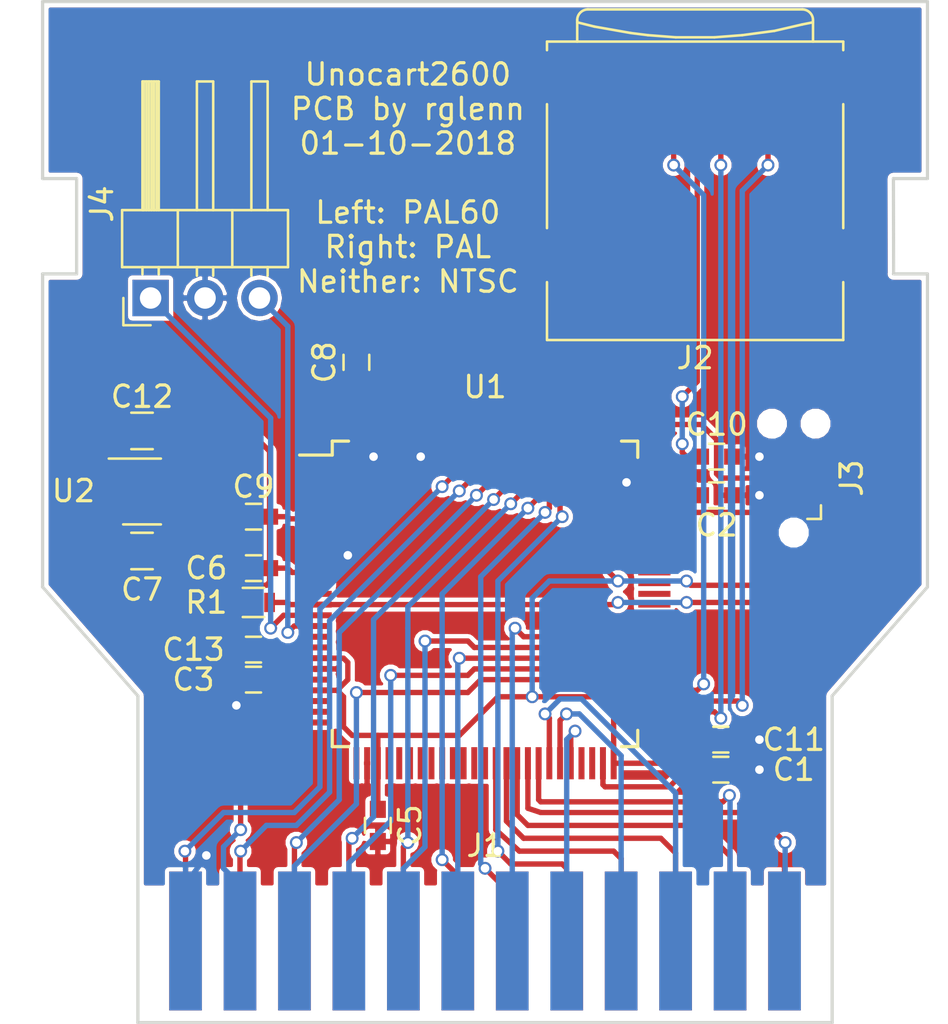
<source format=kicad_pcb>
(kicad_pcb (version 4) (host pcbnew 4.0.7)

  (general
    (links 83)
    (no_connects 0)
    (area 77.300001 52.299999 121.600001 100.075001)
    (thickness 1.6)
    (drawings 17)
    (tracks 345)
    (zones 0)
    (modules 19)
    (nets 37)
  )

  (page A4)
  (layers
    (0 F.Cu signal)
    (31 B.Cu signal)
    (32 B.Adhes user)
    (33 F.Adhes user)
    (34 B.Paste user)
    (35 F.Paste user)
    (36 B.SilkS user)
    (37 F.SilkS user)
    (38 B.Mask user)
    (39 F.Mask user)
    (40 Dwgs.User user)
    (41 Cmts.User user)
    (42 Eco1.User user)
    (43 Eco2.User user)
    (44 Edge.Cuts user)
    (45 Margin user)
    (46 B.CrtYd user)
    (47 F.CrtYd user)
    (48 B.Fab user)
    (49 F.Fab user)
  )

  (setup
    (last_trace_width 0.25)
    (trace_clearance 0.2)
    (zone_clearance 0.2032)
    (zone_45_only no)
    (trace_min 0.2)
    (segment_width 0.2)
    (edge_width 0.15)
    (via_size 0.6)
    (via_drill 0.4)
    (via_min_size 0.4)
    (via_min_drill 0.3)
    (uvia_size 0.3)
    (uvia_drill 0.1)
    (uvias_allowed no)
    (uvia_min_size 0.2)
    (uvia_min_drill 0.1)
    (pcb_text_width 0.3)
    (pcb_text_size 1.5 1.5)
    (mod_edge_width 0.15)
    (mod_text_size 1 1)
    (mod_text_width 0.15)
    (pad_size 1.524 1.524)
    (pad_drill 0.762)
    (pad_to_mask_clearance 0.2)
    (aux_axis_origin 0 0)
    (visible_elements 7FFFFFFF)
    (pcbplotparams
      (layerselection 0x010f0_80000001)
      (usegerberextensions true)
      (excludeedgelayer true)
      (linewidth 0.100000)
      (plotframeref false)
      (viasonmask false)
      (mode 1)
      (useauxorigin false)
      (hpglpennumber 1)
      (hpglpenspeed 20)
      (hpglpendiameter 15)
      (hpglpenoverlay 2)
      (psnegative false)
      (psa4output false)
      (plotreference true)
      (plotvalue true)
      (plotinvisibletext false)
      (padsonsilk false)
      (subtractmaskfromsilk true)
      (outputformat 1)
      (mirror false)
      (drillshape 0)
      (scaleselection 1)
      (outputdirectory cam/))
  )

  (net 0 "")
  (net 1 GND)
  (net 2 "Net-(C1-Pad1)")
  (net 3 "Net-(C2-Pad1)")
  (net 4 "Net-(C3-Pad1)")
  (net 5 +3V3)
  (net 6 +5V)
  (net 7 /D4)
  (net 8 /D3)
  (net 9 /D2)
  (net 10 /D1)
  (net 11 /D0)
  (net 12 /A0)
  (net 13 /A1)
  (net 14 /A2)
  (net 15 /A3)
  (net 16 /A4)
  (net 17 /A5)
  (net 18 /A6)
  (net 19 /A7)
  (net 20 /D5)
  (net 21 /D6)
  (net 22 /D7)
  (net 23 /A12)
  (net 24 /A10)
  (net 25 /A11)
  (net 26 /A9)
  (net 27 /A8)
  (net 28 /DO)
  (net 29 /SCK)
  (net 30 /DI)
  (net 31 /CS)
  (net 32 /SWDIO)
  (net 33 /~RST)
  (net 34 /SWCLK)
  (net 35 /PAL60)
  (net 36 /PAL)

  (net_class Default "This is the default net class."
    (clearance 0.2)
    (trace_width 0.25)
    (via_dia 0.6)
    (via_drill 0.4)
    (uvia_dia 0.3)
    (uvia_drill 0.1)
    (add_net +3V3)
    (add_net +5V)
    (add_net /A0)
    (add_net /A1)
    (add_net /A10)
    (add_net /A11)
    (add_net /A12)
    (add_net /A2)
    (add_net /A3)
    (add_net /A4)
    (add_net /A5)
    (add_net /A6)
    (add_net /A7)
    (add_net /A8)
    (add_net /A9)
    (add_net /CS)
    (add_net /D0)
    (add_net /D1)
    (add_net /D2)
    (add_net /D3)
    (add_net /D4)
    (add_net /D5)
    (add_net /D6)
    (add_net /D7)
    (add_net /DI)
    (add_net /DO)
    (add_net /PAL)
    (add_net /PAL60)
    (add_net /SCK)
    (add_net /SWCLK)
    (add_net /SWDIO)
    (add_net /~RST)
    (add_net GND)
    (add_net "Net-(C1-Pad1)")
    (add_net "Net-(C2-Pad1)")
    (add_net "Net-(C3-Pad1)")
  )

  (module Housings_QFP:LQFP-100_14x14mm_Pitch0.5mm (layer F.Cu) (tedit 58CC9A46) (tstamp 5BAC7066)
    (at 100 80)
    (descr "LQFP100: plastic low profile quad flat package; 100 leads; body 14 x 14 x 1.4 mm (see NXP sot407-1_po.pdf and sot407-1_fr.pdf)")
    (tags "QFP 0.5")
    (path /5BAC566E)
    (attr smd)
    (fp_text reference U1 (at 0 -9.65) (layer F.SilkS)
      (effects (font (size 1 1) (thickness 0.15)))
    )
    (fp_text value STM32F407VGTx (at 0 9.65) (layer F.Fab)
      (effects (font (size 1 1) (thickness 0.15)))
    )
    (fp_text user %R (at 0 0) (layer F.Fab)
      (effects (font (size 1 1) (thickness 0.15)))
    )
    (fp_line (start -6 -7) (end 7 -7) (layer F.Fab) (width 0.15))
    (fp_line (start 7 -7) (end 7 7) (layer F.Fab) (width 0.15))
    (fp_line (start 7 7) (end -7 7) (layer F.Fab) (width 0.15))
    (fp_line (start -7 7) (end -7 -6) (layer F.Fab) (width 0.15))
    (fp_line (start -7 -6) (end -6 -7) (layer F.Fab) (width 0.15))
    (fp_line (start -8.9 -8.9) (end -8.9 8.9) (layer F.CrtYd) (width 0.05))
    (fp_line (start 8.9 -8.9) (end 8.9 8.9) (layer F.CrtYd) (width 0.05))
    (fp_line (start -8.9 -8.9) (end 8.9 -8.9) (layer F.CrtYd) (width 0.05))
    (fp_line (start -8.9 8.9) (end 8.9 8.9) (layer F.CrtYd) (width 0.05))
    (fp_line (start -7.125 -7.125) (end -7.125 -6.475) (layer F.SilkS) (width 0.15))
    (fp_line (start 7.125 -7.125) (end 7.125 -6.365) (layer F.SilkS) (width 0.15))
    (fp_line (start 7.125 7.125) (end 7.125 6.365) (layer F.SilkS) (width 0.15))
    (fp_line (start -7.125 7.125) (end -7.125 6.365) (layer F.SilkS) (width 0.15))
    (fp_line (start -7.125 -7.125) (end -6.365 -7.125) (layer F.SilkS) (width 0.15))
    (fp_line (start -7.125 7.125) (end -6.365 7.125) (layer F.SilkS) (width 0.15))
    (fp_line (start 7.125 7.125) (end 6.365 7.125) (layer F.SilkS) (width 0.15))
    (fp_line (start 7.125 -7.125) (end 6.365 -7.125) (layer F.SilkS) (width 0.15))
    (fp_line (start -7.125 -6.475) (end -8.65 -6.475) (layer F.SilkS) (width 0.15))
    (pad 1 smd rect (at -7.9 -6) (size 1.5 0.28) (layers F.Cu F.Paste F.Mask))
    (pad 2 smd rect (at -7.9 -5.5) (size 1.5 0.28) (layers F.Cu F.Paste F.Mask))
    (pad 3 smd rect (at -7.9 -5) (size 1.5 0.28) (layers F.Cu F.Paste F.Mask))
    (pad 4 smd rect (at -7.9 -4.5) (size 1.5 0.28) (layers F.Cu F.Paste F.Mask))
    (pad 5 smd rect (at -7.9 -4) (size 1.5 0.28) (layers F.Cu F.Paste F.Mask))
    (pad 6 smd rect (at -7.9 -3.5) (size 1.5 0.28) (layers F.Cu F.Paste F.Mask)
      (net 5 +3V3))
    (pad 7 smd rect (at -7.9 -3) (size 1.5 0.28) (layers F.Cu F.Paste F.Mask))
    (pad 8 smd rect (at -7.9 -2.5) (size 1.5 0.28) (layers F.Cu F.Paste F.Mask))
    (pad 9 smd rect (at -7.9 -2) (size 1.5 0.28) (layers F.Cu F.Paste F.Mask))
    (pad 10 smd rect (at -7.9 -1.5) (size 1.5 0.28) (layers F.Cu F.Paste F.Mask)
      (net 1 GND))
    (pad 11 smd rect (at -7.9 -1) (size 1.5 0.28) (layers F.Cu F.Paste F.Mask)
      (net 5 +3V3))
    (pad 12 smd rect (at -7.9 -0.5) (size 1.5 0.28) (layers F.Cu F.Paste F.Mask))
    (pad 13 smd rect (at -7.9 0) (size 1.5 0.28) (layers F.Cu F.Paste F.Mask))
    (pad 14 smd rect (at -7.9 0.5) (size 1.5 0.28) (layers F.Cu F.Paste F.Mask)
      (net 33 /~RST))
    (pad 15 smd rect (at -7.9 1) (size 1.5 0.28) (layers F.Cu F.Paste F.Mask)
      (net 35 /PAL60))
    (pad 16 smd rect (at -7.9 1.5) (size 1.5 0.28) (layers F.Cu F.Paste F.Mask)
      (net 36 /PAL))
    (pad 17 smd rect (at -7.9 2) (size 1.5 0.28) (layers F.Cu F.Paste F.Mask))
    (pad 18 smd rect (at -7.9 2.5) (size 1.5 0.28) (layers F.Cu F.Paste F.Mask))
    (pad 19 smd rect (at -7.9 3) (size 1.5 0.28) (layers F.Cu F.Paste F.Mask)
      (net 5 +3V3))
    (pad 20 smd rect (at -7.9 3.5) (size 1.5 0.28) (layers F.Cu F.Paste F.Mask)
      (net 1 GND))
    (pad 21 smd rect (at -7.9 4) (size 1.5 0.28) (layers F.Cu F.Paste F.Mask)
      (net 4 "Net-(C3-Pad1)"))
    (pad 22 smd rect (at -7.9 4.5) (size 1.5 0.28) (layers F.Cu F.Paste F.Mask)
      (net 5 +3V3))
    (pad 23 smd rect (at -7.9 5) (size 1.5 0.28) (layers F.Cu F.Paste F.Mask))
    (pad 24 smd rect (at -7.9 5.5) (size 1.5 0.28) (layers F.Cu F.Paste F.Mask))
    (pad 25 smd rect (at -7.9 6) (size 1.5 0.28) (layers F.Cu F.Paste F.Mask))
    (pad 26 smd rect (at -6 7.9 90) (size 1.5 0.28) (layers F.Cu F.Paste F.Mask))
    (pad 27 smd rect (at -5.5 7.9 90) (size 1.5 0.28) (layers F.Cu F.Paste F.Mask)
      (net 1 GND))
    (pad 28 smd rect (at -5 7.9 90) (size 1.5 0.28) (layers F.Cu F.Paste F.Mask)
      (net 5 +3V3))
    (pad 29 smd rect (at -4.5 7.9 90) (size 1.5 0.28) (layers F.Cu F.Paste F.Mask))
    (pad 30 smd rect (at -4 7.9 90) (size 1.5 0.28) (layers F.Cu F.Paste F.Mask))
    (pad 31 smd rect (at -3.5 7.9 90) (size 1.5 0.28) (layers F.Cu F.Paste F.Mask))
    (pad 32 smd rect (at -3 7.9 90) (size 1.5 0.28) (layers F.Cu F.Paste F.Mask))
    (pad 33 smd rect (at -2.5 7.9 90) (size 1.5 0.28) (layers F.Cu F.Paste F.Mask))
    (pad 34 smd rect (at -2 7.9 90) (size 1.5 0.28) (layers F.Cu F.Paste F.Mask))
    (pad 35 smd rect (at -1.5 7.9 90) (size 1.5 0.28) (layers F.Cu F.Paste F.Mask))
    (pad 36 smd rect (at -1 7.9 90) (size 1.5 0.28) (layers F.Cu F.Paste F.Mask))
    (pad 37 smd rect (at -0.5 7.9 90) (size 1.5 0.28) (layers F.Cu F.Paste F.Mask))
    (pad 38 smd rect (at 0 7.9 90) (size 1.5 0.28) (layers F.Cu F.Paste F.Mask))
    (pad 39 smd rect (at 0.5 7.9 90) (size 1.5 0.28) (layers F.Cu F.Paste F.Mask)
      (net 11 /D0))
    (pad 40 smd rect (at 1 7.9 90) (size 1.5 0.28) (layers F.Cu F.Paste F.Mask)
      (net 10 /D1))
    (pad 41 smd rect (at 1.5 7.9 90) (size 1.5 0.28) (layers F.Cu F.Paste F.Mask)
      (net 9 /D2))
    (pad 42 smd rect (at 2 7.9 90) (size 1.5 0.28) (layers F.Cu F.Paste F.Mask)
      (net 8 /D3))
    (pad 43 smd rect (at 2.5 7.9 90) (size 1.5 0.28) (layers F.Cu F.Paste F.Mask)
      (net 7 /D4))
    (pad 44 smd rect (at 3 7.9 90) (size 1.5 0.28) (layers F.Cu F.Paste F.Mask)
      (net 20 /D5))
    (pad 45 smd rect (at 3.5 7.9 90) (size 1.5 0.28) (layers F.Cu F.Paste F.Mask)
      (net 21 /D6))
    (pad 46 smd rect (at 4 7.9 90) (size 1.5 0.28) (layers F.Cu F.Paste F.Mask)
      (net 22 /D7))
    (pad 47 smd rect (at 4.5 7.9 90) (size 1.5 0.28) (layers F.Cu F.Paste F.Mask))
    (pad 48 smd rect (at 5 7.9 90) (size 1.5 0.28) (layers F.Cu F.Paste F.Mask))
    (pad 49 smd rect (at 5.5 7.9 90) (size 1.5 0.28) (layers F.Cu F.Paste F.Mask)
      (net 2 "Net-(C1-Pad1)"))
    (pad 50 smd rect (at 6 7.9 90) (size 1.5 0.28) (layers F.Cu F.Paste F.Mask)
      (net 5 +3V3))
    (pad 51 smd rect (at 7.9 6) (size 1.5 0.28) (layers F.Cu F.Paste F.Mask))
    (pad 52 smd rect (at 7.9 5.5) (size 1.5 0.28) (layers F.Cu F.Paste F.Mask)
      (net 29 /SCK))
    (pad 53 smd rect (at 7.9 5) (size 1.5 0.28) (layers F.Cu F.Paste F.Mask)
      (net 28 /DO))
    (pad 54 smd rect (at 7.9 4.5) (size 1.5 0.28) (layers F.Cu F.Paste F.Mask)
      (net 30 /DI))
    (pad 55 smd rect (at 7.9 4) (size 1.5 0.28) (layers F.Cu F.Paste F.Mask)
      (net 27 /A8))
    (pad 56 smd rect (at 7.9 3.5) (size 1.5 0.28) (layers F.Cu F.Paste F.Mask)
      (net 26 /A9))
    (pad 57 smd rect (at 7.9 3) (size 1.5 0.28) (layers F.Cu F.Paste F.Mask)
      (net 24 /A10))
    (pad 58 smd rect (at 7.9 2.5) (size 1.5 0.28) (layers F.Cu F.Paste F.Mask)
      (net 25 /A11))
    (pad 59 smd rect (at 7.9 2) (size 1.5 0.28) (layers F.Cu F.Paste F.Mask)
      (net 23 /A12))
    (pad 60 smd rect (at 7.9 1.5) (size 1.5 0.28) (layers F.Cu F.Paste F.Mask))
    (pad 61 smd rect (at 7.9 1) (size 1.5 0.28) (layers F.Cu F.Paste F.Mask))
    (pad 62 smd rect (at 7.9 0.5) (size 1.5 0.28) (layers F.Cu F.Paste F.Mask))
    (pad 63 smd rect (at 7.9 0) (size 1.5 0.28) (layers F.Cu F.Paste F.Mask))
    (pad 64 smd rect (at 7.9 -0.5) (size 1.5 0.28) (layers F.Cu F.Paste F.Mask))
    (pad 65 smd rect (at 7.9 -1) (size 1.5 0.28) (layers F.Cu F.Paste F.Mask))
    (pad 66 smd rect (at 7.9 -1.5) (size 1.5 0.28) (layers F.Cu F.Paste F.Mask))
    (pad 67 smd rect (at 7.9 -2) (size 1.5 0.28) (layers F.Cu F.Paste F.Mask))
    (pad 68 smd rect (at 7.9 -2.5) (size 1.5 0.28) (layers F.Cu F.Paste F.Mask))
    (pad 69 smd rect (at 7.9 -3) (size 1.5 0.28) (layers F.Cu F.Paste F.Mask))
    (pad 70 smd rect (at 7.9 -3.5) (size 1.5 0.28) (layers F.Cu F.Paste F.Mask))
    (pad 71 smd rect (at 7.9 -4) (size 1.5 0.28) (layers F.Cu F.Paste F.Mask))
    (pad 72 smd rect (at 7.9 -4.5) (size 1.5 0.28) (layers F.Cu F.Paste F.Mask)
      (net 32 /SWDIO))
    (pad 73 smd rect (at 7.9 -5) (size 1.5 0.28) (layers F.Cu F.Paste F.Mask)
      (net 3 "Net-(C2-Pad1)"))
    (pad 74 smd rect (at 7.9 -5.5) (size 1.5 0.28) (layers F.Cu F.Paste F.Mask)
      (net 1 GND))
    (pad 75 smd rect (at 7.9 -6) (size 1.5 0.28) (layers F.Cu F.Paste F.Mask)
      (net 5 +3V3))
    (pad 76 smd rect (at 6 -7.9 90) (size 1.5 0.28) (layers F.Cu F.Paste F.Mask)
      (net 34 /SWCLK))
    (pad 77 smd rect (at 5.5 -7.9 90) (size 1.5 0.28) (layers F.Cu F.Paste F.Mask))
    (pad 78 smd rect (at 5 -7.9 90) (size 1.5 0.28) (layers F.Cu F.Paste F.Mask))
    (pad 79 smd rect (at 4.5 -7.9 90) (size 1.5 0.28) (layers F.Cu F.Paste F.Mask))
    (pad 80 smd rect (at 4 -7.9 90) (size 1.5 0.28) (layers F.Cu F.Paste F.Mask))
    (pad 81 smd rect (at 3.5 -7.9 90) (size 1.5 0.28) (layers F.Cu F.Paste F.Mask)
      (net 12 /A0))
    (pad 82 smd rect (at 3 -7.9 90) (size 1.5 0.28) (layers F.Cu F.Paste F.Mask)
      (net 13 /A1))
    (pad 83 smd rect (at 2.5 -7.9 90) (size 1.5 0.28) (layers F.Cu F.Paste F.Mask)
      (net 14 /A2))
    (pad 84 smd rect (at 2 -7.9 90) (size 1.5 0.28) (layers F.Cu F.Paste F.Mask)
      (net 15 /A3))
    (pad 85 smd rect (at 1.5 -7.9 90) (size 1.5 0.28) (layers F.Cu F.Paste F.Mask)
      (net 16 /A4))
    (pad 86 smd rect (at 1 -7.9 90) (size 1.5 0.28) (layers F.Cu F.Paste F.Mask)
      (net 17 /A5))
    (pad 87 smd rect (at 0.5 -7.9 90) (size 1.5 0.28) (layers F.Cu F.Paste F.Mask)
      (net 18 /A6))
    (pad 88 smd rect (at 0 -7.9 90) (size 1.5 0.28) (layers F.Cu F.Paste F.Mask)
      (net 19 /A7))
    (pad 89 smd rect (at -0.5 -7.9 90) (size 1.5 0.28) (layers F.Cu F.Paste F.Mask))
    (pad 90 smd rect (at -1 -7.9 90) (size 1.5 0.28) (layers F.Cu F.Paste F.Mask))
    (pad 91 smd rect (at -1.5 -7.9 90) (size 1.5 0.28) (layers F.Cu F.Paste F.Mask)
      (net 31 /CS))
    (pad 92 smd rect (at -2 -7.9 90) (size 1.5 0.28) (layers F.Cu F.Paste F.Mask))
    (pad 93 smd rect (at -2.5 -7.9 90) (size 1.5 0.28) (layers F.Cu F.Paste F.Mask))
    (pad 94 smd rect (at -3 -7.9 90) (size 1.5 0.28) (layers F.Cu F.Paste F.Mask)
      (net 1 GND))
    (pad 95 smd rect (at -3.5 -7.9 90) (size 1.5 0.28) (layers F.Cu F.Paste F.Mask))
    (pad 96 smd rect (at -4 -7.9 90) (size 1.5 0.28) (layers F.Cu F.Paste F.Mask))
    (pad 97 smd rect (at -4.5 -7.9 90) (size 1.5 0.28) (layers F.Cu F.Paste F.Mask))
    (pad 98 smd rect (at -5 -7.9 90) (size 1.5 0.28) (layers F.Cu F.Paste F.Mask))
    (pad 99 smd rect (at -5.5 -7.9 90) (size 1.5 0.28) (layers F.Cu F.Paste F.Mask)
      (net 1 GND))
    (pad 100 smd rect (at -6 -7.9 90) (size 1.5 0.28) (layers F.Cu F.Paste F.Mask)
      (net 5 +3V3))
    (model ${KISYS3DMOD}/Housings_QFP.3dshapes/LQFP-100_14x14mm_Pitch0.5mm.wrl
      (at (xyz 0 0 0))
      (scale (xyz 1 1 1))
      (rotate (xyz 0 0 0))
    )
  )

  (module Capacitors_SMD:C_0603 (layer F.Cu) (tedit 5BB0EC06) (tstamp 5BAC6EC0)
    (at 111 88.2)
    (descr "Capacitor SMD 0603, reflow soldering, AVX (see smccp.pdf)")
    (tags "capacitor 0603")
    (path /5BAC6388)
    (attr smd)
    (fp_text reference C1 (at 3.4 0) (layer F.SilkS)
      (effects (font (size 1 1) (thickness 0.15)))
    )
    (fp_text value 2.2u (at 0 1.5) (layer F.Fab)
      (effects (font (size 1 1) (thickness 0.15)))
    )
    (fp_line (start 1.4 0.65) (end -1.4 0.65) (layer F.CrtYd) (width 0.05))
    (fp_line (start 1.4 0.65) (end 1.4 -0.65) (layer F.CrtYd) (width 0.05))
    (fp_line (start -1.4 -0.65) (end -1.4 0.65) (layer F.CrtYd) (width 0.05))
    (fp_line (start -1.4 -0.65) (end 1.4 -0.65) (layer F.CrtYd) (width 0.05))
    (fp_line (start 0.35 0.6) (end -0.35 0.6) (layer F.SilkS) (width 0.12))
    (fp_line (start -0.35 -0.6) (end 0.35 -0.6) (layer F.SilkS) (width 0.12))
    (fp_line (start -0.8 -0.4) (end 0.8 -0.4) (layer F.Fab) (width 0.1))
    (fp_line (start 0.8 -0.4) (end 0.8 0.4) (layer F.Fab) (width 0.1))
    (fp_line (start 0.8 0.4) (end -0.8 0.4) (layer F.Fab) (width 0.1))
    (fp_line (start -0.8 0.4) (end -0.8 -0.4) (layer F.Fab) (width 0.1))
    (fp_text user %R (at 0 0) (layer F.Fab)
      (effects (font (size 0.3 0.3) (thickness 0.075)))
    )
    (pad 2 smd rect (at 0.75 0) (size 0.8 0.75) (layers F.Cu F.Paste F.Mask)
      (net 1 GND))
    (pad 1 smd rect (at -0.75 0) (size 0.8 0.75) (layers F.Cu F.Paste F.Mask)
      (net 2 "Net-(C1-Pad1)"))
    (model Capacitors_SMD.3dshapes/C_0603.wrl
      (at (xyz 0 0 0))
      (scale (xyz 1 1 1))
      (rotate (xyz 0 0 0))
    )
  )

  (module Capacitors_SMD:C_0603 (layer F.Cu) (tedit 5BB0E8BE) (tstamp 5BAC6ED1)
    (at 110.8 75.4)
    (descr "Capacitor SMD 0603, reflow soldering, AVX (see smccp.pdf)")
    (tags "capacitor 0603")
    (path /5BAC631F)
    (attr smd)
    (fp_text reference C2 (at 0 1.4) (layer F.SilkS)
      (effects (font (size 1 1) (thickness 0.15)))
    )
    (fp_text value 2.2u (at 0 1.5) (layer F.Fab)
      (effects (font (size 1 1) (thickness 0.15)))
    )
    (fp_line (start 1.4 0.65) (end -1.4 0.65) (layer F.CrtYd) (width 0.05))
    (fp_line (start 1.4 0.65) (end 1.4 -0.65) (layer F.CrtYd) (width 0.05))
    (fp_line (start -1.4 -0.65) (end -1.4 0.65) (layer F.CrtYd) (width 0.05))
    (fp_line (start -1.4 -0.65) (end 1.4 -0.65) (layer F.CrtYd) (width 0.05))
    (fp_line (start 0.35 0.6) (end -0.35 0.6) (layer F.SilkS) (width 0.12))
    (fp_line (start -0.35 -0.6) (end 0.35 -0.6) (layer F.SilkS) (width 0.12))
    (fp_line (start -0.8 -0.4) (end 0.8 -0.4) (layer F.Fab) (width 0.1))
    (fp_line (start 0.8 -0.4) (end 0.8 0.4) (layer F.Fab) (width 0.1))
    (fp_line (start 0.8 0.4) (end -0.8 0.4) (layer F.Fab) (width 0.1))
    (fp_line (start -0.8 0.4) (end -0.8 -0.4) (layer F.Fab) (width 0.1))
    (fp_text user %R (at 0 0) (layer F.Fab)
      (effects (font (size 0.3 0.3) (thickness 0.075)))
    )
    (pad 2 smd rect (at 0.75 0) (size 0.8 0.75) (layers F.Cu F.Paste F.Mask)
      (net 1 GND))
    (pad 1 smd rect (at -0.75 0) (size 0.8 0.75) (layers F.Cu F.Paste F.Mask)
      (net 3 "Net-(C2-Pad1)"))
    (model Capacitors_SMD.3dshapes/C_0603.wrl
      (at (xyz 0 0 0))
      (scale (xyz 1 1 1))
      (rotate (xyz 0 0 0))
    )
  )

  (module Capacitors_SMD:C_0603 (layer F.Cu) (tedit 5BB0E883) (tstamp 5BAC6EE2)
    (at 89.2 84 180)
    (descr "Capacitor SMD 0603, reflow soldering, AVX (see smccp.pdf)")
    (tags "capacitor 0603")
    (path /5BAC7185)
    (attr smd)
    (fp_text reference C3 (at 2.8 0 180) (layer F.SilkS)
      (effects (font (size 1 1) (thickness 0.15)))
    )
    (fp_text value 100n (at 0 1.5 180) (layer F.Fab)
      (effects (font (size 1 1) (thickness 0.15)))
    )
    (fp_line (start 1.4 0.65) (end -1.4 0.65) (layer F.CrtYd) (width 0.05))
    (fp_line (start 1.4 0.65) (end 1.4 -0.65) (layer F.CrtYd) (width 0.05))
    (fp_line (start -1.4 -0.65) (end -1.4 0.65) (layer F.CrtYd) (width 0.05))
    (fp_line (start -1.4 -0.65) (end 1.4 -0.65) (layer F.CrtYd) (width 0.05))
    (fp_line (start 0.35 0.6) (end -0.35 0.6) (layer F.SilkS) (width 0.12))
    (fp_line (start -0.35 -0.6) (end 0.35 -0.6) (layer F.SilkS) (width 0.12))
    (fp_line (start -0.8 -0.4) (end 0.8 -0.4) (layer F.Fab) (width 0.1))
    (fp_line (start 0.8 -0.4) (end 0.8 0.4) (layer F.Fab) (width 0.1))
    (fp_line (start 0.8 0.4) (end -0.8 0.4) (layer F.Fab) (width 0.1))
    (fp_line (start -0.8 0.4) (end -0.8 -0.4) (layer F.Fab) (width 0.1))
    (fp_text user %R (at 0 0 180) (layer F.Fab)
      (effects (font (size 0.3 0.3) (thickness 0.075)))
    )
    (pad 2 smd rect (at 0.75 0 180) (size 0.8 0.75) (layers F.Cu F.Paste F.Mask)
      (net 1 GND))
    (pad 1 smd rect (at -0.75 0 180) (size 0.8 0.75) (layers F.Cu F.Paste F.Mask)
      (net 4 "Net-(C3-Pad1)"))
    (model Capacitors_SMD.3dshapes/C_0603.wrl
      (at (xyz 0 0 0))
      (scale (xyz 1 1 1))
      (rotate (xyz 0 0 0))
    )
  )

  (module Capacitors_SMD:C_0603 (layer F.Cu) (tedit 5BAD69A5) (tstamp 5BAC6F04)
    (at 95 90.8 270)
    (descr "Capacitor SMD 0603, reflow soldering, AVX (see smccp.pdf)")
    (tags "capacitor 0603")
    (path /5BAC74C6)
    (attr smd)
    (fp_text reference C5 (at 0 -1.5 270) (layer F.SilkS)
      (effects (font (size 1 1) (thickness 0.15)))
    )
    (fp_text value 100n (at 0 1.5 270) (layer F.Fab)
      (effects (font (size 1 1) (thickness 0.15)))
    )
    (fp_line (start 1.4 0.65) (end -1.4 0.65) (layer F.CrtYd) (width 0.05))
    (fp_line (start 1.4 0.65) (end 1.4 -0.65) (layer F.CrtYd) (width 0.05))
    (fp_line (start -1.4 -0.65) (end -1.4 0.65) (layer F.CrtYd) (width 0.05))
    (fp_line (start -1.4 -0.65) (end 1.4 -0.65) (layer F.CrtYd) (width 0.05))
    (fp_line (start 0.35 0.6) (end -0.35 0.6) (layer F.SilkS) (width 0.12))
    (fp_line (start -0.35 -0.6) (end 0.35 -0.6) (layer F.SilkS) (width 0.12))
    (fp_line (start -0.8 -0.4) (end 0.8 -0.4) (layer F.Fab) (width 0.1))
    (fp_line (start 0.8 -0.4) (end 0.8 0.4) (layer F.Fab) (width 0.1))
    (fp_line (start 0.8 0.4) (end -0.8 0.4) (layer F.Fab) (width 0.1))
    (fp_line (start -0.8 0.4) (end -0.8 -0.4) (layer F.Fab) (width 0.1))
    (fp_text user %R (at 0 0 270) (layer F.Fab)
      (effects (font (size 0.3 0.3) (thickness 0.075)))
    )
    (pad 2 smd rect (at 0.75 0 270) (size 0.8 0.75) (layers F.Cu F.Paste F.Mask)
      (net 1 GND))
    (pad 1 smd rect (at -0.75 0 270) (size 0.8 0.75) (layers F.Cu F.Paste F.Mask)
      (net 5 +3V3))
    (model Capacitors_SMD.3dshapes/C_0603.wrl
      (at (xyz 0 0 0))
      (scale (xyz 1 1 1))
      (rotate (xyz 0 0 0))
    )
  )

  (module Capacitors_SMD:C_0603 (layer F.Cu) (tedit 5BB0E8AC) (tstamp 5BAC6F15)
    (at 89.2 78.8 180)
    (descr "Capacitor SMD 0603, reflow soldering, AVX (see smccp.pdf)")
    (tags "capacitor 0603")
    (path /5BAC7459)
    (attr smd)
    (fp_text reference C6 (at 2.2 0 180) (layer F.SilkS)
      (effects (font (size 1 1) (thickness 0.15)))
    )
    (fp_text value 100n (at 0 1.5 180) (layer F.Fab)
      (effects (font (size 1 1) (thickness 0.15)))
    )
    (fp_line (start 1.4 0.65) (end -1.4 0.65) (layer F.CrtYd) (width 0.05))
    (fp_line (start 1.4 0.65) (end 1.4 -0.65) (layer F.CrtYd) (width 0.05))
    (fp_line (start -1.4 -0.65) (end -1.4 0.65) (layer F.CrtYd) (width 0.05))
    (fp_line (start -1.4 -0.65) (end 1.4 -0.65) (layer F.CrtYd) (width 0.05))
    (fp_line (start 0.35 0.6) (end -0.35 0.6) (layer F.SilkS) (width 0.12))
    (fp_line (start -0.35 -0.6) (end 0.35 -0.6) (layer F.SilkS) (width 0.12))
    (fp_line (start -0.8 -0.4) (end 0.8 -0.4) (layer F.Fab) (width 0.1))
    (fp_line (start 0.8 -0.4) (end 0.8 0.4) (layer F.Fab) (width 0.1))
    (fp_line (start 0.8 0.4) (end -0.8 0.4) (layer F.Fab) (width 0.1))
    (fp_line (start -0.8 0.4) (end -0.8 -0.4) (layer F.Fab) (width 0.1))
    (fp_text user %R (at 0 0 180) (layer F.Fab)
      (effects (font (size 0.3 0.3) (thickness 0.075)))
    )
    (pad 2 smd rect (at 0.75 0 180) (size 0.8 0.75) (layers F.Cu F.Paste F.Mask)
      (net 1 GND))
    (pad 1 smd rect (at -0.75 0 180) (size 0.8 0.75) (layers F.Cu F.Paste F.Mask)
      (net 5 +3V3))
    (model Capacitors_SMD.3dshapes/C_0603.wrl
      (at (xyz 0 0 0))
      (scale (xyz 1 1 1))
      (rotate (xyz 0 0 0))
    )
  )

  (module Capacitors_SMD:C_0805 (layer F.Cu) (tedit 5BB0EBE3) (tstamp 5BAC6F26)
    (at 84 78)
    (descr "Capacitor SMD 0805, reflow soldering, AVX (see smccp.pdf)")
    (tags "capacitor 0805")
    (path /5BAC8F6B)
    (attr smd)
    (fp_text reference C7 (at 0 1.8) (layer F.SilkS)
      (effects (font (size 1 1) (thickness 0.15)))
    )
    (fp_text value 4.7u (at 0 1.75) (layer F.Fab)
      (effects (font (size 1 1) (thickness 0.15)))
    )
    (fp_text user %R (at 0 -1.5) (layer F.Fab)
      (effects (font (size 1 1) (thickness 0.15)))
    )
    (fp_line (start -1 0.62) (end -1 -0.62) (layer F.Fab) (width 0.1))
    (fp_line (start 1 0.62) (end -1 0.62) (layer F.Fab) (width 0.1))
    (fp_line (start 1 -0.62) (end 1 0.62) (layer F.Fab) (width 0.1))
    (fp_line (start -1 -0.62) (end 1 -0.62) (layer F.Fab) (width 0.1))
    (fp_line (start 0.5 -0.85) (end -0.5 -0.85) (layer F.SilkS) (width 0.12))
    (fp_line (start -0.5 0.85) (end 0.5 0.85) (layer F.SilkS) (width 0.12))
    (fp_line (start -1.75 -0.88) (end 1.75 -0.88) (layer F.CrtYd) (width 0.05))
    (fp_line (start -1.75 -0.88) (end -1.75 0.87) (layer F.CrtYd) (width 0.05))
    (fp_line (start 1.75 0.87) (end 1.75 -0.88) (layer F.CrtYd) (width 0.05))
    (fp_line (start 1.75 0.87) (end -1.75 0.87) (layer F.CrtYd) (width 0.05))
    (pad 1 smd rect (at -1 0) (size 1 1.25) (layers F.Cu F.Paste F.Mask)
      (net 6 +5V))
    (pad 2 smd rect (at 1 0) (size 1 1.25) (layers F.Cu F.Paste F.Mask)
      (net 1 GND))
    (model Capacitors_SMD.3dshapes/C_0805.wrl
      (at (xyz 0 0 0))
      (scale (xyz 1 1 1))
      (rotate (xyz 0 0 0))
    )
  )

  (module Capacitors_SMD:C_0603 (layer F.Cu) (tedit 59958EE7) (tstamp 5BAC6F37)
    (at 94 69.2 90)
    (descr "Capacitor SMD 0603, reflow soldering, AVX (see smccp.pdf)")
    (tags "capacitor 0603")
    (path /5BAC72B0)
    (attr smd)
    (fp_text reference C8 (at 0 -1.5 90) (layer F.SilkS)
      (effects (font (size 1 1) (thickness 0.15)))
    )
    (fp_text value 100n (at 0 1.5 90) (layer F.Fab)
      (effects (font (size 1 1) (thickness 0.15)))
    )
    (fp_line (start 1.4 0.65) (end -1.4 0.65) (layer F.CrtYd) (width 0.05))
    (fp_line (start 1.4 0.65) (end 1.4 -0.65) (layer F.CrtYd) (width 0.05))
    (fp_line (start -1.4 -0.65) (end -1.4 0.65) (layer F.CrtYd) (width 0.05))
    (fp_line (start -1.4 -0.65) (end 1.4 -0.65) (layer F.CrtYd) (width 0.05))
    (fp_line (start 0.35 0.6) (end -0.35 0.6) (layer F.SilkS) (width 0.12))
    (fp_line (start -0.35 -0.6) (end 0.35 -0.6) (layer F.SilkS) (width 0.12))
    (fp_line (start -0.8 -0.4) (end 0.8 -0.4) (layer F.Fab) (width 0.1))
    (fp_line (start 0.8 -0.4) (end 0.8 0.4) (layer F.Fab) (width 0.1))
    (fp_line (start 0.8 0.4) (end -0.8 0.4) (layer F.Fab) (width 0.1))
    (fp_line (start -0.8 0.4) (end -0.8 -0.4) (layer F.Fab) (width 0.1))
    (fp_text user %R (at 0 0 90) (layer F.Fab)
      (effects (font (size 0.3 0.3) (thickness 0.075)))
    )
    (pad 2 smd rect (at 0.75 0 90) (size 0.8 0.75) (layers F.Cu F.Paste F.Mask)
      (net 1 GND))
    (pad 1 smd rect (at -0.75 0 90) (size 0.8 0.75) (layers F.Cu F.Paste F.Mask)
      (net 5 +3V3))
    (model Capacitors_SMD.3dshapes/C_0603.wrl
      (at (xyz 0 0 0))
      (scale (xyz 1 1 1))
      (rotate (xyz 0 0 0))
    )
  )

  (module Capacitors_SMD:C_0603 (layer F.Cu) (tedit 5BB0E8A5) (tstamp 5BAC6F48)
    (at 89.2 76.4 180)
    (descr "Capacitor SMD 0603, reflow soldering, AVX (see smccp.pdf)")
    (tags "capacitor 0603")
    (path /5BAC73C6)
    (attr smd)
    (fp_text reference C9 (at 0 1.4 180) (layer F.SilkS)
      (effects (font (size 1 1) (thickness 0.15)))
    )
    (fp_text value 100n (at 0 1.5 180) (layer F.Fab)
      (effects (font (size 1 1) (thickness 0.15)))
    )
    (fp_line (start 1.4 0.65) (end -1.4 0.65) (layer F.CrtYd) (width 0.05))
    (fp_line (start 1.4 0.65) (end 1.4 -0.65) (layer F.CrtYd) (width 0.05))
    (fp_line (start -1.4 -0.65) (end -1.4 0.65) (layer F.CrtYd) (width 0.05))
    (fp_line (start -1.4 -0.65) (end 1.4 -0.65) (layer F.CrtYd) (width 0.05))
    (fp_line (start 0.35 0.6) (end -0.35 0.6) (layer F.SilkS) (width 0.12))
    (fp_line (start -0.35 -0.6) (end 0.35 -0.6) (layer F.SilkS) (width 0.12))
    (fp_line (start -0.8 -0.4) (end 0.8 -0.4) (layer F.Fab) (width 0.1))
    (fp_line (start 0.8 -0.4) (end 0.8 0.4) (layer F.Fab) (width 0.1))
    (fp_line (start 0.8 0.4) (end -0.8 0.4) (layer F.Fab) (width 0.1))
    (fp_line (start -0.8 0.4) (end -0.8 -0.4) (layer F.Fab) (width 0.1))
    (fp_text user %R (at 0 0 180) (layer F.Fab)
      (effects (font (size 0.3 0.3) (thickness 0.075)))
    )
    (pad 2 smd rect (at 0.75 0 180) (size 0.8 0.75) (layers F.Cu F.Paste F.Mask)
      (net 1 GND))
    (pad 1 smd rect (at -0.75 0 180) (size 0.8 0.75) (layers F.Cu F.Paste F.Mask)
      (net 5 +3V3))
    (model Capacitors_SMD.3dshapes/C_0603.wrl
      (at (xyz 0 0 0))
      (scale (xyz 1 1 1))
      (rotate (xyz 0 0 0))
    )
  )

  (module Capacitors_SMD:C_0603 (layer F.Cu) (tedit 59958EE7) (tstamp 5BAC6F59)
    (at 110.8 73.6)
    (descr "Capacitor SMD 0603, reflow soldering, AVX (see smccp.pdf)")
    (tags "capacitor 0603")
    (path /5BAC741B)
    (attr smd)
    (fp_text reference C10 (at 0 -1.5) (layer F.SilkS)
      (effects (font (size 1 1) (thickness 0.15)))
    )
    (fp_text value 100n (at 0 1.5) (layer F.Fab)
      (effects (font (size 1 1) (thickness 0.15)))
    )
    (fp_line (start 1.4 0.65) (end -1.4 0.65) (layer F.CrtYd) (width 0.05))
    (fp_line (start 1.4 0.65) (end 1.4 -0.65) (layer F.CrtYd) (width 0.05))
    (fp_line (start -1.4 -0.65) (end -1.4 0.65) (layer F.CrtYd) (width 0.05))
    (fp_line (start -1.4 -0.65) (end 1.4 -0.65) (layer F.CrtYd) (width 0.05))
    (fp_line (start 0.35 0.6) (end -0.35 0.6) (layer F.SilkS) (width 0.12))
    (fp_line (start -0.35 -0.6) (end 0.35 -0.6) (layer F.SilkS) (width 0.12))
    (fp_line (start -0.8 -0.4) (end 0.8 -0.4) (layer F.Fab) (width 0.1))
    (fp_line (start 0.8 -0.4) (end 0.8 0.4) (layer F.Fab) (width 0.1))
    (fp_line (start 0.8 0.4) (end -0.8 0.4) (layer F.Fab) (width 0.1))
    (fp_line (start -0.8 0.4) (end -0.8 -0.4) (layer F.Fab) (width 0.1))
    (fp_text user %R (at 0 0) (layer F.Fab)
      (effects (font (size 0.3 0.3) (thickness 0.075)))
    )
    (pad 2 smd rect (at 0.75 0) (size 0.8 0.75) (layers F.Cu F.Paste F.Mask)
      (net 1 GND))
    (pad 1 smd rect (at -0.75 0) (size 0.8 0.75) (layers F.Cu F.Paste F.Mask)
      (net 5 +3V3))
    (model Capacitors_SMD.3dshapes/C_0603.wrl
      (at (xyz 0 0 0))
      (scale (xyz 1 1 1))
      (rotate (xyz 0 0 0))
    )
  )

  (module Capacitors_SMD:C_0603 (layer F.Cu) (tedit 5BB0EC0B) (tstamp 5BAC6F6A)
    (at 111 86.8)
    (descr "Capacitor SMD 0603, reflow soldering, AVX (see smccp.pdf)")
    (tags "capacitor 0603")
    (path /5BAC75E6)
    (attr smd)
    (fp_text reference C11 (at 3.4 0) (layer F.SilkS)
      (effects (font (size 1 1) (thickness 0.15)))
    )
    (fp_text value 100n (at 0 1.5) (layer F.Fab)
      (effects (font (size 1 1) (thickness 0.15)))
    )
    (fp_line (start 1.4 0.65) (end -1.4 0.65) (layer F.CrtYd) (width 0.05))
    (fp_line (start 1.4 0.65) (end 1.4 -0.65) (layer F.CrtYd) (width 0.05))
    (fp_line (start -1.4 -0.65) (end -1.4 0.65) (layer F.CrtYd) (width 0.05))
    (fp_line (start -1.4 -0.65) (end 1.4 -0.65) (layer F.CrtYd) (width 0.05))
    (fp_line (start 0.35 0.6) (end -0.35 0.6) (layer F.SilkS) (width 0.12))
    (fp_line (start -0.35 -0.6) (end 0.35 -0.6) (layer F.SilkS) (width 0.12))
    (fp_line (start -0.8 -0.4) (end 0.8 -0.4) (layer F.Fab) (width 0.1))
    (fp_line (start 0.8 -0.4) (end 0.8 0.4) (layer F.Fab) (width 0.1))
    (fp_line (start 0.8 0.4) (end -0.8 0.4) (layer F.Fab) (width 0.1))
    (fp_line (start -0.8 0.4) (end -0.8 -0.4) (layer F.Fab) (width 0.1))
    (fp_text user %R (at 0 0) (layer F.Fab)
      (effects (font (size 0.3 0.3) (thickness 0.075)))
    )
    (pad 2 smd rect (at 0.75 0) (size 0.8 0.75) (layers F.Cu F.Paste F.Mask)
      (net 1 GND))
    (pad 1 smd rect (at -0.75 0) (size 0.8 0.75) (layers F.Cu F.Paste F.Mask)
      (net 5 +3V3))
    (model Capacitors_SMD.3dshapes/C_0603.wrl
      (at (xyz 0 0 0))
      (scale (xyz 1 1 1))
      (rotate (xyz 0 0 0))
    )
  )

  (module Capacitors_SMD:C_0805 (layer F.Cu) (tedit 5BB0EBD9) (tstamp 5BAC6F7B)
    (at 84 72.4 180)
    (descr "Capacitor SMD 0805, reflow soldering, AVX (see smccp.pdf)")
    (tags "capacitor 0805")
    (path /5BAC8FCE)
    (attr smd)
    (fp_text reference C12 (at 0 1.6 180) (layer F.SilkS)
      (effects (font (size 1 1) (thickness 0.15)))
    )
    (fp_text value 4.7u (at 0 1.75 180) (layer F.Fab)
      (effects (font (size 1 1) (thickness 0.15)))
    )
    (fp_text user %R (at 0 -1.5 180) (layer F.Fab)
      (effects (font (size 1 1) (thickness 0.15)))
    )
    (fp_line (start -1 0.62) (end -1 -0.62) (layer F.Fab) (width 0.1))
    (fp_line (start 1 0.62) (end -1 0.62) (layer F.Fab) (width 0.1))
    (fp_line (start 1 -0.62) (end 1 0.62) (layer F.Fab) (width 0.1))
    (fp_line (start -1 -0.62) (end 1 -0.62) (layer F.Fab) (width 0.1))
    (fp_line (start 0.5 -0.85) (end -0.5 -0.85) (layer F.SilkS) (width 0.12))
    (fp_line (start -0.5 0.85) (end 0.5 0.85) (layer F.SilkS) (width 0.12))
    (fp_line (start -1.75 -0.88) (end 1.75 -0.88) (layer F.CrtYd) (width 0.05))
    (fp_line (start -1.75 -0.88) (end -1.75 0.87) (layer F.CrtYd) (width 0.05))
    (fp_line (start 1.75 0.87) (end 1.75 -0.88) (layer F.CrtYd) (width 0.05))
    (fp_line (start 1.75 0.87) (end -1.75 0.87) (layer F.CrtYd) (width 0.05))
    (pad 1 smd rect (at -1 0 180) (size 1 1.25) (layers F.Cu F.Paste F.Mask)
      (net 5 +3V3))
    (pad 2 smd rect (at 1 0 180) (size 1 1.25) (layers F.Cu F.Paste F.Mask)
      (net 1 GND))
    (model Capacitors_SMD.3dshapes/C_0805.wrl
      (at (xyz 0 0 0))
      (scale (xyz 1 1 1))
      (rotate (xyz 0 0 0))
    )
  )

  (module unocart-2600:2600-CARTRIDGE (layer F.Cu) (tedit 5BAC6BD7) (tstamp 5BAC6F97)
    (at 100 96.19)
    (path /5BAC535D)
    (fp_text reference J1 (at 0 -4.445) (layer F.SilkS)
      (effects (font (size 1 1) (thickness 0.15)))
    )
    (fp_text value Conn_02x12_Counter_Clockwise (at 0 -0.5) (layer F.Fab) hide
      (effects (font (size 1 1) (thickness 0.15)))
    )
    (pad 14 smd rect (at 11.43 0) (size 1.524 6.477) (layers B.Cu B.Paste B.Mask)
      (net 7 /D4))
    (pad 13 smd rect (at 13.97 0) (size 1.524 6.477) (layers B.Cu B.Paste B.Mask)
      (net 8 /D3))
    (pad 12 smd rect (at 13.97 0) (size 1.524 6.477) (layers F.Cu F.Paste F.Mask)
      (net 1 GND))
    (pad 11 smd rect (at 11.43 0) (size 1.524 6.477) (layers F.Cu F.Paste F.Mask)
      (net 9 /D2))
    (pad 10 smd rect (at 8.89 0) (size 1.524 6.477) (layers F.Cu F.Paste F.Mask)
      (net 10 /D1))
    (pad 9 smd rect (at 6.35 0) (size 1.524 6.477) (layers F.Cu F.Paste F.Mask)
      (net 11 /D0))
    (pad 8 smd rect (at 3.81 0) (size 1.524 6.477) (layers F.Cu F.Paste F.Mask)
      (net 12 /A0))
    (pad 7 smd rect (at 1.27 0) (size 1.524 6.477) (layers F.Cu F.Paste F.Mask)
      (net 13 /A1))
    (pad 6 smd rect (at -1.27 0) (size 1.524 6.477) (layers F.Cu F.Paste F.Mask)
      (net 14 /A2))
    (pad 5 smd rect (at -3.81 0) (size 1.524 6.477) (layers F.Cu F.Paste F.Mask)
      (net 15 /A3))
    (pad 4 smd rect (at -6.35 0) (size 1.524 6.477) (layers F.Cu F.Paste F.Mask)
      (net 16 /A4))
    (pad 3 smd rect (at -8.89 0) (size 1.524 6.477) (layers F.Cu F.Paste F.Mask)
      (net 17 /A5))
    (pad 2 smd rect (at -11.43 0) (size 1.524 6.477) (layers F.Cu F.Paste F.Mask)
      (net 18 /A6))
    (pad 1 smd rect (at -13.97 0) (size 1.524 6.477) (layers F.Cu F.Paste F.Mask)
      (net 19 /A7))
    (pad 15 smd rect (at 8.89 0) (size 1.524 6.477) (layers B.Cu B.Paste B.Mask)
      (net 20 /D5))
    (pad 16 smd rect (at 6.35 0) (size 1.524 6.477) (layers B.Cu B.Paste B.Mask)
      (net 21 /D6))
    (pad 17 smd rect (at 3.81 0) (size 1.524 6.477) (layers B.Cu B.Paste B.Mask)
      (net 22 /D7))
    (pad 18 smd rect (at 1.27 0) (size 1.524 6.477) (layers B.Cu B.Paste B.Mask)
      (net 23 /A12))
    (pad 19 smd rect (at -1.27 0) (size 1.524 6.477) (layers B.Cu B.Paste B.Mask)
      (net 24 /A10))
    (pad 20 smd rect (at -3.81 0) (size 1.524 6.477) (layers B.Cu B.Paste B.Mask)
      (net 25 /A11))
    (pad 21 smd rect (at -6.35 0) (size 1.524 6.477) (layers B.Cu B.Paste B.Mask)
      (net 26 /A9))
    (pad 22 smd rect (at -8.89 0) (size 1.524 6.477) (layers B.Cu B.Paste B.Mask)
      (net 27 /A8))
    (pad 23 smd rect (at -11.43 0) (size 1.524 6.477) (layers B.Cu B.Paste B.Mask)
      (net 6 +5V))
    (pad 24 smd rect (at -13.97 0) (size 1.524 6.477) (layers B.Cu B.Paste B.Mask)
      (net 1 GND))
  )

  (module Connect:microSD_Card_Receptacle_Wuerth_693072010801 (layer F.Cu) (tedit 5BB0E9DF) (tstamp 5BAC6FC6)
    (at 109.8 61.2)
    (descr http://katalog.we-online.de/em/datasheet/693072010801.pdf)
    (tags "Micro SD Wuerth Wurth Würth")
    (path /5BAC69FD)
    (attr smd)
    (fp_text reference J2 (at 0 7.8) (layer F.SilkS)
      (effects (font (size 1 1) (thickness 0.15)))
    )
    (fp_text value Micro_SD_Card (at 0 8.07) (layer F.Fab)
      (effects (font (size 1 1) (thickness 0.15)))
    )
    (fp_text user %R (at 0 0) (layer F.Fab)
      (effects (font (size 1 1) (thickness 0.15)))
    )
    (fp_line (start -6.8 6.85) (end 6.8 6.85) (layer F.Fab) (width 0.1))
    (fp_line (start -6.8 -6.85) (end -6.8 6.85) (layer F.Fab) (width 0.1))
    (fp_line (start 6.8 -6.85) (end -6.8 -6.85) (layer F.Fab) (width 0.1))
    (fp_line (start 6.8 6.85) (end 6.8 -6.85) (layer F.Fab) (width 0.1))
    (fp_line (start 5 -7.76) (end 5.5 -7.86) (layer F.SilkS) (width 0.12))
    (fp_line (start 3.7 -7.46) (end 5 -7.76) (layer F.SilkS) (width 0.12))
    (fp_line (start 2.2 -7.26) (end 3.7 -7.46) (layer F.SilkS) (width 0.12))
    (fp_line (start 0.9 -7.16) (end 2.2 -7.26) (layer F.SilkS) (width 0.12))
    (fp_line (start -0.9 -7.16) (end 0.9 -7.16) (layer F.SilkS) (width 0.12))
    (fp_line (start -2.2 -7.26) (end -0.9 -7.16) (layer F.SilkS) (width 0.12))
    (fp_line (start -3 -7.36) (end -2.2 -7.26) (layer F.SilkS) (width 0.12))
    (fp_line (start -4.7 -7.66) (end -3 -7.36) (layer F.SilkS) (width 0.12))
    (fp_line (start -5.5 -7.86) (end -4.7 -7.66) (layer F.SilkS) (width 0.12))
    (fp_line (start -5 -8.46) (end 5 -8.46) (layer F.SilkS) (width 0.12))
    (fp_arc (start 5 -7.96) (end 5 -8.46) (angle 90) (layer F.SilkS) (width 0.12))
    (fp_line (start -5.5 -6.96) (end -5.5 -7.96) (layer F.SilkS) (width 0.12))
    (fp_line (start 5.5 -6.96) (end 5.5 -7.96) (layer F.SilkS) (width 0.12))
    (fp_line (start -6.91 -6.96) (end 6.91 -6.96) (layer F.SilkS) (width 0.12))
    (fp_line (start 6.91 6.96) (end -6.91 6.96) (layer F.SilkS) (width 0.12))
    (fp_line (start 6.91 4.26) (end 6.91 6.96) (layer F.SilkS) (width 0.12))
    (fp_arc (start -5 -7.96) (end -5.5 -7.96) (angle 90) (layer F.SilkS) (width 0.12))
    (fp_line (start 6.91 -6.96) (end 6.91 -6.56) (layer F.SilkS) (width 0.12))
    (fp_line (start 6.91 -4.04) (end 6.91 1.74) (layer F.SilkS) (width 0.12))
    (fp_line (start -6.91 4.26) (end -6.91 6.96) (layer F.SilkS) (width 0.12))
    (fp_line (start -6.91 -4.04) (end -6.91 1.74) (layer F.SilkS) (width 0.12))
    (fp_line (start -6.91 -6.96) (end -6.91 -6.56) (layer F.SilkS) (width 0.12))
    (fp_line (start 8.08 -7.35) (end 8.08 7.35) (layer F.CrtYd) (width 0.05))
    (fp_line (start 8.08 -7.35) (end -8.08 -7.35) (layer F.CrtYd) (width 0.05))
    (fp_line (start 8.08 7.35) (end -8.08 7.35) (layer F.CrtYd) (width 0.05))
    (fp_line (start -8.08 -7.35) (end -8.08 7.35) (layer F.CrtYd) (width 0.05))
    (pad 9 smd rect (at 6.875 -5.3) (size 1.45 2) (layers F.Cu F.Paste F.Mask)
      (net 1 GND))
    (pad 9 smd rect (at -6.875 -5.3) (size 1.45 2) (layers F.Cu F.Paste F.Mask)
      (net 1 GND))
    (pad 9 smd rect (at -6.875 3) (size 1.45 2) (layers F.Cu F.Paste F.Mask)
      (net 1 GND))
    (pad 9 smd rect (at 6.875 3) (size 1.45 2) (layers F.Cu F.Paste F.Mask)
      (net 1 GND))
    (pad 8 smd rect (at 4.5 -2.7) (size 0.8 1.5) (layers F.Cu F.Paste F.Mask))
    (pad 7 smd rect (at 3.4 -2.7) (size 0.8 1.5) (layers F.Cu F.Paste F.Mask)
      (net 28 /DO))
    (pad 6 smd rect (at 2.3 -2.7) (size 0.8 1.5) (layers F.Cu F.Paste F.Mask)
      (net 1 GND))
    (pad 5 smd rect (at 1.2 -2.7) (size 0.8 1.5) (layers F.Cu F.Paste F.Mask)
      (net 29 /SCK))
    (pad 4 smd rect (at 0.1 -2.7) (size 0.8 1.5) (layers F.Cu F.Paste F.Mask)
      (net 5 +3V3))
    (pad 3 smd rect (at -1 -2.7) (size 0.8 1.5) (layers F.Cu F.Paste F.Mask)
      (net 30 /DI))
    (pad 2 smd rect (at -2.1 -2.7) (size 0.8 1.5) (layers F.Cu F.Paste F.Mask)
      (net 31 /CS))
    (pad 1 smd rect (at -3.2 -2.7) (size 0.8 1.5) (layers F.Cu F.Paste F.Mask))
    (model ${KISYS3DMOD}/Connectors.3dshapes/microSD_Card_Receptacle_Wuerth_693072010801.wrl
      (at (xyz 0 0 0))
      (scale (xyz 1 1 1))
      (rotate (xyz 0 0 0))
    )
  )

  (module Connect:Tag-Connect_TC2030-IDC-NL (layer F.Cu) (tedit 58A4CF26) (tstamp 5BAC6FDA)
    (at 114.4 74.6 90)
    (descr "Tag-Connect programming header; http://www.tag-connect.com/Materials/TC2030-IDC-NL.pdf")
    (tags "tag connect programming header pogo pins")
    (path /5BAC85B9)
    (attr virtual)
    (fp_text reference J3 (at 0 2.7 90) (layer F.SilkS)
      (effects (font (size 1 1) (thickness 0.15)))
    )
    (fp_text value Conn_02x03_Odd_Even (at 0 -2.3 90) (layer F.Fab)
      (effects (font (size 1 1) (thickness 0.15)))
    )
    (fp_line (start -1.905 1.27) (end -1.905 0.635) (layer F.SilkS) (width 0.12))
    (fp_line (start -1.27 1.27) (end -1.905 1.27) (layer F.SilkS) (width 0.12))
    (fp_line (start -3.5 2) (end -3.5 -2) (layer F.CrtYd) (width 0.05))
    (fp_line (start 3.5 2) (end -3.5 2) (layer F.CrtYd) (width 0.05))
    (fp_line (start 3.5 -2) (end 3.5 2) (layer F.CrtYd) (width 0.05))
    (fp_line (start -3.5 -2) (end 3.5 -2) (layer F.CrtYd) (width 0.05))
    (fp_text user %R (at 0 0 90) (layer F.Fab)
      (effects (font (size 1 1) (thickness 0.15)))
    )
    (pad "" np_thru_hole circle (at 2.54 -1.016 90) (size 0.9906 0.9906) (drill 0.9906) (layers *.Cu *.Mask))
    (pad "" np_thru_hole circle (at 2.54 1.016 90) (size 0.9906 0.9906) (drill 0.9906) (layers *.Cu *.Mask))
    (pad "" np_thru_hole circle (at -2.54 0 90) (size 0.9906 0.9906) (drill 0.9906) (layers *.Cu *.Mask))
    (pad 1 connect circle (at -1.27 0.635 90) (size 0.7874 0.7874) (layers F.Cu F.Mask)
      (net 5 +3V3))
    (pad 2 connect circle (at -1.27 -0.635 90) (size 0.7874 0.7874) (layers F.Cu F.Mask)
      (net 32 /SWDIO))
    (pad 3 connect circle (at 0 0.635 90) (size 0.7874 0.7874) (layers F.Cu F.Mask)
      (net 33 /~RST))
    (pad 4 connect circle (at 0 -0.635 90) (size 0.7874 0.7874) (layers F.Cu F.Mask)
      (net 34 /SWCLK))
    (pad 5 connect circle (at 1.27 0.635 90) (size 0.7874 0.7874) (layers F.Cu F.Mask)
      (net 1 GND))
    (pad 6 connect circle (at 1.27 -0.635 90) (size 0.7874 0.7874) (layers F.Cu F.Mask))
  )

  (module Resistors_SMD:R_0603 (layer F.Cu) (tedit 5BB0E89A) (tstamp 5BAC6FEB)
    (at 89.2 80.4)
    (descr "Resistor SMD 0603, reflow soldering, Vishay (see dcrcw.pdf)")
    (tags "resistor 0603")
    (path /5BAC5EE1)
    (attr smd)
    (fp_text reference R1 (at -2.2 0) (layer F.SilkS)
      (effects (font (size 1 1) (thickness 0.15)))
    )
    (fp_text value 10K (at 0 1.5) (layer F.Fab)
      (effects (font (size 1 1) (thickness 0.15)))
    )
    (fp_text user %R (at 0 0) (layer F.Fab)
      (effects (font (size 0.4 0.4) (thickness 0.075)))
    )
    (fp_line (start -0.8 0.4) (end -0.8 -0.4) (layer F.Fab) (width 0.1))
    (fp_line (start 0.8 0.4) (end -0.8 0.4) (layer F.Fab) (width 0.1))
    (fp_line (start 0.8 -0.4) (end 0.8 0.4) (layer F.Fab) (width 0.1))
    (fp_line (start -0.8 -0.4) (end 0.8 -0.4) (layer F.Fab) (width 0.1))
    (fp_line (start 0.5 0.68) (end -0.5 0.68) (layer F.SilkS) (width 0.12))
    (fp_line (start -0.5 -0.68) (end 0.5 -0.68) (layer F.SilkS) (width 0.12))
    (fp_line (start -1.25 -0.7) (end 1.25 -0.7) (layer F.CrtYd) (width 0.05))
    (fp_line (start -1.25 -0.7) (end -1.25 0.7) (layer F.CrtYd) (width 0.05))
    (fp_line (start 1.25 0.7) (end 1.25 -0.7) (layer F.CrtYd) (width 0.05))
    (fp_line (start 1.25 0.7) (end -1.25 0.7) (layer F.CrtYd) (width 0.05))
    (pad 1 smd rect (at -0.75 0) (size 0.5 0.9) (layers F.Cu F.Paste F.Mask)
      (net 5 +3V3))
    (pad 2 smd rect (at 0.75 0) (size 0.5 0.9) (layers F.Cu F.Paste F.Mask)
      (net 33 /~RST))
    (model ${KISYS3DMOD}/Resistors_SMD.3dshapes/R_0603.wrl
      (at (xyz 0 0 0))
      (scale (xyz 1 1 1))
      (rotate (xyz 0 0 0))
    )
  )

  (module TO_SOT_Packages_SMD:TSOT-23-5 (layer F.Cu) (tedit 5BB0EBF2) (tstamp 5BAC707B)
    (at 84 75.2)
    (descr "5-pin TSOT23 package, http://cds.linear.com/docs/en/packaging/SOT_5_05-08-1635.pdf")
    (tags TSOT-23-5)
    (path /5BAC8D92)
    (attr smd)
    (fp_text reference U2 (at -3.2 0) (layer F.SilkS)
      (effects (font (size 1 1) (thickness 0.15)))
    )
    (fp_text value MIC5504-3.3YM5 (at 0 2.5) (layer F.Fab)
      (effects (font (size 1 1) (thickness 0.15)))
    )
    (fp_text user %R (at 0 0 90) (layer F.Fab)
      (effects (font (size 0.5 0.5) (thickness 0.075)))
    )
    (fp_line (start -0.88 1.56) (end 0.88 1.56) (layer F.SilkS) (width 0.12))
    (fp_line (start 0.88 -1.51) (end -1.55 -1.51) (layer F.SilkS) (width 0.12))
    (fp_line (start -0.88 -1) (end -0.43 -1.45) (layer F.Fab) (width 0.1))
    (fp_line (start 0.88 -1.45) (end -0.43 -1.45) (layer F.Fab) (width 0.1))
    (fp_line (start -0.88 -1) (end -0.88 1.45) (layer F.Fab) (width 0.1))
    (fp_line (start 0.88 1.45) (end -0.88 1.45) (layer F.Fab) (width 0.1))
    (fp_line (start 0.88 -1.45) (end 0.88 1.45) (layer F.Fab) (width 0.1))
    (fp_line (start -2.17 -1.7) (end 2.17 -1.7) (layer F.CrtYd) (width 0.05))
    (fp_line (start -2.17 -1.7) (end -2.17 1.7) (layer F.CrtYd) (width 0.05))
    (fp_line (start 2.17 1.7) (end 2.17 -1.7) (layer F.CrtYd) (width 0.05))
    (fp_line (start 2.17 1.7) (end -2.17 1.7) (layer F.CrtYd) (width 0.05))
    (pad 1 smd rect (at -1.31 -0.95) (size 1.22 0.65) (layers F.Cu F.Paste F.Mask)
      (net 6 +5V))
    (pad 2 smd rect (at -1.31 0) (size 1.22 0.65) (layers F.Cu F.Paste F.Mask)
      (net 1 GND))
    (pad 3 smd rect (at -1.31 0.95) (size 1.22 0.65) (layers F.Cu F.Paste F.Mask)
      (net 6 +5V))
    (pad 4 smd rect (at 1.31 0.95) (size 1.22 0.65) (layers F.Cu F.Paste F.Mask))
    (pad 5 smd rect (at 1.31 -0.95) (size 1.22 0.65) (layers F.Cu F.Paste F.Mask)
      (net 5 +3V3))
    (model ${KISYS3DMOD}/TO_SOT_Packages_SMD.3dshapes/TSOT-23-5.wrl
      (at (xyz 0 0 0))
      (scale (xyz 1 1 1))
      (rotate (xyz 0 0 0))
    )
  )

  (module Capacitors_SMD:C_0603 (layer F.Cu) (tedit 5BB0E880) (tstamp 5BAD6B48)
    (at 89.2 82.6 180)
    (descr "Capacitor SMD 0603, reflow soldering, AVX (see smccp.pdf)")
    (tags "capacitor 0603")
    (path /5BAD6AD1)
    (attr smd)
    (fp_text reference C13 (at 2.8 0 180) (layer F.SilkS)
      (effects (font (size 1 1) (thickness 0.15)))
    )
    (fp_text value 100n (at 0 1.5 180) (layer F.Fab)
      (effects (font (size 1 1) (thickness 0.15)))
    )
    (fp_line (start 1.4 0.65) (end -1.4 0.65) (layer F.CrtYd) (width 0.05))
    (fp_line (start 1.4 0.65) (end 1.4 -0.65) (layer F.CrtYd) (width 0.05))
    (fp_line (start -1.4 -0.65) (end -1.4 0.65) (layer F.CrtYd) (width 0.05))
    (fp_line (start -1.4 -0.65) (end 1.4 -0.65) (layer F.CrtYd) (width 0.05))
    (fp_line (start 0.35 0.6) (end -0.35 0.6) (layer F.SilkS) (width 0.12))
    (fp_line (start -0.35 -0.6) (end 0.35 -0.6) (layer F.SilkS) (width 0.12))
    (fp_line (start -0.8 -0.4) (end 0.8 -0.4) (layer F.Fab) (width 0.1))
    (fp_line (start 0.8 -0.4) (end 0.8 0.4) (layer F.Fab) (width 0.1))
    (fp_line (start 0.8 0.4) (end -0.8 0.4) (layer F.Fab) (width 0.1))
    (fp_line (start -0.8 0.4) (end -0.8 -0.4) (layer F.Fab) (width 0.1))
    (fp_text user %R (at 0 0 180) (layer F.Fab)
      (effects (font (size 0.3 0.3) (thickness 0.075)))
    )
    (pad 2 smd rect (at 0.75 0 180) (size 0.8 0.75) (layers F.Cu F.Paste F.Mask)
      (net 1 GND))
    (pad 1 smd rect (at -0.75 0 180) (size 0.8 0.75) (layers F.Cu F.Paste F.Mask)
      (net 5 +3V3))
    (model Capacitors_SMD.3dshapes/C_0603.wrl
      (at (xyz 0 0 0))
      (scale (xyz 1 1 1))
      (rotate (xyz 0 0 0))
    )
  )

  (module Pin_Headers:Pin_Header_Angled_1x03_Pitch2.54mm (layer F.Cu) (tedit 59650532) (tstamp 5BB2B375)
    (at 84.4 66.2 90)
    (descr "Through hole angled pin header, 1x03, 2.54mm pitch, 6mm pin length, single row")
    (tags "Through hole angled pin header THT 1x03 2.54mm single row")
    (path /5BB2B00D)
    (fp_text reference J4 (at 4.385 -2.27 90) (layer F.SilkS)
      (effects (font (size 1 1) (thickness 0.15)))
    )
    (fp_text value Conn_01x03 (at 4.385 7.35 90) (layer F.Fab)
      (effects (font (size 1 1) (thickness 0.15)))
    )
    (fp_line (start 2.135 -1.27) (end 4.04 -1.27) (layer F.Fab) (width 0.1))
    (fp_line (start 4.04 -1.27) (end 4.04 6.35) (layer F.Fab) (width 0.1))
    (fp_line (start 4.04 6.35) (end 1.5 6.35) (layer F.Fab) (width 0.1))
    (fp_line (start 1.5 6.35) (end 1.5 -0.635) (layer F.Fab) (width 0.1))
    (fp_line (start 1.5 -0.635) (end 2.135 -1.27) (layer F.Fab) (width 0.1))
    (fp_line (start -0.32 -0.32) (end 1.5 -0.32) (layer F.Fab) (width 0.1))
    (fp_line (start -0.32 -0.32) (end -0.32 0.32) (layer F.Fab) (width 0.1))
    (fp_line (start -0.32 0.32) (end 1.5 0.32) (layer F.Fab) (width 0.1))
    (fp_line (start 4.04 -0.32) (end 10.04 -0.32) (layer F.Fab) (width 0.1))
    (fp_line (start 10.04 -0.32) (end 10.04 0.32) (layer F.Fab) (width 0.1))
    (fp_line (start 4.04 0.32) (end 10.04 0.32) (layer F.Fab) (width 0.1))
    (fp_line (start -0.32 2.22) (end 1.5 2.22) (layer F.Fab) (width 0.1))
    (fp_line (start -0.32 2.22) (end -0.32 2.86) (layer F.Fab) (width 0.1))
    (fp_line (start -0.32 2.86) (end 1.5 2.86) (layer F.Fab) (width 0.1))
    (fp_line (start 4.04 2.22) (end 10.04 2.22) (layer F.Fab) (width 0.1))
    (fp_line (start 10.04 2.22) (end 10.04 2.86) (layer F.Fab) (width 0.1))
    (fp_line (start 4.04 2.86) (end 10.04 2.86) (layer F.Fab) (width 0.1))
    (fp_line (start -0.32 4.76) (end 1.5 4.76) (layer F.Fab) (width 0.1))
    (fp_line (start -0.32 4.76) (end -0.32 5.4) (layer F.Fab) (width 0.1))
    (fp_line (start -0.32 5.4) (end 1.5 5.4) (layer F.Fab) (width 0.1))
    (fp_line (start 4.04 4.76) (end 10.04 4.76) (layer F.Fab) (width 0.1))
    (fp_line (start 10.04 4.76) (end 10.04 5.4) (layer F.Fab) (width 0.1))
    (fp_line (start 4.04 5.4) (end 10.04 5.4) (layer F.Fab) (width 0.1))
    (fp_line (start 1.44 -1.33) (end 1.44 6.41) (layer F.SilkS) (width 0.12))
    (fp_line (start 1.44 6.41) (end 4.1 6.41) (layer F.SilkS) (width 0.12))
    (fp_line (start 4.1 6.41) (end 4.1 -1.33) (layer F.SilkS) (width 0.12))
    (fp_line (start 4.1 -1.33) (end 1.44 -1.33) (layer F.SilkS) (width 0.12))
    (fp_line (start 4.1 -0.38) (end 10.1 -0.38) (layer F.SilkS) (width 0.12))
    (fp_line (start 10.1 -0.38) (end 10.1 0.38) (layer F.SilkS) (width 0.12))
    (fp_line (start 10.1 0.38) (end 4.1 0.38) (layer F.SilkS) (width 0.12))
    (fp_line (start 4.1 -0.32) (end 10.1 -0.32) (layer F.SilkS) (width 0.12))
    (fp_line (start 4.1 -0.2) (end 10.1 -0.2) (layer F.SilkS) (width 0.12))
    (fp_line (start 4.1 -0.08) (end 10.1 -0.08) (layer F.SilkS) (width 0.12))
    (fp_line (start 4.1 0.04) (end 10.1 0.04) (layer F.SilkS) (width 0.12))
    (fp_line (start 4.1 0.16) (end 10.1 0.16) (layer F.SilkS) (width 0.12))
    (fp_line (start 4.1 0.28) (end 10.1 0.28) (layer F.SilkS) (width 0.12))
    (fp_line (start 1.11 -0.38) (end 1.44 -0.38) (layer F.SilkS) (width 0.12))
    (fp_line (start 1.11 0.38) (end 1.44 0.38) (layer F.SilkS) (width 0.12))
    (fp_line (start 1.44 1.27) (end 4.1 1.27) (layer F.SilkS) (width 0.12))
    (fp_line (start 4.1 2.16) (end 10.1 2.16) (layer F.SilkS) (width 0.12))
    (fp_line (start 10.1 2.16) (end 10.1 2.92) (layer F.SilkS) (width 0.12))
    (fp_line (start 10.1 2.92) (end 4.1 2.92) (layer F.SilkS) (width 0.12))
    (fp_line (start 1.042929 2.16) (end 1.44 2.16) (layer F.SilkS) (width 0.12))
    (fp_line (start 1.042929 2.92) (end 1.44 2.92) (layer F.SilkS) (width 0.12))
    (fp_line (start 1.44 3.81) (end 4.1 3.81) (layer F.SilkS) (width 0.12))
    (fp_line (start 4.1 4.7) (end 10.1 4.7) (layer F.SilkS) (width 0.12))
    (fp_line (start 10.1 4.7) (end 10.1 5.46) (layer F.SilkS) (width 0.12))
    (fp_line (start 10.1 5.46) (end 4.1 5.46) (layer F.SilkS) (width 0.12))
    (fp_line (start 1.042929 4.7) (end 1.44 4.7) (layer F.SilkS) (width 0.12))
    (fp_line (start 1.042929 5.46) (end 1.44 5.46) (layer F.SilkS) (width 0.12))
    (fp_line (start -1.27 0) (end -1.27 -1.27) (layer F.SilkS) (width 0.12))
    (fp_line (start -1.27 -1.27) (end 0 -1.27) (layer F.SilkS) (width 0.12))
    (fp_line (start -1.8 -1.8) (end -1.8 6.85) (layer F.CrtYd) (width 0.05))
    (fp_line (start -1.8 6.85) (end 10.55 6.85) (layer F.CrtYd) (width 0.05))
    (fp_line (start 10.55 6.85) (end 10.55 -1.8) (layer F.CrtYd) (width 0.05))
    (fp_line (start 10.55 -1.8) (end -1.8 -1.8) (layer F.CrtYd) (width 0.05))
    (fp_text user %R (at 2.77 2.54 180) (layer F.Fab)
      (effects (font (size 1 1) (thickness 0.15)))
    )
    (pad 1 thru_hole rect (at 0 0 90) (size 1.7 1.7) (drill 1) (layers *.Cu *.Mask)
      (net 35 /PAL60))
    (pad 2 thru_hole oval (at 0 2.54 90) (size 1.7 1.7) (drill 1) (layers *.Cu *.Mask)
      (net 1 GND))
    (pad 3 thru_hole oval (at 0 5.08 90) (size 1.7 1.7) (drill 1) (layers *.Cu *.Mask)
      (net 36 /PAL))
    (model ${KISYS3DMOD}/Pin_Headers.3dshapes/Pin_Header_Angled_1x03_Pitch2.54mm.wrl
      (at (xyz 0 0 0))
      (scale (xyz 1 1 1))
      (rotate (xyz 0 0 0))
    )
  )

  (gr_text "Unocart2600\nPCB by rglenn\n01-10-2018\n\nLeft: PAL60\nRight: PAL\nNeither: NTSC" (at 96.4 60.6) (layer F.SilkS)
    (effects (font (size 1 1) (thickness 0.15)))
  )
  (gr_line (start 120.6375 79.68) (end 116.1925 84.76) (angle 90) (layer Edge.Cuts) (width 0.15))
  (gr_line (start 120.6375 65.075) (end 120.6375 79.68) (angle 90) (layer Edge.Cuts) (width 0.15))
  (gr_line (start 119.05 65.075) (end 120.6375 65.075) (angle 90) (layer Edge.Cuts) (width 0.15))
  (gr_line (start 119.05 60.63) (end 119.06 65.075) (angle 90) (layer Edge.Cuts) (width 0.15))
  (gr_line (start 120.6375 60.63) (end 119.05 60.63) (angle 90) (layer Edge.Cuts) (width 0.15))
  (gr_line (start 120.6375 52.375) (end 120.6375 60.63) (angle 90) (layer Edge.Cuts) (width 0.15))
  (gr_line (start 79.3625 52.375) (end 120.6375 52.375) (angle 90) (layer Edge.Cuts) (width 0.15))
  (gr_line (start 79.3625 60.63) (end 79.3625 52.375) (angle 90) (layer Edge.Cuts) (width 0.15))
  (gr_line (start 80.95 60.63) (end 79.3625 60.63) (angle 90) (layer Edge.Cuts) (width 0.15))
  (gr_line (start 80.95 65.075) (end 80.95 60.63) (angle 90) (layer Edge.Cuts) (width 0.15))
  (gr_line (start 79.3625 65.075) (end 80.95 65.075) (angle 90) (layer Edge.Cuts) (width 0.15))
  (gr_line (start 79.3625 79.68) (end 79.3625 65.075) (angle 90) (layer Edge.Cuts) (width 0.15))
  (gr_line (start 83.8075 84.76) (end 79.3625 79.68) (angle 90) (layer Edge.Cuts) (width 0.15))
  (gr_line (start 116.1925 84.76) (end 116.1925 100) (angle 90) (layer Edge.Cuts) (width 0.15) (tstamp 5BAC7362))
  (gr_line (start 83.8075 100) (end 83.8075 84.76) (angle 90) (layer Edge.Cuts) (width 0.15))
  (gr_line (start 83.8075 100) (end 116.1925 100) (angle 90) (layer Edge.Cuts) (width 0.15))

  (segment (start 94.5 72.1) (end 94.5 73.3) (width 0.25) (layer F.Cu) (net 1))
  (via (at 94.8 73.6) (size 0.6) (drill 0.4) (layers F.Cu B.Cu) (net 1))
  (segment (start 94.5 73.3) (end 94.8 73.6) (width 0.25) (layer F.Cu) (net 1) (tstamp 5BB2B3F9))
  (segment (start 97 72.1) (end 97 73.6) (width 0.25) (layer F.Cu) (net 1))
  (via (at 97 73.6) (size 0.6) (drill 0.4) (layers F.Cu B.Cu) (net 1))
  (segment (start 107.9 74.5) (end 106.9 74.5) (width 0.25) (layer F.Cu) (net 1))
  (via (at 106.6 74.8) (size 0.6) (drill 0.4) (layers F.Cu B.Cu) (net 1))
  (segment (start 106.9 74.5) (end 106.6 74.8) (width 0.25) (layer F.Cu) (net 1) (tstamp 5BB2B3EC))
  (segment (start 111.55 73.6) (end 112.8 73.6) (width 0.25) (layer F.Cu) (net 1))
  (via (at 112.8 73.6) (size 0.6) (drill 0.4) (layers F.Cu B.Cu) (net 1))
  (segment (start 88.45 84) (end 88.45 85.15) (width 0.25) (layer F.Cu) (net 1))
  (via (at 88.4 85.2) (size 0.6) (drill 0.4) (layers F.Cu B.Cu) (net 1))
  (segment (start 88.45 85.15) (end 88.4 85.2) (width 0.25) (layer F.Cu) (net 1) (tstamp 5BB2B3E0))
  (segment (start 92.1 78.5) (end 93.3 78.5) (width 0.25) (layer F.Cu) (net 1))
  (via (at 93.6 78.2) (size 0.6) (drill 0.4) (layers F.Cu B.Cu) (net 1))
  (segment (start 93.3 78.5) (end 93.6 78.2) (width 0.25) (layer F.Cu) (net 1) (tstamp 5BB2B3DC))
  (segment (start 86.03 96.19) (end 86.03 93.57) (width 0.25) (layer B.Cu) (net 1))
  (segment (start 86.03 93.57) (end 87 92.2) (width 0.25) (layer B.Cu) (net 1) (tstamp 5BAD7387))
  (via (at 87 92.2) (size 0.6) (drill 0.4) (layers F.Cu B.Cu) (net 1))
  (segment (start 113.97 96.19) (end 113.97 92.63) (width 0.25) (layer F.Cu) (net 1))
  (via (at 112.8 88.2) (size 0.6) (drill 0.4) (layers F.Cu B.Cu) (net 1))
  (segment (start 112.8 88.2) (end 111.75 88.2) (width 0.25) (layer F.Cu) (net 1))
  (segment (start 115 90.4) (end 112.8 88.2) (width 0.25) (layer F.Cu) (net 1) (tstamp 5BAD7354))
  (segment (start 115 91.6) (end 115 90.4) (width 0.25) (layer F.Cu) (net 1) (tstamp 5BAD7353))
  (segment (start 113.97 92.63) (end 115 91.6) (width 0.25) (layer F.Cu) (net 1) (tstamp 5BAD734C))
  (segment (start 111.75 86.8) (end 112.8 86.8) (width 0.25) (layer F.Cu) (net 1))
  (via (at 112.8 86.8) (size 0.6) (drill 0.4) (layers F.Cu B.Cu) (net 1))
  (segment (start 111.55 75.4) (end 112.8 75.4) (width 0.25) (layer F.Cu) (net 1))
  (via (at 112.8 75.4) (size 0.6) (drill 0.4) (layers F.Cu B.Cu) (net 1))
  (segment (start 105.5 87.9) (end 105.5 88.9) (width 0.25) (layer F.Cu) (net 2))
  (segment (start 109.4 88.2) (end 110.25 88.2) (width 0.25) (layer F.Cu) (net 2) (tstamp 5BAD7371))
  (segment (start 108.6 89) (end 109.4 88.2) (width 0.25) (layer F.Cu) (net 2) (tstamp 5BAD736F))
  (segment (start 105.6 89) (end 108.6 89) (width 0.25) (layer F.Cu) (net 2) (tstamp 5BAD736D))
  (segment (start 105.5 88.9) (end 105.6 89) (width 0.25) (layer F.Cu) (net 2) (tstamp 5BAD7369))
  (segment (start 107.9 75) (end 109.65 75) (width 0.25) (layer F.Cu) (net 3))
  (segment (start 109.65 75) (end 110.05 75.4) (width 0.25) (layer F.Cu) (net 3) (tstamp 5BAD7276))
  (segment (start 92.1 84) (end 89.95 84) (width 0.25) (layer F.Cu) (net 4))
  (segment (start 107.9 74) (end 106.4 74) (width 0.25) (layer F.Cu) (net 5))
  (via (at 106.2 79.4) (size 0.6) (drill 0.4) (layers F.Cu B.Cu) (net 5))
  (segment (start 105.8 79) (end 106.2 79.4) (width 0.25) (layer F.Cu) (net 5) (tstamp 5BB2B3F2))
  (segment (start 105.8 74.6) (end 105.8 79) (width 0.25) (layer F.Cu) (net 5) (tstamp 5BB2B3F1))
  (segment (start 106.4 74) (end 105.8 74.6) (width 0.25) (layer F.Cu) (net 5) (tstamp 5BB2B3F0))
  (segment (start 89.95 82.6) (end 89.4 82.6) (width 0.25) (layer F.Cu) (net 5))
  (segment (start 88.45 81.25) (end 88.45 80.4) (width 0.25) (layer F.Cu) (net 5) (tstamp 5BB2B3BA))
  (segment (start 89.2 82) (end 88.45 81.25) (width 0.25) (layer F.Cu) (net 5) (tstamp 5BB2B3B9))
  (segment (start 89.2 82.4) (end 89.2 82) (width 0.25) (layer F.Cu) (net 5) (tstamp 5BB2B3B8))
  (segment (start 89.4 82.6) (end 89.2 82.4) (width 0.25) (layer F.Cu) (net 5) (tstamp 5BB2B3B7))
  (segment (start 109.2 73) (end 109.2 73.4) (width 0.25) (layer F.Cu) (net 5))
  (segment (start 109.9 70.1) (end 109.2 70.8) (width 0.25) (layer F.Cu) (net 5) (tstamp 5BB0E82D))
  (via (at 109.2 70.8) (size 0.6) (drill 0.4) (layers F.Cu B.Cu) (net 5))
  (segment (start 109.2 70.8) (end 109.2 73) (width 0.25) (layer B.Cu) (net 5) (tstamp 5BB0E839))
  (via (at 109.2 73) (size 0.6) (drill 0.4) (layers F.Cu B.Cu) (net 5))
  (segment (start 109.9 58.5) (end 109.9 70.1) (width 0.25) (layer F.Cu) (net 5))
  (segment (start 109.2 73.4) (end 109.4 73.6) (width 0.25) (layer F.Cu) (net 5) (tstamp 5BB0E844))
  (segment (start 85 72.4) (end 89 72.4) (width 0.25) (layer F.Cu) (net 5))
  (segment (start 89.95 73.35) (end 89.95 76.4) (width 0.25) (layer F.Cu) (net 5) (tstamp 5BB0E820))
  (segment (start 89 72.4) (end 89.95 73.35) (width 0.25) (layer F.Cu) (net 5) (tstamp 5BB0E81D))
  (segment (start 85.31 74.25) (end 85.31 72.71) (width 0.25) (layer F.Cu) (net 5))
  (segment (start 85.31 72.71) (end 85 72.4) (width 0.25) (layer F.Cu) (net 5) (tstamp 5BB0E819))
  (segment (start 106.2 79.4) (end 103 79.4) (width 0.25) (layer B.Cu) (net 5))
  (segment (start 103 79.4) (end 102.2 80.2) (width 0.25) (layer B.Cu) (net 5) (tstamp 5BB0E77B))
  (segment (start 102.2 80.2) (end 102.2 84.8) (width 0.25) (layer B.Cu) (net 5) (tstamp 5BB0E77E))
  (via (at 102.2 84.8) (size 0.6) (drill 0.4) (layers F.Cu B.Cu) (net 5))
  (segment (start 102.2 84.8) (end 102.4 84.8) (width 0.25) (layer F.Cu) (net 5) (tstamp 5BB0E785))
  (segment (start 115.035 75.87) (end 116 76.835) (width 0.25) (layer F.Cu) (net 5))
  (segment (start 116 76.835) (end 116 79.4) (width 0.25) (layer F.Cu) (net 5) (tstamp 5BB0E729))
  (segment (start 116 79.4) (end 115.8 79.6) (width 0.25) (layer F.Cu) (net 5) (tstamp 5BB0E72F))
  (segment (start 115.8 79.6) (end 109.6 79.6) (width 0.25) (layer F.Cu) (net 5) (tstamp 5BB0E732))
  (segment (start 109.6 79.6) (end 109.4 79.4) (width 0.25) (layer F.Cu) (net 5) (tstamp 5BB0E748))
  (via (at 109.4 79.4) (size 0.6) (drill 0.4) (layers F.Cu B.Cu) (net 5))
  (segment (start 109.4 79.4) (end 106.2 79.4) (width 0.25) (layer B.Cu) (net 5) (tstamp 5BB0E755))
  (segment (start 95 87.9) (end 95 86.6) (width 0.25) (layer F.Cu) (net 5))
  (segment (start 106 87.9) (end 106 85.2) (width 0.25) (layer F.Cu) (net 5))
  (segment (start 105.6 84.8) (end 102.4 84.8) (width 0.25) (layer F.Cu) (net 5) (tstamp 5BB0E1FF))
  (segment (start 106 85.2) (end 105.6 84.8) (width 0.25) (layer F.Cu) (net 5) (tstamp 5BB0E1FC))
  (segment (start 102.4 84.8) (end 100.6 84.8) (width 0.25) (layer F.Cu) (net 5) (tstamp 5BB0E788))
  (segment (start 98.8 86.6) (end 95 86.6) (width 0.25) (layer F.Cu) (net 5) (tstamp 5BB0E207))
  (segment (start 100.6 84.8) (end 98.8 86.6) (width 0.25) (layer F.Cu) (net 5) (tstamp 5BB0E202))
  (segment (start 95 86.6) (end 94.8 86.6) (width 0.25) (layer F.Cu) (net 5) (tstamp 5BB0E218))
  (segment (start 93.8 86.6) (end 94.8 86.6) (width 0.25) (layer F.Cu) (net 5) (tstamp 5BB0E17A))
  (segment (start 93.4 86.2) (end 93.8 86.6) (width 0.25) (layer F.Cu) (net 5) (tstamp 5BB0E175))
  (segment (start 93.4 84.8) (end 93.4 86.2) (width 0.25) (layer F.Cu) (net 5) (tstamp 5BB0E172))
  (segment (start 93.1 84.5) (end 93.4 84.8) (width 0.25) (layer F.Cu) (net 5) (tstamp 5BB0E16D))
  (segment (start 92.1 76.5) (end 93.5 76.5) (width 0.25) (layer F.Cu) (net 5))
  (segment (start 94 76) (end 94 72.1) (width 0.25) (layer F.Cu) (net 5) (tstamp 5BB0E191))
  (segment (start 93.5 76.5) (end 94 76) (width 0.25) (layer F.Cu) (net 5) (tstamp 5BB0E18D))
  (segment (start 92.1 84.5) (end 93.1 84.5) (width 0.25) (layer F.Cu) (net 5))
  (segment (start 92.1 83) (end 93.4 83) (width 0.25) (layer F.Cu) (net 5))
  (segment (start 93.6 84) (end 93.1 84.5) (width 0.25) (layer F.Cu) (net 5) (tstamp 5BB0E157))
  (segment (start 93.6 83.2) (end 93.6 84) (width 0.25) (layer F.Cu) (net 5) (tstamp 5BB0E155))
  (segment (start 93.4 83) (end 93.6 83.2) (width 0.25) (layer F.Cu) (net 5) (tstamp 5BB0E154))
  (segment (start 89.95 78.8) (end 89.95 79.45) (width 0.25) (layer F.Cu) (net 5))
  (segment (start 88.8 79.6) (end 88.45 79.95) (width 0.25) (layer F.Cu) (net 5) (tstamp 5BB0E142))
  (segment (start 89.8 79.6) (end 88.8 79.6) (width 0.25) (layer F.Cu) (net 5) (tstamp 5BB0E141))
  (segment (start 89.95 79.45) (end 89.8 79.6) (width 0.25) (layer F.Cu) (net 5) (tstamp 5BB0E13F))
  (segment (start 88.45 79.95) (end 88.45 80.4) (width 0.25) (layer F.Cu) (net 5) (tstamp 5BB0E144))
  (segment (start 89.95 76.4) (end 89.95 78.8) (width 0.25) (layer F.Cu) (net 5))
  (segment (start 106 87.9) (end 108.3 87.9) (width 0.25) (layer F.Cu) (net 5))
  (segment (start 109.4 86.8) (end 110.25 86.8) (width 0.25) (layer F.Cu) (net 5) (tstamp 5BAD7363))
  (segment (start 108.3 87.9) (end 109.4 86.8) (width 0.25) (layer F.Cu) (net 5) (tstamp 5BAD7360))
  (segment (start 92.1 83) (end 91 83) (width 0.25) (layer F.Cu) (net 5))
  (segment (start 90.6 82.6) (end 89.95 82.6) (width 0.25) (layer F.Cu) (net 5) (tstamp 5BAD6B5C))
  (segment (start 91 83) (end 90.6 82.6) (width 0.25) (layer F.Cu) (net 5) (tstamp 5BAD6B5B))
  (segment (start 107.9 74) (end 109 74) (width 0.25) (layer F.Cu) (net 5))
  (segment (start 109.4 73.6) (end 110.05 73.6) (width 0.25) (layer F.Cu) (net 5) (tstamp 5BAD6A6A))
  (segment (start 109 74) (end 109.4 73.6) (width 0.25) (layer F.Cu) (net 5) (tstamp 5BAD6A69))
  (segment (start 94 72.1) (end 94 69.95) (width 0.25) (layer F.Cu) (net 5))
  (segment (start 92.1 76.5) (end 90.9 76.5) (width 0.25) (layer F.Cu) (net 5))
  (segment (start 90.9 76.5) (end 90.8 76.4) (width 0.25) (layer F.Cu) (net 5) (tstamp 5BAD6A61))
  (segment (start 90.8 76.4) (end 89.95 76.4) (width 0.25) (layer F.Cu) (net 5) (tstamp 5BAD6A62))
  (segment (start 92.1 79) (end 91 79) (width 0.25) (layer F.Cu) (net 5))
  (segment (start 91 79) (end 90.8 78.8) (width 0.25) (layer F.Cu) (net 5) (tstamp 5BAD6A5D))
  (segment (start 90.8 78.8) (end 89.95 78.8) (width 0.25) (layer F.Cu) (net 5) (tstamp 5BAD6A5E))
  (segment (start 95 87.9) (end 95 90.05) (width 0.25) (layer F.Cu) (net 5))
  (segment (start 88 91.6) (end 87.8 91.8) (width 0.25) (layer B.Cu) (net 6))
  (segment (start 83 81.8) (end 88.6 87.4) (width 0.25) (layer F.Cu) (net 6) (tstamp 5BB0E7AA))
  (segment (start 88.6 87.4) (end 88.6 91) (width 0.25) (layer F.Cu) (net 6) (tstamp 5BB0E7DA))
  (via (at 88.6 91) (size 0.6) (drill 0.4) (layers F.Cu B.Cu) (net 6))
  (segment (start 88.6 91) (end 88 91.6) (width 0.25) (layer B.Cu) (net 6) (tstamp 5BB0E7E2))
  (segment (start 83 78) (end 83 81.8) (width 0.25) (layer F.Cu) (net 6))
  (segment (start 87.8 92.8) (end 88.57 93.57) (width 0.25) (layer B.Cu) (net 6) (tstamp 5BB0E803))
  (segment (start 87.8 91.8) (end 87.8 92.8) (width 0.25) (layer B.Cu) (net 6) (tstamp 5BB0E801))
  (segment (start 88.57 93.57) (end 88.57 96.19) (width 0.25) (layer B.Cu) (net 6) (tstamp 5BB0E80A))
  (segment (start 82.69 76.15) (end 81.2 76.15) (width 0.25) (layer F.Cu) (net 6))
  (segment (start 81.2 76.15) (end 81.2 76.2) (width 0.25) (layer F.Cu) (net 6) (tstamp 5BB0E7A4))
  (segment (start 82.69 74.25) (end 81.35 74.25) (width 0.25) (layer F.Cu) (net 6))
  (segment (start 81.4 78) (end 83 78) (width 0.25) (layer F.Cu) (net 6) (tstamp 5BB0E7A1))
  (segment (start 81.2 77.8) (end 81.4 78) (width 0.25) (layer F.Cu) (net 6) (tstamp 5BB0E79F))
  (segment (start 81.2 74.4) (end 81.2 76.2) (width 0.25) (layer F.Cu) (net 6) (tstamp 5BB0E79C))
  (segment (start 81.2 76.2) (end 81.2 77.8) (width 0.25) (layer F.Cu) (net 6) (tstamp 5BB0E7A8))
  (segment (start 81.35 74.25) (end 81.2 74.4) (width 0.25) (layer F.Cu) (net 6) (tstamp 5BB0E799))
  (segment (start 102.6 89.7) (end 111.1 89.7) (width 0.25) (layer F.Cu) (net 7))
  (segment (start 102.5 89.6) (end 102.6 89.7) (width 0.25) (layer F.Cu) (net 7) (tstamp 5BAD6C08))
  (via (at 111.4 89.4) (size 0.6) (drill 0.4) (layers F.Cu B.Cu) (net 7))
  (segment (start 111.4 89.4) (end 111.43 89.43) (width 0.25) (layer B.Cu) (net 7) (tstamp 5BAD6C18))
  (segment (start 111.43 96.19) (end 111.43 89.43) (width 0.25) (layer B.Cu) (net 7) (tstamp 5BAD6C19))
  (segment (start 102.5 89.6) (end 102.5 87.9) (width 0.25) (layer F.Cu) (net 7))
  (segment (start 111.1 89.7) (end 111.4 89.4) (width 0.25) (layer F.Cu) (net 7) (tstamp 5BAD70E8))
  (segment (start 112.6 90.2) (end 114 91.6) (width 0.25) (layer F.Cu) (net 8))
  (segment (start 102 90) (end 102.6 90.2) (width 0.25) (layer F.Cu) (net 8) (tstamp 5BAD6BD9))
  (segment (start 102.6 90.2) (end 112.6 90.2) (width 0.25) (layer F.Cu) (net 8) (tstamp 5BAD6BDC))
  (segment (start 102 87.7) (end 102 90) (width 0.25) (layer F.Cu) (net 8))
  (segment (start 114 91.6) (end 114 96.16) (width 0.25) (layer B.Cu) (net 8) (tstamp 5BAD6F2E))
  (via (at 114 91.6) (size 0.6) (drill 0.4) (layers F.Cu B.Cu) (net 8))
  (segment (start 114 96.16) (end 113.97 96.19) (width 0.25) (layer B.Cu) (net 8) (tstamp 5BAD6F2F))
  (segment (start 110 90.8) (end 111.43 92.23) (width 0.25) (layer F.Cu) (net 9))
  (segment (start 101.5 87.9) (end 101.5 90.3) (width 0.25) (layer F.Cu) (net 9) (tstamp 5BAD6EEB))
  (segment (start 102 90.8) (end 110 90.8) (width 0.25) (layer F.Cu) (net 9) (tstamp 5BAD6BEA))
  (segment (start 102 90.8) (end 101.5 90.3) (width 0.25) (layer F.Cu) (net 9))
  (segment (start 111.43 92.23) (end 111.43 96.19) (width 0.25) (layer F.Cu) (net 9) (tstamp 5BAD6F26))
  (segment (start 108.2 91.4) (end 108.89 92.09) (width 0.25) (layer F.Cu) (net 10))
  (segment (start 101 90.6) (end 101.8 91.4) (width 0.25) (layer F.Cu) (net 10) (tstamp 5BAD6BEF))
  (segment (start 101.8 91.4) (end 108.2 91.4) (width 0.25) (layer F.Cu) (net 10) (tstamp 5BAD6BF3))
  (segment (start 101 87.7) (end 101 90.6) (width 0.25) (layer F.Cu) (net 10))
  (segment (start 108.89 92.09) (end 108.89 96.19) (width 0.25) (layer F.Cu) (net 10) (tstamp 5BAD6F23))
  (segment (start 106 92) (end 106.35 92.35) (width 0.25) (layer F.Cu) (net 11))
  (segment (start 101.6 92) (end 100.5 91) (width 0.25) (layer F.Cu) (net 11) (tstamp 5BAD6BFC))
  (segment (start 100.5 87.8) (end 100.5 91) (width 0.25) (layer F.Cu) (net 11) (tstamp 5BAD6C00))
  (segment (start 106 92) (end 101.6 92) (width 0.25) (layer F.Cu) (net 11))
  (segment (start 106.35 92.35) (end 106.35 96.19) (width 0.25) (layer F.Cu) (net 11) (tstamp 5BAD6F1F))
  (segment (start 103.81 96.19) (end 103.81 92.81) (width 0.25) (layer F.Cu) (net 12))
  (segment (start 103.5 76.3) (end 103.5 72.1) (width 0.25) (layer F.Cu) (net 12) (tstamp 5BAD6F6F))
  (segment (start 103.6 76.4) (end 103.5 76.3) (width 0.25) (layer F.Cu) (net 12) (tstamp 5BAD6F6E))
  (via (at 103.6 76.4) (size 0.6) (drill 0.4) (layers F.Cu B.Cu) (net 12))
  (segment (start 100.6 79.4) (end 103.6 76.4) (width 0.25) (layer B.Cu) (net 12) (tstamp 5BAD6F5C))
  (segment (start 100.6 92) (end 100.6 79.4) (width 0.25) (layer B.Cu) (net 12) (tstamp 5BAD6F5B))
  (via (at 100.6 92) (size 0.6) (drill 0.4) (layers F.Cu B.Cu) (net 12))
  (segment (start 101.2 92.6) (end 100.6 92) (width 0.25) (layer F.Cu) (net 12) (tstamp 5BAD6F48))
  (segment (start 103.6 92.6) (end 101.2 92.6) (width 0.25) (layer F.Cu) (net 12) (tstamp 5BAD6F3B))
  (segment (start 103.81 92.81) (end 103.6 92.6) (width 0.25) (layer F.Cu) (net 12) (tstamp 5BAD6F35))
  (segment (start 101.27 96.19) (end 101.27 94.07) (width 0.25) (layer F.Cu) (net 13))
  (segment (start 101.27 94.07) (end 100 92.8) (width 0.25) (layer F.Cu) (net 13) (tstamp 5BAD6FAF))
  (via (at 100 92.8) (size 0.6) (drill 0.4) (layers F.Cu B.Cu) (net 13))
  (segment (start 100 92.8) (end 99.8 92.6) (width 0.25) (layer B.Cu) (net 13) (tstamp 5BAD6FBF))
  (segment (start 99.8 92.6) (end 99.8 79.2) (width 0.25) (layer B.Cu) (net 13) (tstamp 5BAD6FC0))
  (segment (start 99.8 79.2) (end 102.8 76.2) (width 0.25) (layer B.Cu) (net 13) (tstamp 5BAD6FC9))
  (via (at 102.8 76.2) (size 0.6) (drill 0.4) (layers F.Cu B.Cu) (net 13))
  (segment (start 102.8 76.2) (end 103 76) (width 0.25) (layer F.Cu) (net 13) (tstamp 5BAD6FD6))
  (segment (start 103 76) (end 103 72.1) (width 0.25) (layer F.Cu) (net 13) (tstamp 5BAD6FD7))
  (segment (start 98.73 96.19) (end 98.73 93.13) (width 0.25) (layer F.Cu) (net 14))
  (segment (start 98.73 93.13) (end 98 92.4) (width 0.25) (layer F.Cu) (net 14) (tstamp 5BAD703D))
  (via (at 98 92.4) (size 0.6) (drill 0.4) (layers F.Cu B.Cu) (net 14))
  (segment (start 98 92.4) (end 98 80) (width 0.25) (layer B.Cu) (net 14) (tstamp 5BAD7044))
  (segment (start 98 80) (end 102 76) (width 0.25) (layer B.Cu) (net 14) (tstamp 5BAD7045))
  (via (at 102 76) (size 0.6) (drill 0.4) (layers F.Cu B.Cu) (net 14))
  (segment (start 102 76) (end 102.5 75.5) (width 0.25) (layer F.Cu) (net 14) (tstamp 5BAD7052))
  (segment (start 102.5 75.5) (end 102.5 72.1) (width 0.25) (layer F.Cu) (net 14) (tstamp 5BAD7053))
  (segment (start 96.19 96.19) (end 96.19 91.81) (width 0.25) (layer F.Cu) (net 15))
  (segment (start 102 75) (end 102 72.1) (width 0.25) (layer F.Cu) (net 15) (tstamp 5BAD70CA))
  (segment (start 101.2 75.8) (end 102 75) (width 0.25) (layer F.Cu) (net 15) (tstamp 5BAD70C9))
  (via (at 101.2 75.8) (size 0.6) (drill 0.4) (layers F.Cu B.Cu) (net 15))
  (segment (start 96.4 80.6) (end 101.2 75.8) (width 0.25) (layer B.Cu) (net 15) (tstamp 5BAD70C1))
  (segment (start 96.4 81.6) (end 96.4 80.6) (width 0.25) (layer B.Cu) (net 15) (tstamp 5BAD70BB))
  (segment (start 96.4 91.6) (end 96.4 81.6) (width 0.25) (layer B.Cu) (net 15) (tstamp 5BAD70BA))
  (via (at 96.4 91.6) (size 0.6) (drill 0.4) (layers F.Cu B.Cu) (net 15))
  (segment (start 96.19 91.81) (end 96.4 91.6) (width 0.25) (layer F.Cu) (net 15) (tstamp 5BAD70B3))
  (segment (start 93.65 96.19) (end 93.65 91.55) (width 0.25) (layer F.Cu) (net 16))
  (segment (start 101.5 74.5) (end 101.5 72.1) (width 0.25) (layer F.Cu) (net 16) (tstamp 5BAD7164))
  (segment (start 100.4 75.6) (end 101.5 74.5) (width 0.25) (layer F.Cu) (net 16) (tstamp 5BAD7163))
  (via (at 100.4 75.6) (size 0.6) (drill 0.4) (layers F.Cu B.Cu) (net 16))
  (segment (start 94.8 81.2) (end 100.4 75.6) (width 0.25) (layer B.Cu) (net 16) (tstamp 5BAD715C))
  (segment (start 94.8 90.4) (end 94.8 81.2) (width 0.25) (layer B.Cu) (net 16) (tstamp 5BAD7156))
  (segment (start 93.8 91.4) (end 94.8 90.4) (width 0.25) (layer B.Cu) (net 16) (tstamp 5BAD7155))
  (via (at 93.8 91.4) (size 0.6) (drill 0.4) (layers F.Cu B.Cu) (net 16))
  (segment (start 93.65 91.55) (end 93.8 91.4) (width 0.25) (layer F.Cu) (net 16) (tstamp 5BAD714B))
  (segment (start 91.11 96.19) (end 91.11 91.69) (width 0.25) (layer F.Cu) (net 17))
  (segment (start 101 74) (end 101 72.1) (width 0.25) (layer F.Cu) (net 17) (tstamp 5BAD71BA))
  (segment (start 99.6 75.4) (end 101 74) (width 0.25) (layer F.Cu) (net 17) (tstamp 5BAD71B9))
  (via (at 99.6 75.4) (size 0.6) (drill 0.4) (layers F.Cu B.Cu) (net 17))
  (segment (start 93.2 81.8) (end 99.6 75.4) (width 0.25) (layer B.Cu) (net 17) (tstamp 5BAD71B2))
  (segment (start 93.2 89.6) (end 93.2 81.8) (width 0.25) (layer B.Cu) (net 17) (tstamp 5BAD71AB))
  (segment (start 91.2 91.6) (end 93.2 89.6) (width 0.25) (layer B.Cu) (net 17) (tstamp 5BAD71AA))
  (via (at 91.2 91.6) (size 0.6) (drill 0.4) (layers F.Cu B.Cu) (net 17))
  (segment (start 91.11 91.69) (end 91.2 91.6) (width 0.25) (layer F.Cu) (net 17) (tstamp 5BAD71A5))
  (segment (start 88.57 96.19) (end 88.57 92.03) (width 0.25) (layer F.Cu) (net 18))
  (segment (start 100.5 73.5) (end 100.5 72.1) (width 0.25) (layer F.Cu) (net 18) (tstamp 5BAD71F7))
  (segment (start 98.8 75.2) (end 100.5 73.5) (width 0.25) (layer F.Cu) (net 18) (tstamp 5BAD71F6))
  (via (at 98.8 75.2) (size 0.6) (drill 0.4) (layers F.Cu B.Cu) (net 18))
  (segment (start 92.749998 81.250002) (end 98.8 75.2) (width 0.25) (layer B.Cu) (net 18) (tstamp 5BAD71ED))
  (segment (start 92.749998 89.250002) (end 92.749998 81.250002) (width 0.25) (layer B.Cu) (net 18) (tstamp 5BAD71E4))
  (segment (start 91.2 90.8) (end 92.749998 89.250002) (width 0.25) (layer B.Cu) (net 18) (tstamp 5BAD71E1))
  (segment (start 89.8 90.8) (end 91.2 90.8) (width 0.25) (layer B.Cu) (net 18) (tstamp 5BAD71DB))
  (segment (start 88.6 92) (end 89.8 90.8) (width 0.25) (layer B.Cu) (net 18) (tstamp 5BAD71DA))
  (via (at 88.6 92) (size 0.6) (drill 0.4) (layers F.Cu B.Cu) (net 18))
  (segment (start 88.57 92.03) (end 88.6 92) (width 0.25) (layer F.Cu) (net 18) (tstamp 5BAD71D4))
  (segment (start 86.03 96.19) (end 86.03 92.03) (width 0.25) (layer F.Cu) (net 19))
  (segment (start 100 73) (end 100 72.1) (width 0.25) (layer F.Cu) (net 19) (tstamp 5BAD7229))
  (segment (start 98 75) (end 100 73) (width 0.25) (layer F.Cu) (net 19) (tstamp 5BAD7228))
  (via (at 98 75) (size 0.6) (drill 0.4) (layers F.Cu B.Cu) (net 19))
  (segment (start 92.299996 80.700004) (end 98 75) (width 0.25) (layer B.Cu) (net 19) (tstamp 5BAD721F))
  (segment (start 92.299996 89) (end 92.299996 80.700004) (width 0.25) (layer B.Cu) (net 19) (tstamp 5BAD7217))
  (segment (start 91.099996 90.2) (end 92.299996 89) (width 0.25) (layer B.Cu) (net 19) (tstamp 5BAD720F))
  (segment (start 87.8 90.2) (end 91.099996 90.2) (width 0.25) (layer B.Cu) (net 19) (tstamp 5BAD7208))
  (segment (start 86 92) (end 87.8 90.2) (width 0.25) (layer B.Cu) (net 19) (tstamp 5BAD7207))
  (via (at 86 92) (size 0.6) (drill 0.4) (layers F.Cu B.Cu) (net 19))
  (segment (start 86.03 92.03) (end 86 92) (width 0.25) (layer F.Cu) (net 19) (tstamp 5BAD7202))
  (segment (start 108.89 89.29) (end 108.89 89.4) (width 0.25) (layer B.Cu) (net 20))
  (segment (start 108.89 89.4) (end 108.89 96.19) (width 0.25) (layer B.Cu) (net 20) (tstamp 5BB0E1EA))
  (segment (start 108.89 89.29) (end 108.8 89.2) (width 0.25) (layer B.Cu) (net 20) (tstamp 5BB0E1F2))
  (segment (start 108.89 89.29) (end 108.8 89.2) (width 0.25) (layer B.Cu) (net 20))
  (segment (start 108.8 89.2) (end 104.5 84.9) (width 0.25) (layer B.Cu) (net 20) (tstamp 5BB0E1F6))
  (segment (start 103 85.8) (end 102.8 85.6) (width 0.25) (layer F.Cu) (net 20) (tstamp 5BB0E1CE))
  (via (at 102.8 85.6) (size 0.6) (drill 0.4) (layers F.Cu B.Cu) (net 20))
  (segment (start 102.8 85.6) (end 103.5 84.9) (width 0.25) (layer B.Cu) (net 20) (tstamp 5BB0E1D1))
  (segment (start 103.5 84.9) (end 104.5 84.9) (width 0.25) (layer B.Cu) (net 20) (tstamp 5BB0E1D2))
  (segment (start 103 85.8) (end 103 87.9) (width 0.25) (layer F.Cu) (net 20))
  (segment (start 103.5 87.9) (end 103.5 85.9) (width 0.25) (layer F.Cu) (net 21))
  (segment (start 106.35 87.55) (end 106.35 96.19) (width 0.25) (layer B.Cu) (net 21) (tstamp 5BAD6C60))
  (segment (start 104.4 85.6) (end 106.35 87.55) (width 0.25) (layer B.Cu) (net 21) (tstamp 5BAD6C5C))
  (segment (start 103.8 85.6) (end 104.4 85.6) (width 0.25) (layer B.Cu) (net 21) (tstamp 5BAD6C5B))
  (via (at 103.8 85.6) (size 0.6) (drill 0.4) (layers F.Cu B.Cu) (net 21))
  (segment (start 103.5 85.9) (end 103.8 85.6) (width 0.25) (layer F.Cu) (net 21) (tstamp 5BAD6C54))
  (segment (start 104 87.9) (end 104 86.6) (width 0.25) (layer F.Cu) (net 22))
  (segment (start 103.81 86.79) (end 103.81 96.19) (width 0.25) (layer B.Cu) (net 22) (tstamp 5BAD6C4D))
  (segment (start 104.2 86.4) (end 103.81 86.79) (width 0.25) (layer B.Cu) (net 22) (tstamp 5BAD6C4C))
  (via (at 104.2 86.4) (size 0.6) (drill 0.4) (layers F.Cu B.Cu) (net 22))
  (segment (start 104 86.6) (end 104.2 86.4) (width 0.25) (layer F.Cu) (net 22) (tstamp 5BAD6C46))
  (segment (start 101.27 96.19) (end 101.27 81.73) (width 0.25) (layer B.Cu) (net 23))
  (segment (start 101.8 82) (end 107.9 82) (width 0.25) (layer F.Cu) (net 23) (tstamp 5BAD6F9F))
  (segment (start 101.4 81.6) (end 101.8 82) (width 0.25) (layer F.Cu) (net 23) (tstamp 5BAD6F9E))
  (via (at 101.4 81.6) (size 0.6) (drill 0.4) (layers F.Cu B.Cu) (net 23))
  (segment (start 101.27 81.73) (end 101.4 81.6) (width 0.25) (layer B.Cu) (net 23) (tstamp 5BAD6F96))
  (segment (start 98.73 96.19) (end 98.73 83.07) (width 0.25) (layer B.Cu) (net 24))
  (segment (start 98.8 83) (end 107.9 83) (width 0.25) (layer F.Cu) (net 24) (tstamp 5BAD7013))
  (via (at 98.8 83) (size 0.6) (drill 0.4) (layers F.Cu B.Cu) (net 24))
  (segment (start 98.73 83.07) (end 98.8 83) (width 0.25) (layer B.Cu) (net 24) (tstamp 5BAD7004))
  (segment (start 96.19 96.19) (end 96.19 92.81) (width 0.25) (layer B.Cu) (net 25))
  (segment (start 99.5 82.5) (end 107.9 82.5) (width 0.25) (layer F.Cu) (net 25) (tstamp 5BAD7093))
  (segment (start 99.2 82.2) (end 99.5 82.5) (width 0.25) (layer F.Cu) (net 25) (tstamp 5BAD708F))
  (segment (start 97.2 82.2) (end 99.2 82.2) (width 0.25) (layer F.Cu) (net 25) (tstamp 5BAD708E))
  (via (at 97.2 82.2) (size 0.6) (drill 0.4) (layers F.Cu B.Cu) (net 25))
  (segment (start 97.2 91.8) (end 97.2 82.2) (width 0.25) (layer B.Cu) (net 25) (tstamp 5BAD7080))
  (segment (start 96.19 92.81) (end 97.2 91.8) (width 0.25) (layer B.Cu) (net 25) (tstamp 5BAD7073))
  (segment (start 107.9 83.5) (end 99.5 83.5) (width 0.25) (layer F.Cu) (net 26))
  (segment (start 93.65 92.55) (end 93.65 96.19) (width 0.25) (layer B.Cu) (net 26) (tstamp 5BAD713C))
  (segment (start 95.6 90.6) (end 93.65 92.55) (width 0.25) (layer B.Cu) (net 26) (tstamp 5BAD7130))
  (segment (start 95.6 83.8) (end 95.6 90.6) (width 0.25) (layer B.Cu) (net 26) (tstamp 5BAD712F))
  (via (at 95.6 83.8) (size 0.6) (drill 0.4) (layers F.Cu B.Cu) (net 26))
  (segment (start 99.2 83.8) (end 95.6 83.8) (width 0.25) (layer F.Cu) (net 26) (tstamp 5BAD7127))
  (segment (start 99.5 83.5) (end 99.2 83.8) (width 0.25) (layer F.Cu) (net 26) (tstamp 5BAD711F))
  (segment (start 107.9 84) (end 99.8 84) (width 0.25) (layer F.Cu) (net 27))
  (segment (start 91.11 92.69) (end 91.11 96.19) (width 0.25) (layer B.Cu) (net 27) (tstamp 5BAD718E))
  (segment (start 94 89.8) (end 91.11 92.69) (width 0.25) (layer B.Cu) (net 27) (tstamp 5BAD7180))
  (segment (start 94 84.6) (end 94 89.8) (width 0.25) (layer B.Cu) (net 27) (tstamp 5BAD717F))
  (via (at 94 84.6) (size 0.6) (drill 0.4) (layers F.Cu B.Cu) (net 27))
  (segment (start 99.2 84.6) (end 94 84.6) (width 0.25) (layer F.Cu) (net 27) (tstamp 5BAD7177))
  (segment (start 99.8 84) (end 99.2 84.6) (width 0.25) (layer F.Cu) (net 27) (tstamp 5BAD7172))
  (segment (start 107.9 85) (end 111.8 85) (width 0.25) (layer F.Cu) (net 28))
  (segment (start 113.2 60) (end 113.2 58.5) (width 0.25) (layer F.Cu) (net 28) (tstamp 5BAD7421))
  (via (at 113.2 60) (size 0.6) (drill 0.4) (layers F.Cu B.Cu) (net 28))
  (segment (start 112 61.2) (end 113.2 60) (width 0.25) (layer B.Cu) (net 28) (tstamp 5BAD7419))
  (segment (start 112 84) (end 112 61.2) (width 0.25) (layer B.Cu) (net 28) (tstamp 5BAD740A))
  (segment (start 112 85.2) (end 112 84) (width 0.25) (layer B.Cu) (net 28) (tstamp 5BAD7409))
  (via (at 112 85.2) (size 0.6) (drill 0.4) (layers F.Cu B.Cu) (net 28))
  (segment (start 111.8 85) (end 112 85.2) (width 0.25) (layer F.Cu) (net 28) (tstamp 5BAD73FF))
  (segment (start 107.9 85.5) (end 110.7 85.5) (width 0.25) (layer F.Cu) (net 29))
  (segment (start 111 60) (end 111 58.5) (width 0.25) (layer F.Cu) (net 29) (tstamp 5BAD73F3))
  (via (at 111 60) (size 0.6) (drill 0.4) (layers F.Cu B.Cu) (net 29))
  (segment (start 111 85.8) (end 111 60) (width 0.25) (layer B.Cu) (net 29) (tstamp 5BAD73E4))
  (via (at 111 85.8) (size 0.6) (drill 0.4) (layers F.Cu B.Cu) (net 29))
  (segment (start 110.7 85.5) (end 111 85.8) (width 0.25) (layer F.Cu) (net 29) (tstamp 5BAD73D5))
  (segment (start 107.9 84.5) (end 109.9 84.5) (width 0.25) (layer F.Cu) (net 30))
  (segment (start 108.8 60) (end 108.8 58.5) (width 0.25) (layer F.Cu) (net 30) (tstamp 5BAD7446))
  (via (at 108.8 60) (size 0.6) (drill 0.4) (layers F.Cu B.Cu) (net 30))
  (segment (start 110.2 61.4) (end 108.8 60) (width 0.25) (layer B.Cu) (net 30) (tstamp 5BAD743C))
  (segment (start 110.2 84.2) (end 110.2 61.4) (width 0.25) (layer B.Cu) (net 30) (tstamp 5BAD743B))
  (via (at 110.2 84.2) (size 0.6) (drill 0.4) (layers F.Cu B.Cu) (net 30))
  (segment (start 109.9 84.5) (end 110.2 84.2) (width 0.25) (layer F.Cu) (net 30) (tstamp 5BAD7434))
  (segment (start 98.5 72.1) (end 98.5 69.3) (width 0.25) (layer F.Cu) (net 31))
  (segment (start 107.7 67.7) (end 107.7 58.5) (width 0.25) (layer F.Cu) (net 31) (tstamp 5BB0E0E9))
  (segment (start 107 68.4) (end 107.7 67.7) (width 0.25) (layer F.Cu) (net 31) (tstamp 5BB0E0E0))
  (segment (start 99.4 68.4) (end 107 68.4) (width 0.25) (layer F.Cu) (net 31) (tstamp 5BB0E0DF))
  (segment (start 98.5 69.3) (end 99.4 68.4) (width 0.25) (layer F.Cu) (net 31) (tstamp 5BB0E0DB))
  (segment (start 107.9 75.5) (end 108.9 75.5) (width 0.25) (layer F.Cu) (net 32))
  (segment (start 113.435 76.2) (end 113.765 75.87) (width 0.25) (layer F.Cu) (net 32) (tstamp 5BAD727E))
  (segment (start 109.6 76.2) (end 113.435 76.2) (width 0.25) (layer F.Cu) (net 32) (tstamp 5BAD727B))
  (segment (start 108.9 75.5) (end 109.6 76.2) (width 0.25) (layer F.Cu) (net 32) (tstamp 5BAD7279))
  (segment (start 92.1 80.5) (end 106.1 80.5) (width 0.25) (layer F.Cu) (net 33))
  (segment (start 116 74.6) (end 115.035 74.6) (width 0.25) (layer F.Cu) (net 33) (tstamp 5BB0E281))
  (segment (start 116.6 75.2) (end 116 74.6) (width 0.25) (layer F.Cu) (net 33) (tstamp 5BB0E27D))
  (segment (start 116.6 79.8) (end 116.6 75.2) (width 0.25) (layer F.Cu) (net 33) (tstamp 5BB0E277))
  (segment (start 116 80.4) (end 116.6 79.8) (width 0.25) (layer F.Cu) (net 33) (tstamp 5BB0E274))
  (segment (start 109.4 80.4) (end 116 80.4) (width 0.25) (layer F.Cu) (net 33) (tstamp 5BB0E273))
  (via (at 109.4 80.4) (size 0.6) (drill 0.4) (layers F.Cu B.Cu) (net 33))
  (segment (start 106.2 80.4) (end 109.4 80.4) (width 0.25) (layer B.Cu) (net 33) (tstamp 5BB0E26D))
  (via (at 106.2 80.4) (size 0.6) (drill 0.4) (layers F.Cu B.Cu) (net 33))
  (segment (start 106.1 80.5) (end 106.2 80.4) (width 0.25) (layer F.Cu) (net 33) (tstamp 5BB0E266))
  (segment (start 92.1 80.5) (end 90.9 80.5) (width 0.25) (layer F.Cu) (net 33))
  (segment (start 90.8 80.4) (end 89.95 80.4) (width 0.25) (layer F.Cu) (net 33) (tstamp 5BAD6A5A))
  (segment (start 90.9 80.5) (end 90.8 80.4) (width 0.25) (layer F.Cu) (net 33) (tstamp 5BAD6A59))
  (segment (start 106 72.1) (end 110.1 72.1) (width 0.25) (layer F.Cu) (net 34))
  (segment (start 111 74.6) (end 113.765 74.6) (width 0.25) (layer F.Cu) (net 34) (tstamp 5BAD726D))
  (segment (start 110.8 74.4) (end 111 74.6) (width 0.25) (layer F.Cu) (net 34) (tstamp 5BAD7268))
  (segment (start 110.8 72.8) (end 110.8 74.4) (width 0.25) (layer F.Cu) (net 34) (tstamp 5BAD7267))
  (segment (start 110.1 72.1) (end 110.8 72.8) (width 0.25) (layer F.Cu) (net 34) (tstamp 5BAD7264))
  (segment (start 92.1 81) (end 90.6 81) (width 0.25) (layer F.Cu) (net 35))
  (segment (start 90 71.8) (end 84.4 66.2) (width 0.25) (layer B.Cu) (net 35) (tstamp 5BB2B3D8))
  (segment (start 90 81.6) (end 90 71.8) (width 0.25) (layer B.Cu) (net 35) (tstamp 5BB2B3D7))
  (via (at 90 81.6) (size 0.6) (drill 0.4) (layers F.Cu B.Cu) (net 35))
  (segment (start 90.6 81) (end 90 81.6) (width 0.25) (layer F.Cu) (net 35) (tstamp 5BB2B3D5))
  (segment (start 92.1 81.5) (end 91.1 81.5) (width 0.25) (layer F.Cu) (net 36))
  (segment (start 90.8 67.52) (end 89.48 66.2) (width 0.25) (layer B.Cu) (net 36) (tstamp 5BB2B3D1))
  (segment (start 90.8 81.8) (end 90.8 67.52) (width 0.25) (layer B.Cu) (net 36) (tstamp 5BB2B3D0))
  (via (at 90.8 81.8) (size 0.6) (drill 0.4) (layers F.Cu B.Cu) (net 36))
  (segment (start 91.1 81.5) (end 90.8 81.8) (width 0.25) (layer F.Cu) (net 36) (tstamp 5BB2B3CD))

  (zone (net 1) (net_name GND) (layer F.Cu) (tstamp 5BAD728E) (hatch edge 0.508)
    (connect_pads (clearance 0.2032))
    (min_thickness 0.1524)
    (fill yes (arc_segments 16) (thermal_gap 0.2) (thermal_bridge_width 0.254))
    (polygon
      (pts
        (xy 79.4 52.4) (xy 79.4 93.6) (xy 121.6 93.6) (xy 121.6 52.4)
      )
    )
    (filled_polygon
      (pts
        (xy 120.2831 60.2756) (xy 119.05 60.2756) (xy 119.049601 60.275679) (xy 119.049203 60.275601) (xy 118.981864 60.289153)
        (xy 118.914377 60.302577) (xy 118.914039 60.302803) (xy 118.913641 60.302883) (xy 118.856553 60.341213) (xy 118.799401 60.379401)
        (xy 118.799176 60.379738) (xy 118.798838 60.379965) (xy 118.76079 60.437187) (xy 118.722577 60.494377) (xy 118.722498 60.494776)
        (xy 118.722273 60.495114) (xy 118.709027 60.562499) (xy 118.6956 60.63) (xy 118.695679 60.630399) (xy 118.695601 60.630797)
        (xy 118.705487 65.025293) (xy 118.6956 65.075) (xy 118.722577 65.210623) (xy 118.799401 65.325599) (xy 118.914377 65.402423)
        (xy 119.05 65.4294) (xy 120.2831 65.4294) (xy 120.2831 79.54684) (xy 115.925787 84.526626) (xy 115.897062 84.576507)
        (xy 115.865077 84.624377) (xy 115.862745 84.6361) (xy 115.856781 84.646457) (xy 115.84933 84.703543) (xy 115.8381 84.76)
        (xy 115.8381 93.5238) (xy 115.0082 93.5238) (xy 115.0082 92.896561) (xy 114.966151 92.795046) (xy 114.888455 92.717349)
        (xy 114.78694 92.6753) (xy 114.08985 92.6753) (xy 114.0208 92.74435) (xy 114.0208 93.5238) (xy 113.9192 93.5238)
        (xy 113.9192 92.74435) (xy 113.85015 92.6753) (xy 113.15306 92.6753) (xy 113.051545 92.717349) (xy 112.973849 92.795046)
        (xy 112.9318 92.896561) (xy 112.9318 93.5238) (xy 112.476873 93.5238) (xy 112.476873 92.9515) (xy 112.457391 92.847961)
        (xy 112.396199 92.752866) (xy 112.302832 92.689071) (xy 112.192 92.666627) (xy 111.8344 92.666627) (xy 111.8344 92.23)
        (xy 111.819909 92.15715) (xy 111.803617 92.075242) (xy 111.715954 91.944046) (xy 110.376308 90.6044) (xy 112.432492 90.6044)
        (xy 113.420607 91.592515) (xy 113.4205 91.714744) (xy 113.508522 91.927775) (xy 113.671368 92.090905) (xy 113.884245 92.179299)
        (xy 114.114744 92.1795) (xy 114.327775 92.091478) (xy 114.490905 91.928632) (xy 114.579299 91.715755) (xy 114.5795 91.485256)
        (xy 114.491478 91.272225) (xy 114.328632 91.109095) (xy 114.115755 91.020701) (xy 113.992502 91.020594) (xy 112.885954 89.914046)
        (xy 112.754757 89.826383) (xy 112.6 89.7956) (xy 111.82382 89.7956) (xy 111.890905 89.728632) (xy 111.979299 89.515755)
        (xy 111.9795 89.285256) (xy 111.891478 89.072225) (xy 111.728632 88.909095) (xy 111.589205 88.8512) (xy 111.63015 88.8512)
        (xy 111.6992 88.78215) (xy 111.6992 88.2508) (xy 111.8008 88.2508) (xy 111.8008 88.78215) (xy 111.86985 88.8512)
        (xy 112.20494 88.8512) (xy 112.306455 88.809151) (xy 112.384151 88.731454) (xy 112.4262 88.629939) (xy 112.4262 88.31985)
        (xy 112.35715 88.2508) (xy 111.8008 88.2508) (xy 111.6992 88.2508) (xy 111.14285 88.2508) (xy 111.0738 88.31985)
        (xy 111.0738 88.629939) (xy 111.115849 88.731454) (xy 111.193545 88.809151) (xy 111.25306 88.833803) (xy 111.072225 88.908522)
        (xy 110.909095 89.071368) (xy 110.820701 89.284245) (xy 110.820691 89.2956) (xy 108.871518 89.2956) (xy 108.885954 89.285954)
        (xy 109.567508 88.6044) (xy 109.570659 88.6044) (xy 109.584609 88.678539) (xy 109.645801 88.773634) (xy 109.739168 88.837429)
        (xy 109.85 88.859873) (xy 110.65 88.859873) (xy 110.753539 88.840391) (xy 110.848634 88.779199) (xy 110.912429 88.685832)
        (xy 110.934873 88.575) (xy 110.934873 87.825) (xy 110.924536 87.770061) (xy 111.0738 87.770061) (xy 111.0738 88.08015)
        (xy 111.14285 88.1492) (xy 111.6992 88.1492) (xy 111.6992 87.61785) (xy 111.8008 87.61785) (xy 111.8008 88.1492)
        (xy 112.35715 88.1492) (xy 112.4262 88.08015) (xy 112.4262 87.770061) (xy 112.384151 87.668546) (xy 112.306455 87.590849)
        (xy 112.20494 87.5488) (xy 111.86985 87.5488) (xy 111.8008 87.61785) (xy 111.6992 87.61785) (xy 111.63015 87.5488)
        (xy 111.29506 87.5488) (xy 111.193545 87.590849) (xy 111.115849 87.668546) (xy 111.0738 87.770061) (xy 110.924536 87.770061)
        (xy 110.915391 87.721461) (xy 110.854199 87.626366) (xy 110.760832 87.562571) (xy 110.65 87.540127) (xy 109.85 87.540127)
        (xy 109.746461 87.559609) (xy 109.651366 87.620801) (xy 109.587571 87.714168) (xy 109.571081 87.7956) (xy 109.4 87.7956)
        (xy 109.245243 87.826383) (xy 109.114046 87.914046) (xy 108.432492 88.5956) (xy 106.424873 88.5956) (xy 106.424873 88.3044)
        (xy 108.3 88.3044) (xy 108.454757 88.273617) (xy 108.585954 88.185954) (xy 109.567508 87.2044) (xy 109.570659 87.2044)
        (xy 109.584609 87.278539) (xy 109.645801 87.373634) (xy 109.739168 87.437429) (xy 109.85 87.459873) (xy 110.65 87.459873)
        (xy 110.753539 87.440391) (xy 110.848634 87.379199) (xy 110.912429 87.285832) (xy 110.934873 87.175) (xy 110.934873 86.91985)
        (xy 111.0738 86.91985) (xy 111.0738 87.229939) (xy 111.115849 87.331454) (xy 111.193545 87.409151) (xy 111.29506 87.4512)
        (xy 111.63015 87.4512) (xy 111.6992 87.38215) (xy 111.6992 86.8508) (xy 111.8008 86.8508) (xy 111.8008 87.38215)
        (xy 111.86985 87.4512) (xy 112.20494 87.4512) (xy 112.306455 87.409151) (xy 112.384151 87.331454) (xy 112.4262 87.229939)
        (xy 112.4262 86.91985) (xy 112.35715 86.8508) (xy 111.8008 86.8508) (xy 111.6992 86.8508) (xy 111.14285 86.8508)
        (xy 111.0738 86.91985) (xy 110.934873 86.91985) (xy 110.934873 86.425) (xy 110.926281 86.379336) (xy 111.0738 86.379464)
        (xy 111.0738 86.68015) (xy 111.14285 86.7492) (xy 111.6992 86.7492) (xy 111.6992 86.21785) (xy 111.8008 86.21785)
        (xy 111.8008 86.7492) (xy 112.35715 86.7492) (xy 112.4262 86.68015) (xy 112.4262 86.370061) (xy 112.384151 86.268546)
        (xy 112.306455 86.190849) (xy 112.20494 86.1488) (xy 111.86985 86.1488) (xy 111.8008 86.21785) (xy 111.6992 86.21785)
        (xy 111.63015 86.1488) (xy 111.470702 86.1488) (xy 111.490905 86.128632) (xy 111.579299 85.915755) (xy 111.5795 85.685256)
        (xy 111.518603 85.537874) (xy 111.671368 85.690905) (xy 111.884245 85.779299) (xy 112.114744 85.7795) (xy 112.327775 85.691478)
        (xy 112.490905 85.528632) (xy 112.579299 85.315755) (xy 112.5795 85.085256) (xy 112.491478 84.872225) (xy 112.328632 84.709095)
        (xy 112.115755 84.620701) (xy 111.925357 84.620535) (xy 111.8 84.5956) (xy 110.62382 84.5956) (xy 110.690905 84.528632)
        (xy 110.779299 84.315755) (xy 110.7795 84.085256) (xy 110.691478 83.872225) (xy 110.528632 83.709095) (xy 110.315755 83.620701)
        (xy 110.085256 83.6205) (xy 109.872225 83.708522) (xy 109.709095 83.871368) (xy 109.620701 84.084245) (xy 109.620691 84.0956)
        (xy 108.934873 84.0956) (xy 108.934873 83.86) (xy 108.915391 83.756461) (xy 108.912089 83.75133) (xy 108.912429 83.750832)
        (xy 108.934873 83.64) (xy 108.934873 83.36) (xy 108.915391 83.256461) (xy 108.912089 83.25133) (xy 108.912429 83.250832)
        (xy 108.934873 83.14) (xy 108.934873 82.86) (xy 108.915391 82.756461) (xy 108.912089 82.75133) (xy 108.912429 82.750832)
        (xy 108.934873 82.64) (xy 108.934873 82.36) (xy 108.915391 82.256461) (xy 108.912089 82.25133) (xy 108.912429 82.250832)
        (xy 108.934873 82.14) (xy 108.934873 81.86) (xy 108.915391 81.756461) (xy 108.912089 81.75133) (xy 108.912429 81.750832)
        (xy 108.934873 81.64) (xy 108.934873 81.36) (xy 108.915391 81.256461) (xy 108.912089 81.25133) (xy 108.912429 81.250832)
        (xy 108.934873 81.14) (xy 108.934873 80.86) (xy 108.915391 80.756461) (xy 108.912089 80.75133) (xy 108.912429 80.750832)
        (xy 108.915652 80.734917) (xy 109.071368 80.890905) (xy 109.284245 80.979299) (xy 109.514744 80.9795) (xy 109.727775 80.891478)
        (xy 109.815005 80.8044) (xy 116 80.8044) (xy 116.154757 80.773617) (xy 116.285954 80.685954) (xy 116.885954 80.085954)
        (xy 116.973617 79.954757) (xy 117.0044 79.8) (xy 117.0044 75.2) (xy 116.973617 75.045243) (xy 116.885954 74.914046)
        (xy 116.285954 74.314046) (xy 116.154757 74.226383) (xy 116 74.1956) (xy 115.582383 74.1956) (xy 115.416778 74.029706)
        (xy 115.262306 73.965564) (xy 115.394261 73.910907) (xy 115.431736 73.798578) (xy 115.035 73.401842) (xy 114.638264 73.798578)
        (xy 114.675739 73.910907) (xy 114.814587 73.962777) (xy 114.654217 74.029041) (xy 114.464706 74.218222) (xy 114.399968 74.374129)
        (xy 114.335959 74.219217) (xy 114.146778 74.029706) (xy 113.990871 73.964968) (xy 114.145783 73.900959) (xy 114.335294 73.711778)
        (xy 114.399436 73.557306) (xy 114.454093 73.689261) (xy 114.566422 73.726736) (xy 114.963158 73.33) (xy 115.106842 73.33)
        (xy 115.503578 73.726736) (xy 115.615907 73.689261) (xy 115.70917 73.439611) (xy 115.699798 73.173273) (xy 115.615907 72.970739)
        (xy 115.503578 72.933264) (xy 115.106842 73.33) (xy 114.963158 73.33) (xy 114.566422 72.933264) (xy 114.454093 72.970739)
        (xy 114.402223 73.109587) (xy 114.335959 72.949217) (xy 114.248317 72.861422) (xy 114.638264 72.861422) (xy 115.035 73.258158)
        (xy 115.431736 72.861422) (xy 115.422823 72.834706) (xy 115.569421 72.834834) (xy 115.854259 72.717141) (xy 116.072376 72.499405)
        (xy 116.190565 72.214773) (xy 116.190834 71.906579) (xy 116.073141 71.621741) (xy 115.855405 71.403624) (xy 115.570773 71.285435)
        (xy 115.262579 71.285166) (xy 114.977741 71.402859) (xy 114.759624 71.620595) (xy 114.641435 71.905227) (xy 114.641166 72.213421)
        (xy 114.758859 72.498259) (xy 114.923907 72.663596) (xy 114.878273 72.665202) (xy 114.675739 72.749093) (xy 114.638264 72.861422)
        (xy 114.248317 72.861422) (xy 114.146778 72.759706) (xy 113.899475 72.657017) (xy 113.882503 72.657002) (xy 114.040376 72.499405)
        (xy 114.158565 72.214773) (xy 114.158834 71.906579) (xy 114.041141 71.621741) (xy 113.823405 71.403624) (xy 113.538773 71.285435)
        (xy 113.230579 71.285166) (xy 112.945741 71.402859) (xy 112.727624 71.620595) (xy 112.609435 71.905227) (xy 112.609166 72.213421)
        (xy 112.726859 72.498259) (xy 112.944595 72.716376) (xy 113.229227 72.834565) (xy 113.308492 72.834634) (xy 113.194706 72.948222)
        (xy 113.092017 73.195525) (xy 113.091783 73.463301) (xy 113.194041 73.710783) (xy 113.383222 73.900294) (xy 113.539129 73.965032)
        (xy 113.384217 74.029041) (xy 113.217367 74.1956) (xy 112.120006 74.1956) (xy 112.184151 74.131454) (xy 112.2262 74.029939)
        (xy 112.2262 73.71985) (xy 112.15715 73.6508) (xy 111.6008 73.6508) (xy 111.6008 73.6708) (xy 111.4992 73.6708)
        (xy 111.4992 73.6508) (xy 111.4792 73.6508) (xy 111.4792 73.5492) (xy 111.4992 73.5492) (xy 111.4992 73.01785)
        (xy 111.6008 73.01785) (xy 111.6008 73.5492) (xy 112.15715 73.5492) (xy 112.2262 73.48015) (xy 112.2262 73.170061)
        (xy 112.184151 73.068546) (xy 112.106455 72.990849) (xy 112.00494 72.9488) (xy 111.66985 72.9488) (xy 111.6008 73.01785)
        (xy 111.4992 73.01785) (xy 111.43015 72.9488) (xy 111.2044 72.9488) (xy 111.2044 72.8) (xy 111.173617 72.645243)
        (xy 111.085954 72.514046) (xy 110.385954 71.814046) (xy 110.254757 71.726383) (xy 110.1 71.6956) (xy 106.424873 71.6956)
        (xy 106.424873 71.35) (xy 106.405391 71.246461) (xy 106.344199 71.151366) (xy 106.250832 71.087571) (xy 106.14 71.065127)
        (xy 105.86 71.065127) (xy 105.756461 71.084609) (xy 105.75133 71.087911) (xy 105.750832 71.087571) (xy 105.64 71.065127)
        (xy 105.36 71.065127) (xy 105.256461 71.084609) (xy 105.25133 71.087911) (xy 105.250832 71.087571) (xy 105.14 71.065127)
        (xy 104.86 71.065127) (xy 104.756461 71.084609) (xy 104.75133 71.087911) (xy 104.750832 71.087571) (xy 104.64 71.065127)
        (xy 104.36 71.065127) (xy 104.256461 71.084609) (xy 104.25133 71.087911) (xy 104.250832 71.087571) (xy 104.14 71.065127)
        (xy 103.86 71.065127) (xy 103.756461 71.084609) (xy 103.75133 71.087911) (xy 103.750832 71.087571) (xy 103.64 71.065127)
        (xy 103.36 71.065127) (xy 103.256461 71.084609) (xy 103.25133 71.087911) (xy 103.250832 71.087571) (xy 103.14 71.065127)
        (xy 102.86 71.065127) (xy 102.756461 71.084609) (xy 102.75133 71.087911) (xy 102.750832 71.087571) (xy 102.64 71.065127)
        (xy 102.36 71.065127) (xy 102.256461 71.084609) (xy 102.25133 71.087911) (xy 102.250832 71.087571) (xy 102.14 71.065127)
        (xy 101.86 71.065127) (xy 101.756461 71.084609) (xy 101.75133 71.087911) (xy 101.750832 71.087571) (xy 101.64 71.065127)
        (xy 101.36 71.065127) (xy 101.256461 71.084609) (xy 101.25133 71.087911) (xy 101.250832 71.087571) (xy 101.14 71.065127)
        (xy 100.86 71.065127) (xy 100.756461 71.084609) (xy 100.75133 71.087911) (xy 100.750832 71.087571) (xy 100.64 71.065127)
        (xy 100.36 71.065127) (xy 100.256461 71.084609) (xy 100.25133 71.087911) (xy 100.250832 71.087571) (xy 100.14 71.065127)
        (xy 99.86 71.065127) (xy 99.756461 71.084609) (xy 99.75133 71.087911) (xy 99.750832 71.087571) (xy 99.64 71.065127)
        (xy 99.36 71.065127) (xy 99.256461 71.084609) (xy 99.25133 71.087911) (xy 99.250832 71.087571) (xy 99.14 71.065127)
        (xy 98.9044 71.065127) (xy 98.9044 69.467508) (xy 99.567508 68.8044) (xy 107 68.8044) (xy 107.154757 68.773617)
        (xy 107.285954 68.685954) (xy 107.985954 67.985954) (xy 108.073617 67.854757) (xy 108.1044 67.7) (xy 108.1044 59.534045)
        (xy 108.203539 59.515391) (xy 108.24987 59.485578) (xy 108.289168 59.512429) (xy 108.3956 59.533982) (xy 108.3956 59.585014)
        (xy 108.309095 59.671368) (xy 108.220701 59.884245) (xy 108.2205 60.114744) (xy 108.308522 60.327775) (xy 108.471368 60.490905)
        (xy 108.684245 60.579299) (xy 108.914744 60.5795) (xy 109.127775 60.491478) (xy 109.290905 60.328632) (xy 109.379299 60.115755)
        (xy 109.3795 59.885256) (xy 109.291478 59.672225) (xy 109.2044 59.584995) (xy 109.2044 59.534045) (xy 109.303539 59.515391)
        (xy 109.34987 59.485578) (xy 109.389168 59.512429) (xy 109.4956 59.533982) (xy 109.4956 69.932492) (xy 109.207485 70.220607)
        (xy 109.085256 70.2205) (xy 108.872225 70.308522) (xy 108.709095 70.471368) (xy 108.620701 70.684245) (xy 108.6205 70.914744)
        (xy 108.708522 71.127775) (xy 108.871368 71.290905) (xy 109.084245 71.379299) (xy 109.314744 71.3795) (xy 109.527775 71.291478)
        (xy 109.690905 71.128632) (xy 109.779299 70.915755) (xy 109.779406 70.792502) (xy 110.185954 70.385954) (xy 110.209978 70.35)
        (xy 110.273617 70.254757) (xy 110.3044 70.1) (xy 110.3044 64.31985) (xy 115.6738 64.31985) (xy 115.6738 65.254939)
        (xy 115.715849 65.356454) (xy 115.793545 65.434151) (xy 115.89506 65.4762) (xy 116.55515 65.4762) (xy 116.6242 65.40715)
        (xy 116.6242 64.2508) (xy 116.7258 64.2508) (xy 116.7258 65.40715) (xy 116.79485 65.4762) (xy 117.45494 65.4762)
        (xy 117.556455 65.434151) (xy 117.634151 65.356454) (xy 117.6762 65.254939) (xy 117.6762 64.31985) (xy 117.60715 64.2508)
        (xy 116.7258 64.2508) (xy 116.6242 64.2508) (xy 115.74285 64.2508) (xy 115.6738 64.31985) (xy 110.3044 64.31985)
        (xy 110.3044 63.145061) (xy 115.6738 63.145061) (xy 115.6738 64.08015) (xy 115.74285 64.1492) (xy 116.6242 64.1492)
        (xy 116.6242 62.99285) (xy 116.7258 62.99285) (xy 116.7258 64.1492) (xy 117.60715 64.1492) (xy 117.6762 64.08015)
        (xy 117.6762 63.145061) (xy 117.634151 63.043546) (xy 117.556455 62.965849) (xy 117.45494 62.9238) (xy 116.79485 62.9238)
        (xy 116.7258 62.99285) (xy 116.6242 62.99285) (xy 116.55515 62.9238) (xy 115.89506 62.9238) (xy 115.793545 62.965849)
        (xy 115.715849 63.043546) (xy 115.6738 63.145061) (xy 110.3044 63.145061) (xy 110.3044 59.534045) (xy 110.403539 59.515391)
        (xy 110.44987 59.485578) (xy 110.489168 59.512429) (xy 110.5956 59.533982) (xy 110.5956 59.585014) (xy 110.509095 59.671368)
        (xy 110.420701 59.884245) (xy 110.4205 60.114744) (xy 110.508522 60.327775) (xy 110.671368 60.490905) (xy 110.884245 60.579299)
        (xy 111.114744 60.5795) (xy 111.327775 60.491478) (xy 111.490905 60.328632) (xy 111.579299 60.115755) (xy 111.5795 59.885256)
        (xy 111.491478 59.672225) (xy 111.4044 59.584995) (xy 111.4044 59.534045) (xy 111.503539 59.515391) (xy 111.548742 59.486304)
        (xy 111.64506 59.5262) (xy 111.98015 59.5262) (xy 112.0492 59.45715) (xy 112.0492 58.5508) (xy 112.0292 58.5508)
        (xy 112.0292 58.4492) (xy 112.0492 58.4492) (xy 112.0492 57.54285) (xy 112.1508 57.54285) (xy 112.1508 58.4492)
        (xy 112.1708 58.4492) (xy 112.1708 58.5508) (xy 112.1508 58.5508) (xy 112.1508 59.45715) (xy 112.21985 59.5262)
        (xy 112.55494 59.5262) (xy 112.651055 59.486388) (xy 112.689168 59.512429) (xy 112.7956 59.533982) (xy 112.7956 59.585014)
        (xy 112.709095 59.671368) (xy 112.620701 59.884245) (xy 112.6205 60.114744) (xy 112.708522 60.327775) (xy 112.871368 60.490905)
        (xy 113.084245 60.579299) (xy 113.314744 60.5795) (xy 113.527775 60.491478) (xy 113.690905 60.328632) (xy 113.779299 60.115755)
        (xy 113.7795 59.885256) (xy 113.691478 59.672225) (xy 113.6044 59.584995) (xy 113.6044 59.534045) (xy 113.703539 59.515391)
        (xy 113.74987 59.485578) (xy 113.789168 59.512429) (xy 113.9 59.534873) (xy 114.7 59.534873) (xy 114.803539 59.515391)
        (xy 114.898634 59.454199) (xy 114.962429 59.360832) (xy 114.984873 59.25) (xy 114.984873 57.75) (xy 114.965391 57.646461)
        (xy 114.904199 57.551366) (xy 114.810832 57.487571) (xy 114.7 57.465127) (xy 113.9 57.465127) (xy 113.796461 57.484609)
        (xy 113.75013 57.514422) (xy 113.710832 57.487571) (xy 113.6 57.465127) (xy 112.8 57.465127) (xy 112.696461 57.484609)
        (xy 112.651258 57.513696) (xy 112.55494 57.4738) (xy 112.21985 57.4738) (xy 112.1508 57.54285) (xy 112.0492 57.54285)
        (xy 111.98015 57.4738) (xy 111.64506 57.4738) (xy 111.548945 57.513612) (xy 111.510832 57.487571) (xy 111.4 57.465127)
        (xy 110.6 57.465127) (xy 110.496461 57.484609) (xy 110.45013 57.514422) (xy 110.410832 57.487571) (xy 110.3 57.465127)
        (xy 109.5 57.465127) (xy 109.396461 57.484609) (xy 109.35013 57.514422) (xy 109.310832 57.487571) (xy 109.2 57.465127)
        (xy 108.4 57.465127) (xy 108.296461 57.484609) (xy 108.25013 57.514422) (xy 108.210832 57.487571) (xy 108.1 57.465127)
        (xy 107.3 57.465127) (xy 107.196461 57.484609) (xy 107.15013 57.514422) (xy 107.110832 57.487571) (xy 107 57.465127)
        (xy 106.2 57.465127) (xy 106.096461 57.484609) (xy 106.001366 57.545801) (xy 105.937571 57.639168) (xy 105.915127 57.75)
        (xy 105.915127 59.25) (xy 105.934609 59.353539) (xy 105.995801 59.448634) (xy 106.089168 59.512429) (xy 106.2 59.534873)
        (xy 107 59.534873) (xy 107.103539 59.515391) (xy 107.14987 59.485578) (xy 107.189168 59.512429) (xy 107.2956 59.533982)
        (xy 107.2956 67.532492) (xy 106.832492 67.9956) (xy 99.4 67.9956) (xy 99.245242 68.026383) (xy 99.114046 68.114046)
        (xy 98.214046 69.014046) (xy 98.126383 69.145243) (xy 98.0956 69.3) (xy 98.0956 71.065127) (xy 97.86 71.065127)
        (xy 97.756461 71.084609) (xy 97.75133 71.087911) (xy 97.750832 71.087571) (xy 97.64 71.065127) (xy 97.36 71.065127)
        (xy 97.256461 71.084609) (xy 97.242587 71.093537) (xy 97.194939 71.0738) (xy 97.11985 71.0738) (xy 97.0508 71.14285)
        (xy 97.0508 72.0492) (xy 97.0708 72.0492) (xy 97.0708 72.1508) (xy 97.0508 72.1508) (xy 97.0508 73.05715)
        (xy 97.11985 73.1262) (xy 97.194939 73.1262) (xy 97.241249 73.107018) (xy 97.249168 73.112429) (xy 97.36 73.134873)
        (xy 97.64 73.134873) (xy 97.743539 73.115391) (xy 97.74867 73.112089) (xy 97.749168 73.112429) (xy 97.86 73.134873)
        (xy 98.14 73.134873) (xy 98.243539 73.115391) (xy 98.24867 73.112089) (xy 98.249168 73.112429) (xy 98.36 73.134873)
        (xy 98.64 73.134873) (xy 98.743539 73.115391) (xy 98.74867 73.112089) (xy 98.749168 73.112429) (xy 98.86 73.134873)
        (xy 99.14 73.134873) (xy 99.243539 73.115391) (xy 99.24867 73.112089) (xy 99.249168 73.112429) (xy 99.304465 73.123627)
        (xy 98.007485 74.420607) (xy 97.885256 74.4205) (xy 97.672225 74.508522) (xy 97.509095 74.671368) (xy 97.420701 74.884245)
        (xy 97.4205 75.114744) (xy 97.508522 75.327775) (xy 97.671368 75.490905) (xy 97.884245 75.579299) (xy 98.114744 75.5795)
        (xy 98.298519 75.503566) (xy 98.308522 75.527775) (xy 98.471368 75.690905) (xy 98.684245 75.779299) (xy 98.914744 75.7795)
        (xy 99.098519 75.703566) (xy 99.108522 75.727775) (xy 99.271368 75.890905) (xy 99.484245 75.979299) (xy 99.714744 75.9795)
        (xy 99.898519 75.903566) (xy 99.908522 75.927775) (xy 100.071368 76.090905) (xy 100.284245 76.179299) (xy 100.514744 76.1795)
        (xy 100.698519 76.103566) (xy 100.708522 76.127775) (xy 100.871368 76.290905) (xy 101.084245 76.379299) (xy 101.314744 76.3795)
        (xy 101.498519 76.303566) (xy 101.508522 76.327775) (xy 101.671368 76.490905) (xy 101.884245 76.579299) (xy 102.114744 76.5795)
        (xy 102.298519 76.503566) (xy 102.308522 76.527775) (xy 102.471368 76.690905) (xy 102.684245 76.779299) (xy 102.914744 76.7795)
        (xy 103.098519 76.703566) (xy 103.108522 76.727775) (xy 103.271368 76.890905) (xy 103.484245 76.979299) (xy 103.714744 76.9795)
        (xy 103.927775 76.891478) (xy 104.090905 76.728632) (xy 104.179299 76.515755) (xy 104.1795 76.285256) (xy 104.091478 76.072225)
        (xy 103.928632 75.909095) (xy 103.9044 75.899033) (xy 103.9044 73.134873) (xy 104.14 73.134873) (xy 104.243539 73.115391)
        (xy 104.24867 73.112089) (xy 104.249168 73.112429) (xy 104.36 73.134873) (xy 104.64 73.134873) (xy 104.743539 73.115391)
        (xy 104.74867 73.112089) (xy 104.749168 73.112429) (xy 104.86 73.134873) (xy 105.14 73.134873) (xy 105.243539 73.115391)
        (xy 105.24867 73.112089) (xy 105.249168 73.112429) (xy 105.36 73.134873) (xy 105.64 73.134873) (xy 105.743539 73.115391)
        (xy 105.74867 73.112089) (xy 105.749168 73.112429) (xy 105.86 73.134873) (xy 106.14 73.134873) (xy 106.243539 73.115391)
        (xy 106.338634 73.054199) (xy 106.402429 72.960832) (xy 106.424873 72.85) (xy 106.424873 72.5044) (xy 108.882201 72.5044)
        (xy 108.872225 72.508522) (xy 108.709095 72.671368) (xy 108.620701 72.884245) (xy 108.6205 73.114744) (xy 108.708522 73.327775)
        (xy 108.799327 73.418739) (xy 108.826383 73.554757) (xy 108.845189 73.582903) (xy 108.832492 73.5956) (xy 108.751099 73.5956)
        (xy 108.65 73.575127) (xy 107.15 73.575127) (xy 107.046461 73.594609) (xy 107.044921 73.5956) (xy 106.4 73.5956)
        (xy 106.245243 73.626383) (xy 106.114046 73.714046) (xy 105.514046 74.314046) (xy 105.426383 74.445243) (xy 105.3956 74.6)
        (xy 105.3956 79) (xy 105.426383 79.154757) (xy 105.514046 79.285954) (xy 105.620607 79.392515) (xy 105.6205 79.514744)
        (xy 105.708522 79.727775) (xy 105.871368 79.890905) (xy 105.893061 79.899913) (xy 105.872225 79.908522) (xy 105.709095 80.071368)
        (xy 105.699033 80.0956) (xy 93.134873 80.0956) (xy 93.134873 79.86) (xy 93.115391 79.756461) (xy 93.112089 79.75133)
        (xy 93.112429 79.750832) (xy 93.134873 79.64) (xy 93.134873 79.36) (xy 93.115391 79.256461) (xy 93.112089 79.25133)
        (xy 93.112429 79.250832) (xy 93.134873 79.14) (xy 93.134873 78.86) (xy 93.115391 78.756461) (xy 93.106463 78.742587)
        (xy 93.1262 78.694939) (xy 93.1262 78.61985) (xy 93.05715 78.5508) (xy 92.1508 78.5508) (xy 92.1508 78.5708)
        (xy 92.0492 78.5708) (xy 92.0492 78.5508) (xy 91.14285 78.5508) (xy 91.132779 78.560871) (xy 91.085954 78.514046)
        (xy 90.954757 78.426383) (xy 90.8 78.3956) (xy 90.629341 78.3956) (xy 90.615391 78.321461) (xy 90.554199 78.226366)
        (xy 90.460832 78.162571) (xy 90.3544 78.141018) (xy 90.3544 77.059045) (xy 90.453539 77.040391) (xy 90.548634 76.979199)
        (xy 90.612429 76.885832) (xy 90.628919 76.8044) (xy 90.641652 76.8044) (xy 90.745242 76.873617) (xy 90.9 76.9044)
        (xy 91.065127 76.9044) (xy 91.065127 77.14) (xy 91.084609 77.243539) (xy 91.087911 77.24867) (xy 91.087571 77.249168)
        (xy 91.065127 77.36) (xy 91.065127 77.64) (xy 91.084609 77.743539) (xy 91.087911 77.74867) (xy 91.087571 77.749168)
        (xy 91.065127 77.86) (xy 91.065127 78.14) (xy 91.084609 78.243539) (xy 91.093537 78.257413) (xy 91.0738 78.305061)
        (xy 91.0738 78.38015) (xy 91.14285 78.4492) (xy 92.0492 78.4492) (xy 92.0492 78.4292) (xy 92.1508 78.4292)
        (xy 92.1508 78.4492) (xy 93.05715 78.4492) (xy 93.1262 78.38015) (xy 93.1262 78.305061) (xy 93.107018 78.258751)
        (xy 93.112429 78.250832) (xy 93.134873 78.14) (xy 93.134873 77.86) (xy 93.115391 77.756461) (xy 93.112089 77.75133)
        (xy 93.112429 77.750832) (xy 93.134873 77.64) (xy 93.134873 77.36) (xy 93.115391 77.256461) (xy 93.112089 77.25133)
        (xy 93.112429 77.250832) (xy 93.134873 77.14) (xy 93.134873 76.9044) (xy 93.5 76.9044) (xy 93.654757 76.873617)
        (xy 93.785954 76.785954) (xy 94.285954 76.285954) (xy 94.373617 76.154757) (xy 94.4044 76) (xy 94.4044 73.10195)
        (xy 94.4492 73.05715) (xy 94.4492 72.1508) (xy 94.4292 72.1508) (xy 94.4292 72.0492) (xy 94.4492 72.0492)
        (xy 94.4492 71.14285) (xy 94.5508 71.14285) (xy 94.5508 72.0492) (xy 94.5708 72.0492) (xy 94.5708 72.1508)
        (xy 94.5508 72.1508) (xy 94.5508 73.05715) (xy 94.61985 73.1262) (xy 94.694939 73.1262) (xy 94.741249 73.107018)
        (xy 94.749168 73.112429) (xy 94.86 73.134873) (xy 95.14 73.134873) (xy 95.243539 73.115391) (xy 95.24867 73.112089)
        (xy 95.249168 73.112429) (xy 95.36 73.134873) (xy 95.64 73.134873) (xy 95.743539 73.115391) (xy 95.74867 73.112089)
        (xy 95.749168 73.112429) (xy 95.86 73.134873) (xy 96.14 73.134873) (xy 96.243539 73.115391) (xy 96.24867 73.112089)
        (xy 96.249168 73.112429) (xy 96.36 73.134873) (xy 96.64 73.134873) (xy 96.743539 73.115391) (xy 96.757413 73.106463)
        (xy 96.805061 73.1262) (xy 96.88015 73.1262) (xy 96.9492 73.05715) (xy 96.9492 72.1508) (xy 96.9292 72.1508)
        (xy 96.9292 72.0492) (xy 96.9492 72.0492) (xy 96.9492 71.14285) (xy 96.88015 71.0738) (xy 96.805061 71.0738)
        (xy 96.758751 71.092982) (xy 96.750832 71.087571) (xy 96.64 71.065127) (xy 96.36 71.065127) (xy 96.256461 71.084609)
        (xy 96.25133 71.087911) (xy 96.250832 71.087571) (xy 96.14 71.065127) (xy 95.86 71.065127) (xy 95.756461 71.084609)
        (xy 95.75133 71.087911) (xy 95.750832 71.087571) (xy 95.64 71.065127) (xy 95.36 71.065127) (xy 95.256461 71.084609)
        (xy 95.25133 71.087911) (xy 95.250832 71.087571) (xy 95.14 71.065127) (xy 94.86 71.065127) (xy 94.756461 71.084609)
        (xy 94.742587 71.093537) (xy 94.694939 71.0738) (xy 94.61985 71.0738) (xy 94.5508 71.14285) (xy 94.4492 71.14285)
        (xy 94.4044 71.09805) (xy 94.4044 70.629341) (xy 94.478539 70.615391) (xy 94.573634 70.554199) (xy 94.637429 70.460832)
        (xy 94.659873 70.35) (xy 94.659873 69.55) (xy 94.640391 69.446461) (xy 94.579199 69.351366) (xy 94.485832 69.287571)
        (xy 94.375 69.265127) (xy 93.625 69.265127) (xy 93.521461 69.284609) (xy 93.426366 69.345801) (xy 93.362571 69.439168)
        (xy 93.340127 69.55) (xy 93.340127 70.35) (xy 93.359609 70.453539) (xy 93.420801 70.548634) (xy 93.514168 70.612429)
        (xy 93.5956 70.628919) (xy 93.5956 71.248901) (xy 93.575127 71.35) (xy 93.575127 72.85) (xy 93.594609 72.953539)
        (xy 93.5956 72.955079) (xy 93.5956 75.832492) (xy 93.332492 76.0956) (xy 93.134873 76.0956) (xy 93.134873 75.86)
        (xy 93.115391 75.756461) (xy 93.112089 75.75133) (xy 93.112429 75.750832) (xy 93.134873 75.64) (xy 93.134873 75.36)
        (xy 93.115391 75.256461) (xy 93.112089 75.25133) (xy 93.112429 75.250832) (xy 93.134873 75.14) (xy 93.134873 74.86)
        (xy 93.115391 74.756461) (xy 93.112089 74.75133) (xy 93.112429 74.750832) (xy 93.134873 74.64) (xy 93.134873 74.36)
        (xy 93.115391 74.256461) (xy 93.112089 74.25133) (xy 93.112429 74.250832) (xy 93.134873 74.14) (xy 93.134873 73.86)
        (xy 93.115391 73.756461) (xy 93.054199 73.661366) (xy 92.960832 73.597571) (xy 92.85 73.575127) (xy 91.35 73.575127)
        (xy 91.246461 73.594609) (xy 91.151366 73.655801) (xy 91.087571 73.749168) (xy 91.065127 73.86) (xy 91.065127 74.14)
        (xy 91.084609 74.243539) (xy 91.087911 74.24867) (xy 91.087571 74.249168) (xy 91.065127 74.36) (xy 91.065127 74.64)
        (xy 91.084609 74.743539) (xy 91.087911 74.74867) (xy 91.087571 74.749168) (xy 91.065127 74.86) (xy 91.065127 75.14)
        (xy 91.084609 75.243539) (xy 91.087911 75.24867) (xy 91.087571 75.249168) (xy 91.065127 75.36) (xy 91.065127 75.64)
        (xy 91.084609 75.743539) (xy 91.087911 75.74867) (xy 91.087571 75.749168) (xy 91.065127 75.86) (xy 91.065127 76.0956)
        (xy 91.058348 76.0956) (xy 90.954757 76.026383) (xy 90.8 75.9956) (xy 90.629341 75.9956) (xy 90.615391 75.921461)
        (xy 90.554199 75.826366) (xy 90.460832 75.762571) (xy 90.3544 75.741018) (xy 90.3544 73.35) (xy 90.323617 73.195243)
        (xy 90.235954 73.064046) (xy 89.285954 72.114046) (xy 89.154757 72.026383) (xy 89 71.9956) (xy 85.784873 71.9956)
        (xy 85.784873 71.775) (xy 85.765391 71.671461) (xy 85.704199 71.576366) (xy 85.610832 71.512571) (xy 85.5 71.490127)
        (xy 84.5 71.490127) (xy 84.396461 71.509609) (xy 84.301366 71.570801) (xy 84.237571 71.664168) (xy 84.215127 71.775)
        (xy 84.215127 73.025) (xy 84.234609 73.128539) (xy 84.295801 73.223634) (xy 84.389168 73.287429) (xy 84.5 73.309873)
        (xy 84.9056 73.309873) (xy 84.9056 73.640127) (xy 84.7 73.640127) (xy 84.596461 73.659609) (xy 84.501366 73.720801)
        (xy 84.437571 73.814168) (xy 84.415127 73.925) (xy 84.415127 74.575) (xy 84.434609 74.678539) (xy 84.495801 74.773634)
        (xy 84.589168 74.837429) (xy 84.7 74.859873) (xy 85.92 74.859873) (xy 86.023539 74.840391) (xy 86.118634 74.779199)
        (xy 86.182429 74.685832) (xy 86.204873 74.575) (xy 86.204873 73.925) (xy 86.185391 73.821461) (xy 86.124199 73.726366)
        (xy 86.030832 73.662571) (xy 85.92 73.640127) (xy 85.7144 73.640127) (xy 85.7144 73.206125) (xy 85.762429 73.135832)
        (xy 85.784873 73.025) (xy 85.784873 72.8044) (xy 88.832492 72.8044) (xy 89.5456 73.517508) (xy 89.5456 75.740955)
        (xy 89.446461 75.759609) (xy 89.351366 75.820801) (xy 89.287571 75.914168) (xy 89.265127 76.025) (xy 89.265127 76.775)
        (xy 89.284609 76.878539) (xy 89.345801 76.973634) (xy 89.439168 77.037429) (xy 89.5456 77.058982) (xy 89.5456 78.140955)
        (xy 89.446461 78.159609) (xy 89.351366 78.220801) (xy 89.287571 78.314168) (xy 89.265127 78.425) (xy 89.265127 79.175)
        (xy 89.269003 79.1956) (xy 89.1262 79.1956) (xy 89.1262 78.91985) (xy 89.05715 78.8508) (xy 88.5008 78.8508)
        (xy 88.5008 78.8708) (xy 88.3992 78.8708) (xy 88.3992 78.8508) (xy 87.84285 78.8508) (xy 87.7738 78.91985)
        (xy 87.7738 79.229939) (xy 87.815849 79.331454) (xy 87.893545 79.409151) (xy 87.99506 79.4512) (xy 88.33015 79.4512)
        (xy 88.399198 79.382152) (xy 88.399198 79.428894) (xy 88.164046 79.664046) (xy 88.158049 79.67302) (xy 88.096461 79.684609)
        (xy 88.001366 79.745801) (xy 87.937571 79.839168) (xy 87.915127 79.95) (xy 87.915127 80.85) (xy 87.934609 80.953539)
        (xy 87.995801 81.048634) (xy 88.0456 81.08266) (xy 88.0456 81.25) (xy 88.076383 81.404757) (xy 88.164046 81.535954)
        (xy 88.576892 81.9488) (xy 88.56985 81.9488) (xy 88.5008 82.01785) (xy 88.5008 82.5492) (xy 88.5208 82.5492)
        (xy 88.5208 82.6508) (xy 88.5008 82.6508) (xy 88.5008 83.18215) (xy 88.56985 83.2512) (xy 88.90494 83.2512)
        (xy 89.006455 83.209151) (xy 89.084151 83.131454) (xy 89.1262 83.029939) (xy 89.1262 82.894075) (xy 89.245243 82.973617)
        (xy 89.26563 82.977672) (xy 89.284609 83.078539) (xy 89.345801 83.173634) (xy 89.439168 83.237429) (xy 89.55 83.259873)
        (xy 90.35 83.259873) (xy 90.453539 83.240391) (xy 90.548634 83.179199) (xy 90.572444 83.144352) (xy 90.714046 83.285954)
        (xy 90.845242 83.373617) (xy 91 83.4044) (xy 91.09805 83.4044) (xy 91.14285 83.4492) (xy 92.0492 83.4492)
        (xy 92.0492 83.4292) (xy 92.1508 83.4292) (xy 92.1508 83.4492) (xy 93.05715 83.4492) (xy 93.10195 83.4044)
        (xy 93.1956 83.4044) (xy 93.1956 83.832492) (xy 93.134873 83.893219) (xy 93.134873 83.86) (xy 93.115391 83.756461)
        (xy 93.106463 83.742587) (xy 93.1262 83.694939) (xy 93.1262 83.61985) (xy 93.05715 83.5508) (xy 92.1508 83.5508)
        (xy 92.1508 83.5708) (xy 92.0492 83.5708) (xy 92.0492 83.5508) (xy 91.14285 83.5508) (xy 91.09805 83.5956)
        (xy 90.629341 83.5956) (xy 90.615391 83.521461) (xy 90.554199 83.426366) (xy 90.460832 83.362571) (xy 90.35 83.340127)
        (xy 89.55 83.340127) (xy 89.446461 83.359609) (xy 89.351366 83.420801) (xy 89.287571 83.514168) (xy 89.265127 83.625)
        (xy 89.265127 84.375) (xy 89.284609 84.478539) (xy 89.345801 84.573634) (xy 89.439168 84.637429) (xy 89.55 84.659873)
        (xy 90.35 84.659873) (xy 90.453539 84.640391) (xy 90.548634 84.579199) (xy 90.612429 84.485832) (xy 90.628919 84.4044)
        (xy 91.065127 84.4044) (xy 91.065127 84.64) (xy 91.084609 84.743539) (xy 91.087911 84.74867) (xy 91.087571 84.749168)
        (xy 91.065127 84.86) (xy 91.065127 85.14) (xy 91.084609 85.243539) (xy 91.087911 85.24867) (xy 91.087571 85.249168)
        (xy 91.065127 85.36) (xy 91.065127 85.64) (xy 91.084609 85.743539) (xy 91.087911 85.74867) (xy 91.087571 85.749168)
        (xy 91.065127 85.86) (xy 91.065127 86.14) (xy 91.084609 86.243539) (xy 91.145801 86.338634) (xy 91.239168 86.402429)
        (xy 91.35 86.424873) (xy 92.85 86.424873) (xy 92.953539 86.405391) (xy 93.02814 86.357387) (xy 93.114046 86.485954)
        (xy 93.514046 86.885954) (xy 93.643263 86.972295) (xy 93.597571 87.039168) (xy 93.575127 87.15) (xy 93.575127 88.65)
        (xy 93.594609 88.753539) (xy 93.655801 88.848634) (xy 93.749168 88.912429) (xy 93.86 88.934873) (xy 94.14 88.934873)
        (xy 94.243539 88.915391) (xy 94.257413 88.906463) (xy 94.305061 88.9262) (xy 94.38015 88.9262) (xy 94.4492 88.85715)
        (xy 94.4492 87.9508) (xy 94.4292 87.9508) (xy 94.4292 87.8492) (xy 94.4492 87.8492) (xy 94.4492 87.8292)
        (xy 94.5508 87.8292) (xy 94.5508 87.8492) (xy 94.5708 87.8492) (xy 94.5708 87.9508) (xy 94.5508 87.9508)
        (xy 94.5508 88.85715) (xy 94.5956 88.90195) (xy 94.5956 89.370659) (xy 94.521461 89.384609) (xy 94.426366 89.445801)
        (xy 94.362571 89.539168) (xy 94.340127 89.65) (xy 94.340127 90.45) (xy 94.359609 90.553539) (xy 94.420801 90.648634)
        (xy 94.514168 90.712429) (xy 94.625 90.734873) (xy 95.375 90.734873) (xy 95.478539 90.715391) (xy 95.573634 90.654199)
        (xy 95.637429 90.560832) (xy 95.659873 90.45) (xy 95.659873 89.65) (xy 95.640391 89.546461) (xy 95.579199 89.451366)
        (xy 95.485832 89.387571) (xy 95.4044 89.371081) (xy 95.4044 88.934873) (xy 95.64 88.934873) (xy 95.743539 88.915391)
        (xy 95.74867 88.912089) (xy 95.749168 88.912429) (xy 95.86 88.934873) (xy 96.14 88.934873) (xy 96.243539 88.915391)
        (xy 96.24867 88.912089) (xy 96.249168 88.912429) (xy 96.36 88.934873) (xy 96.64 88.934873) (xy 96.743539 88.915391)
        (xy 96.74867 88.912089) (xy 96.749168 88.912429) (xy 96.86 88.934873) (xy 97.14 88.934873) (xy 97.243539 88.915391)
        (xy 97.24867 88.912089) (xy 97.249168 88.912429) (xy 97.36 88.934873) (xy 97.64 88.934873) (xy 97.743539 88.915391)
        (xy 97.74867 88.912089) (xy 97.749168 88.912429) (xy 97.86 88.934873) (xy 98.14 88.934873) (xy 98.243539 88.915391)
        (xy 98.24867 88.912089) (xy 98.249168 88.912429) (xy 98.36 88.934873) (xy 98.64 88.934873) (xy 98.743539 88.915391)
        (xy 98.74867 88.912089) (xy 98.749168 88.912429) (xy 98.86 88.934873) (xy 99.14 88.934873) (xy 99.243539 88.915391)
        (xy 99.24867 88.912089) (xy 99.249168 88.912429) (xy 99.36 88.934873) (xy 99.64 88.934873) (xy 99.743539 88.915391)
        (xy 99.74867 88.912089) (xy 99.749168 88.912429) (xy 99.86 88.934873) (xy 100.0956 88.934873) (xy 100.0956 91)
        (xy 100.097505 91.009578) (xy 100.096058 91.019235) (xy 100.112832 91.086631) (xy 100.126383 91.154757) (xy 100.131809 91.162877)
        (xy 100.134167 91.172353) (xy 100.175459 91.228204) (xy 100.214046 91.285954) (xy 100.222165 91.291379) (xy 100.227971 91.299232)
        (xy 100.400079 91.455694) (xy 100.272225 91.508522) (xy 100.109095 91.671368) (xy 100.020701 91.884245) (xy 100.0205 92.114744)
        (xy 100.064262 92.220656) (xy 99.885256 92.2205) (xy 99.672225 92.308522) (xy 99.509095 92.471368) (xy 99.428017 92.666627)
        (xy 98.838535 92.666627) (xy 98.579393 92.407485) (xy 98.5795 92.285256) (xy 98.491478 92.072225) (xy 98.328632 91.909095)
        (xy 98.115755 91.820701) (xy 97.885256 91.8205) (xy 97.672225 91.908522) (xy 97.509095 92.071368) (xy 97.420701 92.284245)
        (xy 97.4205 92.514744) (xy 97.508522 92.727775) (xy 97.671368 92.890905) (xy 97.693534 92.900109) (xy 97.683127 92.9515)
        (xy 97.683127 93.5238) (xy 97.236873 93.5238) (xy 97.236873 92.9515) (xy 97.217391 92.847961) (xy 97.156199 92.752866)
        (xy 97.062832 92.689071) (xy 96.952 92.666627) (xy 96.5944 92.666627) (xy 96.5944 92.146587) (xy 96.727775 92.091478)
        (xy 96.890905 91.928632) (xy 96.979299 91.715755) (xy 96.9795 91.485256) (xy 96.891478 91.272225) (xy 96.728632 91.109095)
        (xy 96.515755 91.020701) (xy 96.285256 91.0205) (xy 96.072225 91.108522) (xy 95.909095 91.271368) (xy 95.820701 91.484245)
        (xy 95.820557 91.648996) (xy 95.816383 91.655243) (xy 95.7856 91.81) (xy 95.7856 92.666627) (xy 95.428 92.666627)
        (xy 95.324461 92.686109) (xy 95.229366 92.747301) (xy 95.165571 92.840668) (xy 95.143127 92.9515) (xy 95.143127 93.5238)
        (xy 94.696873 93.5238) (xy 94.696873 92.9515) (xy 94.677391 92.847961) (xy 94.616199 92.752866) (xy 94.522832 92.689071)
        (xy 94.412 92.666627) (xy 94.0544 92.666627) (xy 94.0544 91.921796) (xy 94.127775 91.891478) (xy 94.290905 91.728632)
        (xy 94.3488 91.589205) (xy 94.3488 91.600802) (xy 94.417848 91.600802) (xy 94.3488 91.66985) (xy 94.3488 92.00494)
        (xy 94.390849 92.106455) (xy 94.468546 92.184151) (xy 94.570061 92.2262) (xy 94.88015 92.2262) (xy 94.9492 92.15715)
        (xy 94.9492 91.6008) (xy 95.0508 91.6008) (xy 95.0508 92.15715) (xy 95.11985 92.2262) (xy 95.429939 92.2262)
        (xy 95.531454 92.184151) (xy 95.609151 92.106455) (xy 95.6512 92.00494) (xy 95.6512 91.66985) (xy 95.58215 91.6008)
        (xy 95.0508 91.6008) (xy 94.9492 91.6008) (xy 94.9292 91.6008) (xy 94.9292 91.4992) (xy 94.9492 91.4992)
        (xy 94.9492 90.94285) (xy 95.0508 90.94285) (xy 95.0508 91.4992) (xy 95.58215 91.4992) (xy 95.6512 91.43015)
        (xy 95.6512 91.09506) (xy 95.609151 90.993545) (xy 95.531454 90.915849) (xy 95.429939 90.8738) (xy 95.11985 90.8738)
        (xy 95.0508 90.94285) (xy 94.9492 90.94285) (xy 94.88015 90.8738) (xy 94.570061 90.8738) (xy 94.468546 90.915849)
        (xy 94.390849 90.993545) (xy 94.3488 91.09506) (xy 94.3488 91.210956) (xy 94.291478 91.072225) (xy 94.128632 90.909095)
        (xy 93.915755 90.820701) (xy 93.685256 90.8205) (xy 93.472225 90.908522) (xy 93.309095 91.071368) (xy 93.220701 91.284245)
        (xy 93.2205 91.514744) (xy 93.2456 91.575491) (xy 93.2456 92.666627) (xy 92.888 92.666627) (xy 92.784461 92.686109)
        (xy 92.689366 92.747301) (xy 92.625571 92.840668) (xy 92.603127 92.9515) (xy 92.603127 93.5238) (xy 92.156873 93.5238)
        (xy 92.156873 92.9515) (xy 92.137391 92.847961) (xy 92.076199 92.752866) (xy 91.982832 92.689071) (xy 91.872 92.666627)
        (xy 91.5144 92.666627) (xy 91.5144 92.097004) (xy 91.527775 92.091478) (xy 91.690905 91.928632) (xy 91.779299 91.715755)
        (xy 91.7795 91.485256) (xy 91.691478 91.272225) (xy 91.528632 91.109095) (xy 91.315755 91.020701) (xy 91.085256 91.0205)
        (xy 90.872225 91.108522) (xy 90.709095 91.271368) (xy 90.620701 91.484245) (xy 90.6205 91.714744) (xy 90.7056 91.920703)
        (xy 90.7056 92.666627) (xy 90.348 92.666627) (xy 90.244461 92.686109) (xy 90.149366 92.747301) (xy 90.085571 92.840668)
        (xy 90.063127 92.9515) (xy 90.063127 93.5238) (xy 89.616873 93.5238) (xy 89.616873 92.9515) (xy 89.597391 92.847961)
        (xy 89.536199 92.752866) (xy 89.442832 92.689071) (xy 89.332 92.666627) (xy 88.9744 92.666627) (xy 88.9744 92.444934)
        (xy 89.090905 92.328632) (xy 89.179299 92.115755) (xy 89.1795 91.885256) (xy 89.091478 91.672225) (xy 88.928632 91.509095)
        (xy 88.906939 91.500087) (xy 88.927775 91.491478) (xy 89.090905 91.328632) (xy 89.179299 91.115755) (xy 89.1795 90.885256)
        (xy 89.091478 90.672225) (xy 89.0044 90.584995) (xy 89.0044 87.4) (xy 88.973617 87.245243) (xy 88.885954 87.114046)
        (xy 85.891758 84.11985) (xy 87.7738 84.11985) (xy 87.7738 84.429939) (xy 87.815849 84.531454) (xy 87.893545 84.609151)
        (xy 87.99506 84.6512) (xy 88.33015 84.6512) (xy 88.3992 84.58215) (xy 88.3992 84.0508) (xy 88.5008 84.0508)
        (xy 88.5008 84.58215) (xy 88.56985 84.6512) (xy 88.90494 84.6512) (xy 89.006455 84.609151) (xy 89.084151 84.531454)
        (xy 89.1262 84.429939) (xy 89.1262 84.11985) (xy 89.05715 84.0508) (xy 88.5008 84.0508) (xy 88.3992 84.0508)
        (xy 87.84285 84.0508) (xy 87.7738 84.11985) (xy 85.891758 84.11985) (xy 85.341969 83.570061) (xy 87.7738 83.570061)
        (xy 87.7738 83.88015) (xy 87.84285 83.9492) (xy 88.3992 83.9492) (xy 88.3992 83.41785) (xy 88.5008 83.41785)
        (xy 88.5008 83.9492) (xy 89.05715 83.9492) (xy 89.1262 83.88015) (xy 89.1262 83.570061) (xy 89.084151 83.468546)
        (xy 89.006455 83.390849) (xy 88.90494 83.3488) (xy 88.56985 83.3488) (xy 88.5008 83.41785) (xy 88.3992 83.41785)
        (xy 88.33015 83.3488) (xy 87.99506 83.3488) (xy 87.893545 83.390849) (xy 87.815849 83.468546) (xy 87.7738 83.570061)
        (xy 85.341969 83.570061) (xy 84.491758 82.71985) (xy 87.7738 82.71985) (xy 87.7738 83.029939) (xy 87.815849 83.131454)
        (xy 87.893545 83.209151) (xy 87.99506 83.2512) (xy 88.33015 83.2512) (xy 88.3992 83.18215) (xy 88.3992 82.6508)
        (xy 87.84285 82.6508) (xy 87.7738 82.71985) (xy 84.491758 82.71985) (xy 83.941969 82.170061) (xy 87.7738 82.170061)
        (xy 87.7738 82.48015) (xy 87.84285 82.5492) (xy 88.3992 82.5492) (xy 88.3992 82.01785) (xy 88.33015 81.9488)
        (xy 87.99506 81.9488) (xy 87.893545 81.990849) (xy 87.815849 82.068546) (xy 87.7738 82.170061) (xy 83.941969 82.170061)
        (xy 83.4044 81.632492) (xy 83.4044 78.909873) (xy 83.5 78.909873) (xy 83.603539 78.890391) (xy 83.698634 78.829199)
        (xy 83.762429 78.735832) (xy 83.784873 78.625) (xy 83.784873 78.11985) (xy 84.2238 78.11985) (xy 84.2238 78.679939)
        (xy 84.265849 78.781454) (xy 84.343545 78.859151) (xy 84.44506 78.9012) (xy 84.88015 78.9012) (xy 84.9492 78.83215)
        (xy 84.9492 78.0508) (xy 85.0508 78.0508) (xy 85.0508 78.83215) (xy 85.11985 78.9012) (xy 85.55494 78.9012)
        (xy 85.656455 78.859151) (xy 85.734151 78.781454) (xy 85.7762 78.679939) (xy 85.7762 78.370061) (xy 87.7738 78.370061)
        (xy 87.7738 78.68015) (xy 87.84285 78.7492) (xy 88.3992 78.7492) (xy 88.3992 78.21785) (xy 88.5008 78.21785)
        (xy 88.5008 78.7492) (xy 89.05715 78.7492) (xy 89.1262 78.68015) (xy 89.1262 78.370061) (xy 89.084151 78.268546)
        (xy 89.006455 78.190849) (xy 88.90494 78.1488) (xy 88.56985 78.1488) (xy 88.5008 78.21785) (xy 88.3992 78.21785)
        (xy 88.33015 78.1488) (xy 87.99506 78.1488) (xy 87.893545 78.190849) (xy 87.815849 78.268546) (xy 87.7738 78.370061)
        (xy 85.7762 78.370061) (xy 85.7762 78.11985) (xy 85.70715 78.0508) (xy 85.0508 78.0508) (xy 84.9492 78.0508)
        (xy 84.29285 78.0508) (xy 84.2238 78.11985) (xy 83.784873 78.11985) (xy 83.784873 77.375) (xy 83.774536 77.320061)
        (xy 84.2238 77.320061) (xy 84.2238 77.88015) (xy 84.29285 77.9492) (xy 84.9492 77.9492) (xy 84.9492 77.16785)
        (xy 85.0508 77.16785) (xy 85.0508 77.9492) (xy 85.70715 77.9492) (xy 85.7762 77.88015) (xy 85.7762 77.320061)
        (xy 85.734151 77.218546) (xy 85.656455 77.140849) (xy 85.55494 77.0988) (xy 85.11985 77.0988) (xy 85.0508 77.16785)
        (xy 84.9492 77.16785) (xy 84.88015 77.0988) (xy 84.44506 77.0988) (xy 84.343545 77.140849) (xy 84.265849 77.218546)
        (xy 84.2238 77.320061) (xy 83.774536 77.320061) (xy 83.765391 77.271461) (xy 83.704199 77.176366) (xy 83.610832 77.112571)
        (xy 83.5 77.090127) (xy 82.5 77.090127) (xy 82.396461 77.109609) (xy 82.301366 77.170801) (xy 82.237571 77.264168)
        (xy 82.215127 77.375) (xy 82.215127 77.5956) (xy 81.6044 77.5956) (xy 81.6044 76.5544) (xy 81.810067 76.5544)
        (xy 81.814609 76.578539) (xy 81.875801 76.673634) (xy 81.969168 76.737429) (xy 82.08 76.759873) (xy 83.3 76.759873)
        (xy 83.403539 76.740391) (xy 83.498634 76.679199) (xy 83.562429 76.585832) (xy 83.584873 76.475) (xy 83.584873 75.825)
        (xy 84.415127 75.825) (xy 84.415127 76.475) (xy 84.434609 76.578539) (xy 84.495801 76.673634) (xy 84.589168 76.737429)
        (xy 84.7 76.759873) (xy 85.92 76.759873) (xy 86.023539 76.740391) (xy 86.118634 76.679199) (xy 86.182429 76.585832)
        (xy 86.19579 76.51985) (xy 87.7738 76.51985) (xy 87.7738 76.829939) (xy 87.815849 76.931454) (xy 87.893545 77.009151)
        (xy 87.99506 77.0512) (xy 88.33015 77.0512) (xy 88.3992 76.98215) (xy 88.3992 76.4508) (xy 88.5008 76.4508)
        (xy 88.5008 76.98215) (xy 88.56985 77.0512) (xy 88.90494 77.0512) (xy 89.006455 77.009151) (xy 89.084151 76.931454)
        (xy 89.1262 76.829939) (xy 89.1262 76.51985) (xy 89.05715 76.4508) (xy 88.5008 76.4508) (xy 88.3992 76.4508)
        (xy 87.84285 76.4508) (xy 87.7738 76.51985) (xy 86.19579 76.51985) (xy 86.204873 76.475) (xy 86.204873 75.970061)
        (xy 87.7738 75.970061) (xy 87.7738 76.28015) (xy 87.84285 76.3492) (xy 88.3992 76.3492) (xy 88.3992 75.81785)
        (xy 88.5008 75.81785) (xy 88.5008 76.3492) (xy 89.05715 76.3492) (xy 89.1262 76.28015) (xy 89.1262 75.970061)
        (xy 89.084151 75.868546) (xy 89.006455 75.790849) (xy 88.90494 75.7488) (xy 88.56985 75.7488) (xy 88.5008 75.81785)
        (xy 88.3992 75.81785) (xy 88.33015 75.7488) (xy 87.99506 75.7488) (xy 87.893545 75.790849) (xy 87.815849 75.868546)
        (xy 87.7738 75.970061) (xy 86.204873 75.970061) (xy 86.204873 75.825) (xy 86.185391 75.721461) (xy 86.124199 75.626366)
        (xy 86.030832 75.562571) (xy 85.92 75.540127) (xy 84.7 75.540127) (xy 84.596461 75.559609) (xy 84.501366 75.620801)
        (xy 84.437571 75.714168) (xy 84.415127 75.825) (xy 83.584873 75.825) (xy 83.565391 75.721461) (xy 83.536303 75.676258)
        (xy 83.5762 75.579939) (xy 83.5762 75.31985) (xy 83.50715 75.2508) (xy 82.7408 75.2508) (xy 82.7408 75.2708)
        (xy 82.6392 75.2708) (xy 82.6392 75.2508) (xy 81.87285 75.2508) (xy 81.8038 75.31985) (xy 81.8038 75.579939)
        (xy 81.843613 75.676055) (xy 81.817571 75.714168) (xy 81.811206 75.7456) (xy 81.6044 75.7456) (xy 81.6044 74.6544)
        (xy 81.810067 74.6544) (xy 81.814609 74.678539) (xy 81.843697 74.723742) (xy 81.8038 74.820061) (xy 81.8038 75.08015)
        (xy 81.87285 75.1492) (xy 82.6392 75.1492) (xy 82.6392 75.1292) (xy 82.7408 75.1292) (xy 82.7408 75.1492)
        (xy 83.50715 75.1492) (xy 83.5762 75.08015) (xy 83.5762 74.820061) (xy 83.536387 74.723945) (xy 83.562429 74.685832)
        (xy 83.584873 74.575) (xy 83.584873 73.925) (xy 83.565391 73.821461) (xy 83.504199 73.726366) (xy 83.410832 73.662571)
        (xy 83.3 73.640127) (xy 82.08 73.640127) (xy 81.976461 73.659609) (xy 81.881366 73.720801) (xy 81.817571 73.814168)
        (xy 81.811206 73.8456) (xy 81.35 73.8456) (xy 81.195243 73.876383) (xy 81.064046 73.964046) (xy 80.914046 74.114046)
        (xy 80.826383 74.245243) (xy 80.7956 74.4) (xy 80.7956 77.8) (xy 80.826383 77.954757) (xy 80.914046 78.085954)
        (xy 81.114046 78.285954) (xy 81.245243 78.373617) (xy 81.4 78.4044) (xy 82.215127 78.4044) (xy 82.215127 78.625)
        (xy 82.234609 78.728539) (xy 82.295801 78.823634) (xy 82.389168 78.887429) (xy 82.5 78.909873) (xy 82.5956 78.909873)
        (xy 82.5956 81.8) (xy 82.626383 81.954757) (xy 82.714046 82.085954) (xy 88.1956 87.567508) (xy 88.1956 90.585014)
        (xy 88.109095 90.671368) (xy 88.020701 90.884245) (xy 88.0205 91.114744) (xy 88.108522 91.327775) (xy 88.271368 91.490905)
        (xy 88.293061 91.499913) (xy 88.272225 91.508522) (xy 88.109095 91.671368) (xy 88.020701 91.884245) (xy 88.0205 92.114744)
        (xy 88.108522 92.327775) (xy 88.1656 92.384953) (xy 88.1656 92.666627) (xy 87.808 92.666627) (xy 87.704461 92.686109)
        (xy 87.609366 92.747301) (xy 87.545571 92.840668) (xy 87.523127 92.9515) (xy 87.523127 93.5238) (xy 87.076873 93.5238)
        (xy 87.076873 92.9515) (xy 87.057391 92.847961) (xy 86.996199 92.752866) (xy 86.902832 92.689071) (xy 86.792 92.666627)
        (xy 86.4344 92.666627) (xy 86.4344 92.385039) (xy 86.490905 92.328632) (xy 86.579299 92.115755) (xy 86.5795 91.885256)
        (xy 86.491478 91.672225) (xy 86.328632 91.509095) (xy 86.115755 91.420701) (xy 85.885256 91.4205) (xy 85.672225 91.508522)
        (xy 85.509095 91.671368) (xy 85.420701 91.884245) (xy 85.4205 92.114744) (xy 85.508522 92.327775) (xy 85.6256 92.445057)
        (xy 85.6256 92.666627) (xy 85.268 92.666627) (xy 85.164461 92.686109) (xy 85.069366 92.747301) (xy 85.005571 92.840668)
        (xy 84.983127 92.9515) (xy 84.983127 93.5238) (xy 84.1619 93.5238) (xy 84.1619 84.76) (xy 84.150672 84.703551)
        (xy 84.14322 84.646457) (xy 84.137254 84.636098) (xy 84.134923 84.624377) (xy 84.102941 84.576512) (xy 84.074213 84.526626)
        (xy 79.7169 79.54684) (xy 79.7169 72.51985) (xy 82.2238 72.51985) (xy 82.2238 73.079939) (xy 82.265849 73.181454)
        (xy 82.343545 73.259151) (xy 82.44506 73.3012) (xy 82.88015 73.3012) (xy 82.9492 73.23215) (xy 82.9492 72.4508)
        (xy 83.0508 72.4508) (xy 83.0508 73.23215) (xy 83.11985 73.3012) (xy 83.55494 73.3012) (xy 83.656455 73.259151)
        (xy 83.734151 73.181454) (xy 83.7762 73.079939) (xy 83.7762 72.51985) (xy 83.70715 72.4508) (xy 83.0508 72.4508)
        (xy 82.9492 72.4508) (xy 82.29285 72.4508) (xy 82.2238 72.51985) (xy 79.7169 72.51985) (xy 79.7169 71.720061)
        (xy 82.2238 71.720061) (xy 82.2238 72.28015) (xy 82.29285 72.3492) (xy 82.9492 72.3492) (xy 82.9492 71.56785)
        (xy 83.0508 71.56785) (xy 83.0508 72.3492) (xy 83.70715 72.3492) (xy 83.7762 72.28015) (xy 83.7762 71.720061)
        (xy 83.734151 71.618546) (xy 83.656455 71.540849) (xy 83.55494 71.4988) (xy 83.11985 71.4988) (xy 83.0508 71.56785)
        (xy 82.9492 71.56785) (xy 82.88015 71.4988) (xy 82.44506 71.4988) (xy 82.343545 71.540849) (xy 82.265849 71.618546)
        (xy 82.2238 71.720061) (xy 79.7169 71.720061) (xy 79.7169 68.56985) (xy 93.3488 68.56985) (xy 93.3488 68.90494)
        (xy 93.390849 69.006455) (xy 93.468546 69.084151) (xy 93.570061 69.1262) (xy 93.88015 69.1262) (xy 93.9492 69.05715)
        (xy 93.9492 68.5008) (xy 94.0508 68.5008) (xy 94.0508 69.05715) (xy 94.11985 69.1262) (xy 94.429939 69.1262)
        (xy 94.531454 69.084151) (xy 94.609151 69.006455) (xy 94.6512 68.90494) (xy 94.6512 68.56985) (xy 94.58215 68.5008)
        (xy 94.0508 68.5008) (xy 93.9492 68.5008) (xy 93.41785 68.5008) (xy 93.3488 68.56985) (xy 79.7169 68.56985)
        (xy 79.7169 67.99506) (xy 93.3488 67.99506) (xy 93.3488 68.33015) (xy 93.41785 68.3992) (xy 93.9492 68.3992)
        (xy 93.9492 67.84285) (xy 94.0508 67.84285) (xy 94.0508 68.3992) (xy 94.58215 68.3992) (xy 94.6512 68.33015)
        (xy 94.6512 67.99506) (xy 94.609151 67.893545) (xy 94.531454 67.815849) (xy 94.429939 67.7738) (xy 94.11985 67.7738)
        (xy 94.0508 67.84285) (xy 93.9492 67.84285) (xy 93.88015 67.7738) (xy 93.570061 67.7738) (xy 93.468546 67.815849)
        (xy 93.390849 67.893545) (xy 93.3488 67.99506) (xy 79.7169 67.99506) (xy 79.7169 65.4294) (xy 80.95 65.4294)
        (xy 81.085623 65.402423) (xy 81.16408 65.35) (xy 83.265127 65.35) (xy 83.265127 67.05) (xy 83.284609 67.153539)
        (xy 83.345801 67.248634) (xy 83.439168 67.312429) (xy 83.55 67.334873) (xy 85.25 67.334873) (xy 85.353539 67.315391)
        (xy 85.448634 67.254199) (xy 85.512429 67.160832) (xy 85.534873 67.05) (xy 85.534873 66.426173) (xy 85.836739 66.426173)
        (xy 86.007272 66.831156) (xy 86.319805 67.140052) (xy 86.713828 67.303256) (xy 86.8892 67.255929) (xy 86.8892 66.2508)
        (xy 86.9908 66.2508) (xy 86.9908 67.255929) (xy 87.166172 67.303256) (xy 87.560195 67.140052) (xy 87.872728 66.831156)
        (xy 88.043261 66.426173) (xy 87.996009 66.2508) (xy 86.9908 66.2508) (xy 86.8892 66.2508) (xy 85.883991 66.2508)
        (xy 85.836739 66.426173) (xy 85.534873 66.426173) (xy 85.534873 66.177874) (xy 88.3506 66.177874) (xy 88.3506 66.222126)
        (xy 88.43657 66.654329) (xy 88.681394 67.020732) (xy 89.047797 67.265556) (xy 89.48 67.351526) (xy 89.912203 67.265556)
        (xy 90.278606 67.020732) (xy 90.52343 66.654329) (xy 90.6094 66.222126) (xy 90.6094 66.177874) (xy 90.52343 65.745671)
        (xy 90.278606 65.379268) (xy 89.912203 65.134444) (xy 89.48 65.048474) (xy 89.047797 65.134444) (xy 88.681394 65.379268)
        (xy 88.43657 65.745671) (xy 88.3506 66.177874) (xy 85.534873 66.177874) (xy 85.534873 65.973827) (xy 85.836739 65.973827)
        (xy 85.883991 66.1492) (xy 86.8892 66.1492) (xy 86.8892 65.144071) (xy 86.9908 65.144071) (xy 86.9908 66.1492)
        (xy 87.996009 66.1492) (xy 88.043261 65.973827) (xy 87.872728 65.568844) (xy 87.560195 65.259948) (xy 87.166172 65.096744)
        (xy 86.9908 65.144071) (xy 86.8892 65.144071) (xy 86.713828 65.096744) (xy 86.319805 65.259948) (xy 86.007272 65.568844)
        (xy 85.836739 65.973827) (xy 85.534873 65.973827) (xy 85.534873 65.35) (xy 85.515391 65.246461) (xy 85.454199 65.151366)
        (xy 85.360832 65.087571) (xy 85.25 65.065127) (xy 83.55 65.065127) (xy 83.446461 65.084609) (xy 83.351366 65.145801)
        (xy 83.287571 65.239168) (xy 83.265127 65.35) (xy 81.16408 65.35) (xy 81.200599 65.325599) (xy 81.277423 65.210623)
        (xy 81.3044 65.075) (xy 81.3044 64.31985) (xy 101.9238 64.31985) (xy 101.9238 65.254939) (xy 101.965849 65.356454)
        (xy 102.043545 65.434151) (xy 102.14506 65.4762) (xy 102.80515 65.4762) (xy 102.8742 65.40715) (xy 102.8742 64.2508)
        (xy 102.9758 64.2508) (xy 102.9758 65.40715) (xy 103.04485 65.4762) (xy 103.70494 65.4762) (xy 103.806455 65.434151)
        (xy 103.884151 65.356454) (xy 103.9262 65.254939) (xy 103.9262 64.31985) (xy 103.85715 64.2508) (xy 102.9758 64.2508)
        (xy 102.8742 64.2508) (xy 101.99285 64.2508) (xy 101.9238 64.31985) (xy 81.3044 64.31985) (xy 81.3044 63.145061)
        (xy 101.9238 63.145061) (xy 101.9238 64.08015) (xy 101.99285 64.1492) (xy 102.8742 64.1492) (xy 102.8742 62.99285)
        (xy 102.9758 62.99285) (xy 102.9758 64.1492) (xy 103.85715 64.1492) (xy 103.9262 64.08015) (xy 103.9262 63.145061)
        (xy 103.884151 63.043546) (xy 103.806455 62.965849) (xy 103.70494 62.9238) (xy 103.04485 62.9238) (xy 102.9758 62.99285)
        (xy 102.8742 62.99285) (xy 102.80515 62.9238) (xy 102.14506 62.9238) (xy 102.043545 62.965849) (xy 101.965849 63.043546)
        (xy 101.9238 63.145061) (xy 81.3044 63.145061) (xy 81.3044 60.63) (xy 81.277423 60.494377) (xy 81.200599 60.379401)
        (xy 81.085623 60.302577) (xy 80.95 60.2756) (xy 79.7169 60.2756) (xy 79.7169 56.01985) (xy 101.9238 56.01985)
        (xy 101.9238 56.954939) (xy 101.965849 57.056454) (xy 102.043545 57.134151) (xy 102.14506 57.1762) (xy 102.80515 57.1762)
        (xy 102.8742 57.10715) (xy 102.8742 55.9508) (xy 102.9758 55.9508) (xy 102.9758 57.10715) (xy 103.04485 57.1762)
        (xy 103.70494 57.1762) (xy 103.806455 57.134151) (xy 103.884151 57.056454) (xy 103.9262 56.954939) (xy 103.9262 56.01985)
        (xy 115.6738 56.01985) (xy 115.6738 56.954939) (xy 115.715849 57.056454) (xy 115.793545 57.134151) (xy 115.89506 57.1762)
        (xy 116.55515 57.1762) (xy 116.6242 57.10715) (xy 116.6242 55.9508) (xy 116.7258 55.9508) (xy 116.7258 57.10715)
        (xy 116.79485 57.1762) (xy 117.45494 57.1762) (xy 117.556455 57.134151) (xy 117.634151 57.056454) (xy 117.6762 56.954939)
        (xy 117.6762 56.01985) (xy 117.60715 55.9508) (xy 116.7258 55.9508) (xy 116.6242 55.9508) (xy 115.74285 55.9508)
        (xy 115.6738 56.01985) (xy 103.9262 56.01985) (xy 103.85715 55.9508) (xy 102.9758 55.9508) (xy 102.8742 55.9508)
        (xy 101.99285 55.9508) (xy 101.9238 56.01985) (xy 79.7169 56.01985) (xy 79.7169 54.845061) (xy 101.9238 54.845061)
        (xy 101.9238 55.78015) (xy 101.99285 55.8492) (xy 102.8742 55.8492) (xy 102.8742 54.69285) (xy 102.9758 54.69285)
        (xy 102.9758 55.8492) (xy 103.85715 55.8492) (xy 103.9262 55.78015) (xy 103.9262 54.845061) (xy 115.6738 54.845061)
        (xy 115.6738 55.78015) (xy 115.74285 55.8492) (xy 116.6242 55.8492) (xy 116.6242 54.69285) (xy 116.7258 54.69285)
        (xy 116.7258 55.8492) (xy 117.60715 55.8492) (xy 117.6762 55.78015) (xy 117.6762 54.845061) (xy 117.634151 54.743546)
        (xy 117.556455 54.665849) (xy 117.45494 54.6238) (xy 116.79485 54.6238) (xy 116.7258 54.69285) (xy 116.6242 54.69285)
        (xy 116.55515 54.6238) (xy 115.89506 54.6238) (xy 115.793545 54.665849) (xy 115.715849 54.743546) (xy 115.6738 54.845061)
        (xy 103.9262 54.845061) (xy 103.884151 54.743546) (xy 103.806455 54.665849) (xy 103.70494 54.6238) (xy 103.04485 54.6238)
        (xy 102.9758 54.69285) (xy 102.8742 54.69285) (xy 102.80515 54.6238) (xy 102.14506 54.6238) (xy 102.043545 54.665849)
        (xy 101.965849 54.743546) (xy 101.9238 54.845061) (xy 79.7169 54.845061) (xy 79.7169 52.7294) (xy 120.2831 52.7294)
      )
    )
    (filled_polygon
      (pts
        (xy 109.445801 74.173634) (xy 109.539168 74.237429) (xy 109.65 74.259873) (xy 110.3956 74.259873) (xy 110.3956 74.4)
        (xy 110.426383 74.554757) (xy 110.514046 74.685954) (xy 110.714046 74.885954) (xy 110.845243 74.973617) (xy 110.8738 74.979297)
        (xy 110.8738 75.28015) (xy 110.94285 75.3492) (xy 111.4992 75.3492) (xy 111.4992 75.3292) (xy 111.6008 75.3292)
        (xy 111.6008 75.3492) (xy 112.15715 75.3492) (xy 112.2262 75.28015) (xy 112.2262 75.0044) (xy 113.217617 75.0044)
        (xy 113.383222 75.170294) (xy 113.539129 75.235032) (xy 113.384217 75.299041) (xy 113.194706 75.488222) (xy 113.092017 75.735525)
        (xy 113.091965 75.7956) (xy 112.2262 75.7956) (xy 112.2262 75.51985) (xy 112.15715 75.4508) (xy 111.6008 75.4508)
        (xy 111.6008 75.4708) (xy 111.4992 75.4708) (xy 111.4992 75.4508) (xy 110.94285 75.4508) (xy 110.8738 75.51985)
        (xy 110.8738 75.7956) (xy 110.730701 75.7956) (xy 110.734873 75.775) (xy 110.734873 75.025) (xy 110.715391 74.921461)
        (xy 110.654199 74.826366) (xy 110.560832 74.762571) (xy 110.45 74.740127) (xy 109.962035 74.740127) (xy 109.935954 74.714046)
        (xy 109.804757 74.626383) (xy 109.65 74.5956) (xy 108.90195 74.5956) (xy 108.85715 74.5508) (xy 107.9508 74.5508)
        (xy 107.9508 74.5708) (xy 107.8492 74.5708) (xy 107.8492 74.5508) (xy 106.94285 74.5508) (xy 106.8738 74.61985)
        (xy 106.8738 74.694939) (xy 106.892982 74.741249) (xy 106.887571 74.749168) (xy 106.865127 74.86) (xy 106.865127 75.14)
        (xy 106.884609 75.243539) (xy 106.887911 75.24867) (xy 106.887571 75.249168) (xy 106.865127 75.36) (xy 106.865127 75.64)
        (xy 106.884609 75.743539) (xy 106.887911 75.74867) (xy 106.887571 75.749168) (xy 106.865127 75.86) (xy 106.865127 76.14)
        (xy 106.884609 76.243539) (xy 106.887911 76.24867) (xy 106.887571 76.249168) (xy 106.865127 76.36) (xy 106.865127 76.64)
        (xy 106.884609 76.743539) (xy 106.887911 76.74867) (xy 106.887571 76.749168) (xy 106.865127 76.86) (xy 106.865127 77.14)
        (xy 106.884609 77.243539) (xy 106.887911 77.24867) (xy 106.887571 77.249168) (xy 106.865127 77.36) (xy 106.865127 77.64)
        (xy 106.884609 77.743539) (xy 106.887911 77.74867) (xy 106.887571 77.749168) (xy 106.865127 77.86) (xy 106.865127 78.14)
        (xy 106.884609 78.243539) (xy 106.887911 78.24867) (xy 106.887571 78.249168) (xy 106.865127 78.36) (xy 106.865127 78.64)
        (xy 106.884609 78.743539) (xy 106.887911 78.74867) (xy 106.887571 78.749168) (xy 106.865127 78.86) (xy 106.865127 79.14)
        (xy 106.884609 79.243539) (xy 106.887911 79.24867) (xy 106.887571 79.249168) (xy 106.865127 79.36) (xy 106.865127 79.64)
        (xy 106.884609 79.743539) (xy 106.887911 79.74867) (xy 106.887571 79.749168) (xy 106.865127 79.86) (xy 106.865127 80.14)
        (xy 106.884609 80.243539) (xy 106.887911 80.24867) (xy 106.887571 80.249168) (xy 106.865127 80.36) (xy 106.865127 80.64)
        (xy 106.884609 80.743539) (xy 106.887911 80.74867) (xy 106.887571 80.749168) (xy 106.865127 80.86) (xy 106.865127 81.14)
        (xy 106.884609 81.243539) (xy 106.887911 81.24867) (xy 106.887571 81.249168) (xy 106.865127 81.36) (xy 106.865127 81.5956)
        (xy 101.979404 81.5956) (xy 101.9795 81.485256) (xy 101.891478 81.272225) (xy 101.728632 81.109095) (xy 101.515755 81.020701)
        (xy 101.285256 81.0205) (xy 101.072225 81.108522) (xy 100.909095 81.271368) (xy 100.820701 81.484245) (xy 100.8205 81.714744)
        (xy 100.908522 81.927775) (xy 101.071368 82.090905) (xy 101.082675 82.0956) (xy 99.667508 82.0956) (xy 99.485954 81.914046)
        (xy 99.354757 81.826383) (xy 99.2 81.7956) (xy 97.614986 81.7956) (xy 97.528632 81.709095) (xy 97.315755 81.620701)
        (xy 97.085256 81.6205) (xy 96.872225 81.708522) (xy 96.709095 81.871368) (xy 96.620701 82.084245) (xy 96.6205 82.314744)
        (xy 96.708522 82.527775) (xy 96.871368 82.690905) (xy 97.084245 82.779299) (xy 97.314744 82.7795) (xy 97.527775 82.691478)
        (xy 97.615005 82.6044) (xy 98.37618 82.6044) (xy 98.309095 82.671368) (xy 98.220701 82.884245) (xy 98.2205 83.114744)
        (xy 98.308522 83.327775) (xy 98.376229 83.3956) (xy 96.014986 83.3956) (xy 95.928632 83.309095) (xy 95.715755 83.220701)
        (xy 95.485256 83.2205) (xy 95.272225 83.308522) (xy 95.109095 83.471368) (xy 95.020701 83.684245) (xy 95.0205 83.914744)
        (xy 95.108522 84.127775) (xy 95.176229 84.1956) (xy 94.414986 84.1956) (xy 94.328632 84.109095) (xy 94.115755 84.020701)
        (xy 94.000302 84.0206) (xy 94.0044 84) (xy 94.0044 83.2) (xy 93.973617 83.045243) (xy 93.885954 82.914046)
        (xy 93.685954 82.714046) (xy 93.554757 82.626383) (xy 93.4 82.5956) (xy 93.134873 82.5956) (xy 93.134873 82.36)
        (xy 93.115391 82.256461) (xy 93.112089 82.25133) (xy 93.112429 82.250832) (xy 93.134873 82.14) (xy 93.134873 81.86)
        (xy 93.115391 81.756461) (xy 93.112089 81.75133) (xy 93.112429 81.750832) (xy 93.134873 81.64) (xy 93.134873 81.36)
        (xy 93.115391 81.256461) (xy 93.112089 81.25133) (xy 93.112429 81.250832) (xy 93.134873 81.14) (xy 93.134873 80.9044)
        (xy 105.903868 80.9044) (xy 106.084245 80.979299) (xy 106.314744 80.9795) (xy 106.527775 80.891478) (xy 106.690905 80.728632)
        (xy 106.779299 80.515755) (xy 106.7795 80.285256) (xy 106.691478 80.072225) (xy 106.528632 79.909095) (xy 106.506939 79.900087)
        (xy 106.527775 79.891478) (xy 106.690905 79.728632) (xy 106.779299 79.515755) (xy 106.7795 79.285256) (xy 106.691478 79.072225)
        (xy 106.528632 78.909095) (xy 106.315755 78.820701) (xy 106.2044 78.820604) (xy 106.2044 74.767508) (xy 106.567508 74.4044)
        (xy 106.89805 74.4044) (xy 106.94285 74.4492) (xy 107.8492 74.4492) (xy 107.8492 74.4292) (xy 107.9508 74.4292)
        (xy 107.9508 74.4492) (xy 108.85715 74.4492) (xy 108.90195 74.4044) (xy 109 74.4044) (xy 109.154757 74.373617)
        (xy 109.285954 74.285954) (xy 109.427192 74.144716)
      )
    )
  )
  (zone (net 1) (net_name GND) (layer B.Cu) (tstamp 5BAD728E) (hatch edge 0.508)
    (connect_pads (clearance 0.2032))
    (min_thickness 0.1524)
    (fill yes (arc_segments 16) (thermal_gap 0.2) (thermal_bridge_width 0.254))
    (polygon
      (pts
        (xy 79.4 52.4) (xy 79.4 93.6) (xy 121.6 93.6) (xy 121.6 52.4)
      )
    )
    (filled_polygon
      (pts
        (xy 120.2831 60.2756) (xy 119.05 60.2756) (xy 119.049601 60.275679) (xy 119.049203 60.275601) (xy 118.981864 60.289153)
        (xy 118.914377 60.302577) (xy 118.914039 60.302803) (xy 118.913641 60.302883) (xy 118.856553 60.341213) (xy 118.799401 60.379401)
        (xy 118.799176 60.379738) (xy 118.798838 60.379965) (xy 118.76079 60.437187) (xy 118.722577 60.494377) (xy 118.722498 60.494776)
        (xy 118.722273 60.495114) (xy 118.709027 60.562499) (xy 118.6956 60.63) (xy 118.695679 60.630399) (xy 118.695601 60.630797)
        (xy 118.705487 65.025293) (xy 118.6956 65.075) (xy 118.722577 65.210623) (xy 118.799401 65.325599) (xy 118.914377 65.402423)
        (xy 119.05 65.4294) (xy 120.2831 65.4294) (xy 120.2831 79.54684) (xy 115.925787 84.526626) (xy 115.897062 84.576507)
        (xy 115.865077 84.624377) (xy 115.862745 84.6361) (xy 115.856781 84.646457) (xy 115.84933 84.703543) (xy 115.8381 84.76)
        (xy 115.8381 93.5238) (xy 115.016873 93.5238) (xy 115.016873 92.9515) (xy 114.997391 92.847961) (xy 114.936199 92.752866)
        (xy 114.842832 92.689071) (xy 114.732 92.666627) (xy 114.4044 92.666627) (xy 114.4044 92.014986) (xy 114.490905 91.928632)
        (xy 114.579299 91.715755) (xy 114.5795 91.485256) (xy 114.491478 91.272225) (xy 114.328632 91.109095) (xy 114.115755 91.020701)
        (xy 113.885256 91.0205) (xy 113.672225 91.108522) (xy 113.509095 91.271368) (xy 113.420701 91.484245) (xy 113.4205 91.714744)
        (xy 113.508522 91.927775) (xy 113.5956 92.015005) (xy 113.5956 92.666627) (xy 113.208 92.666627) (xy 113.104461 92.686109)
        (xy 113.009366 92.747301) (xy 112.945571 92.840668) (xy 112.923127 92.9515) (xy 112.923127 93.5238) (xy 112.476873 93.5238)
        (xy 112.476873 92.9515) (xy 112.457391 92.847961) (xy 112.396199 92.752866) (xy 112.302832 92.689071) (xy 112.192 92.666627)
        (xy 111.8344 92.666627) (xy 111.8344 89.785039) (xy 111.890905 89.728632) (xy 111.979299 89.515755) (xy 111.9795 89.285256)
        (xy 111.891478 89.072225) (xy 111.728632 88.909095) (xy 111.515755 88.820701) (xy 111.285256 88.8205) (xy 111.072225 88.908522)
        (xy 110.909095 89.071368) (xy 110.820701 89.284245) (xy 110.8205 89.514744) (xy 110.908522 89.727775) (xy 111.0256 89.845057)
        (xy 111.0256 92.666627) (xy 110.668 92.666627) (xy 110.564461 92.686109) (xy 110.469366 92.747301) (xy 110.405571 92.840668)
        (xy 110.383127 92.9515) (xy 110.383127 93.5238) (xy 109.936873 93.5238) (xy 109.936873 92.9515) (xy 109.917391 92.847961)
        (xy 109.856199 92.752866) (xy 109.762832 92.689071) (xy 109.652 92.666627) (xy 109.2944 92.666627) (xy 109.2944 89.29)
        (xy 109.263617 89.135243) (xy 109.263617 89.135242) (xy 109.175954 89.004046) (xy 104.785954 84.614046) (xy 104.654757 84.526383)
        (xy 104.5 84.4956) (xy 103.5 84.4956) (xy 103.345243 84.526383) (xy 103.235067 84.6) (xy 103.214046 84.614046)
        (xy 102.807485 85.020607) (xy 102.735787 85.020544) (xy 102.779299 84.915755) (xy 102.7795 84.685256) (xy 102.691478 84.472225)
        (xy 102.6044 84.384995) (xy 102.6044 80.367508) (xy 103.167508 79.8044) (xy 105.785014 79.8044) (xy 105.871368 79.890905)
        (xy 105.893061 79.899913) (xy 105.872225 79.908522) (xy 105.709095 80.071368) (xy 105.620701 80.284245) (xy 105.6205 80.514744)
        (xy 105.708522 80.727775) (xy 105.871368 80.890905) (xy 106.084245 80.979299) (xy 106.314744 80.9795) (xy 106.527775 80.891478)
        (xy 106.615005 80.8044) (xy 108.985014 80.8044) (xy 109.071368 80.890905) (xy 109.284245 80.979299) (xy 109.514744 80.9795)
        (xy 109.727775 80.891478) (xy 109.7956 80.823771) (xy 109.7956 83.785014) (xy 109.709095 83.871368) (xy 109.620701 84.084245)
        (xy 109.6205 84.314744) (xy 109.708522 84.527775) (xy 109.871368 84.690905) (xy 110.084245 84.779299) (xy 110.314744 84.7795)
        (xy 110.527775 84.691478) (xy 110.5956 84.623771) (xy 110.5956 85.385014) (xy 110.509095 85.471368) (xy 110.420701 85.684245)
        (xy 110.4205 85.914744) (xy 110.508522 86.127775) (xy 110.671368 86.290905) (xy 110.884245 86.379299) (xy 111.114744 86.3795)
        (xy 111.327775 86.291478) (xy 111.490905 86.128632) (xy 111.579299 85.915755) (xy 111.5795 85.685256) (xy 111.518603 85.537874)
        (xy 111.671368 85.690905) (xy 111.884245 85.779299) (xy 112.114744 85.7795) (xy 112.327775 85.691478) (xy 112.490905 85.528632)
        (xy 112.579299 85.315755) (xy 112.5795 85.085256) (xy 112.491478 84.872225) (xy 112.4044 84.784995) (xy 112.4044 77.293421)
        (xy 113.625166 77.293421) (xy 113.742859 77.578259) (xy 113.960595 77.796376) (xy 114.245227 77.914565) (xy 114.553421 77.914834)
        (xy 114.838259 77.797141) (xy 115.056376 77.579405) (xy 115.174565 77.294773) (xy 115.174834 76.986579) (xy 115.057141 76.701741)
        (xy 114.839405 76.483624) (xy 114.554773 76.365435) (xy 114.246579 76.365166) (xy 113.961741 76.482859) (xy 113.743624 76.700595)
        (xy 113.625435 76.985227) (xy 113.625166 77.293421) (xy 112.4044 77.293421) (xy 112.4044 72.213421) (xy 112.609166 72.213421)
        (xy 112.726859 72.498259) (xy 112.944595 72.716376) (xy 113.229227 72.834565) (xy 113.537421 72.834834) (xy 113.822259 72.717141)
        (xy 114.040376 72.499405) (xy 114.158565 72.214773) (xy 114.158566 72.213421) (xy 114.641166 72.213421) (xy 114.758859 72.498259)
        (xy 114.976595 72.716376) (xy 115.261227 72.834565) (xy 115.569421 72.834834) (xy 115.854259 72.717141) (xy 116.072376 72.499405)
        (xy 116.190565 72.214773) (xy 116.190834 71.906579) (xy 116.073141 71.621741) (xy 115.855405 71.403624) (xy 115.570773 71.285435)
        (xy 115.262579 71.285166) (xy 114.977741 71.402859) (xy 114.759624 71.620595) (xy 114.641435 71.905227) (xy 114.641166 72.213421)
        (xy 114.158566 72.213421) (xy 114.158834 71.906579) (xy 114.041141 71.621741) (xy 113.823405 71.403624) (xy 113.538773 71.285435)
        (xy 113.230579 71.285166) (xy 112.945741 71.402859) (xy 112.727624 71.620595) (xy 112.609435 71.905227) (xy 112.609166 72.213421)
        (xy 112.4044 72.213421) (xy 112.4044 61.367508) (xy 113.192515 60.579393) (xy 113.314744 60.5795) (xy 113.527775 60.491478)
        (xy 113.690905 60.328632) (xy 113.779299 60.115755) (xy 113.7795 59.885256) (xy 113.691478 59.672225) (xy 113.528632 59.509095)
        (xy 113.315755 59.420701) (xy 113.085256 59.4205) (xy 112.872225 59.508522) (xy 112.709095 59.671368) (xy 112.620701 59.884245)
        (xy 112.620594 60.007498) (xy 111.714046 60.914046) (xy 111.626383 61.045243) (xy 111.5956 61.2) (xy 111.5956 84.785014)
        (xy 111.509095 84.871368) (xy 111.420701 85.084245) (xy 111.4205 85.314744) (xy 111.481397 85.462126) (xy 111.4044 85.384995)
        (xy 111.4044 60.414986) (xy 111.490905 60.328632) (xy 111.579299 60.115755) (xy 111.5795 59.885256) (xy 111.491478 59.672225)
        (xy 111.328632 59.509095) (xy 111.115755 59.420701) (xy 110.885256 59.4205) (xy 110.672225 59.508522) (xy 110.509095 59.671368)
        (xy 110.420701 59.884245) (xy 110.4205 60.114744) (xy 110.508522 60.327775) (xy 110.5956 60.415005) (xy 110.5956 61.355759)
        (xy 110.573617 61.245243) (xy 110.485954 61.114046) (xy 109.379393 60.007485) (xy 109.3795 59.885256) (xy 109.291478 59.672225)
        (xy 109.128632 59.509095) (xy 108.915755 59.420701) (xy 108.685256 59.4205) (xy 108.472225 59.508522) (xy 108.309095 59.671368)
        (xy 108.220701 59.884245) (xy 108.2205 60.114744) (xy 108.308522 60.327775) (xy 108.471368 60.490905) (xy 108.684245 60.579299)
        (xy 108.807498 60.579406) (xy 109.7956 61.567508) (xy 109.7956 78.97618) (xy 109.728632 78.909095) (xy 109.515755 78.820701)
        (xy 109.285256 78.8205) (xy 109.072225 78.908522) (xy 108.984995 78.9956) (xy 106.614986 78.9956) (xy 106.528632 78.909095)
        (xy 106.315755 78.820701) (xy 106.085256 78.8205) (xy 105.872225 78.908522) (xy 105.784995 78.9956) (xy 103 78.9956)
        (xy 102.845243 79.026383) (xy 102.714046 79.114046) (xy 101.914046 79.914046) (xy 101.826383 80.045243) (xy 101.7956 80.2)
        (xy 101.7956 81.17618) (xy 101.728632 81.109095) (xy 101.515755 81.020701) (xy 101.285256 81.0205) (xy 101.072225 81.108522)
        (xy 101.0044 81.176229) (xy 101.0044 79.567508) (xy 103.592515 76.979393) (xy 103.714744 76.9795) (xy 103.927775 76.891478)
        (xy 104.090905 76.728632) (xy 104.179299 76.515755) (xy 104.1795 76.285256) (xy 104.091478 76.072225) (xy 103.928632 75.909095)
        (xy 103.715755 75.820701) (xy 103.485256 75.8205) (xy 103.301481 75.896434) (xy 103.291478 75.872225) (xy 103.128632 75.709095)
        (xy 102.915755 75.620701) (xy 102.685256 75.6205) (xy 102.501481 75.696434) (xy 102.491478 75.672225) (xy 102.328632 75.509095)
        (xy 102.115755 75.420701) (xy 101.885256 75.4205) (xy 101.701481 75.496434) (xy 101.691478 75.472225) (xy 101.528632 75.309095)
        (xy 101.315755 75.220701) (xy 101.085256 75.2205) (xy 100.901481 75.296434) (xy 100.891478 75.272225) (xy 100.728632 75.109095)
        (xy 100.515755 75.020701) (xy 100.285256 75.0205) (xy 100.101481 75.096434) (xy 100.091478 75.072225) (xy 99.928632 74.909095)
        (xy 99.715755 74.820701) (xy 99.485256 74.8205) (xy 99.301481 74.896434) (xy 99.291478 74.872225) (xy 99.128632 74.709095)
        (xy 98.915755 74.620701) (xy 98.685256 74.6205) (xy 98.501481 74.696434) (xy 98.491478 74.672225) (xy 98.328632 74.509095)
        (xy 98.115755 74.420701) (xy 97.885256 74.4205) (xy 97.672225 74.508522) (xy 97.509095 74.671368) (xy 97.420701 74.884245)
        (xy 97.420594 75.007498) (xy 92.014042 80.41405) (xy 91.926379 80.545247) (xy 91.895596 80.700004) (xy 91.895596 88.832492)
        (xy 90.932488 89.7956) (xy 87.8 89.7956) (xy 87.645242 89.826383) (xy 87.514046 89.914046) (xy 86.007485 91.420607)
        (xy 85.885256 91.4205) (xy 85.672225 91.508522) (xy 85.509095 91.671368) (xy 85.420701 91.884245) (xy 85.4205 92.114744)
        (xy 85.508522 92.327775) (xy 85.671368 92.490905) (xy 85.884245 92.579299) (xy 86.114744 92.5795) (xy 86.327775 92.491478)
        (xy 86.490905 92.328632) (xy 86.579299 92.115755) (xy 86.579406 91.992502) (xy 87.967508 90.6044) (xy 88.17618 90.6044)
        (xy 88.109095 90.671368) (xy 88.020701 90.884245) (xy 88.020594 91.007498) (xy 87.514046 91.514046) (xy 87.426383 91.645243)
        (xy 87.3956 91.8) (xy 87.3956 92.8) (xy 87.426383 92.954757) (xy 87.514046 93.085954) (xy 87.523127 93.095035)
        (xy 87.523127 93.5238) (xy 87.0682 93.5238) (xy 87.0682 92.896561) (xy 87.026151 92.795046) (xy 86.948455 92.717349)
        (xy 86.84694 92.6753) (xy 86.14985 92.6753) (xy 86.0808 92.74435) (xy 86.0808 93.5238) (xy 85.9792 93.5238)
        (xy 85.9792 92.74435) (xy 85.91015 92.6753) (xy 85.21306 92.6753) (xy 85.111545 92.717349) (xy 85.033849 92.795046)
        (xy 84.9918 92.896561) (xy 84.9918 93.5238) (xy 84.1619 93.5238) (xy 84.1619 84.76) (xy 84.150672 84.703551)
        (xy 84.14322 84.646457) (xy 84.137254 84.636098) (xy 84.134923 84.624377) (xy 84.102941 84.576512) (xy 84.074213 84.526626)
        (xy 79.7169 79.54684) (xy 79.7169 65.4294) (xy 80.95 65.4294) (xy 81.085623 65.402423) (xy 81.16408 65.35)
        (xy 83.265127 65.35) (xy 83.265127 67.05) (xy 83.284609 67.153539) (xy 83.345801 67.248634) (xy 83.439168 67.312429)
        (xy 83.55 67.334873) (xy 84.962965 67.334873) (xy 89.5956 71.967508) (xy 89.5956 81.185014) (xy 89.509095 81.271368)
        (xy 89.420701 81.484245) (xy 89.4205 81.714744) (xy 89.508522 81.927775) (xy 89.671368 82.090905) (xy 89.884245 82.179299)
        (xy 90.114744 82.1795) (xy 90.298519 82.103566) (xy 90.308522 82.127775) (xy 90.471368 82.290905) (xy 90.684245 82.379299)
        (xy 90.914744 82.3795) (xy 91.127775 82.291478) (xy 91.290905 82.128632) (xy 91.379299 81.915755) (xy 91.3795 81.685256)
        (xy 91.291478 81.472225) (xy 91.2044 81.384995) (xy 91.2044 70.914744) (xy 108.6205 70.914744) (xy 108.708522 71.127775)
        (xy 108.7956 71.215005) (xy 108.7956 72.585014) (xy 108.709095 72.671368) (xy 108.620701 72.884245) (xy 108.6205 73.114744)
        (xy 108.708522 73.327775) (xy 108.871368 73.490905) (xy 109.084245 73.579299) (xy 109.314744 73.5795) (xy 109.527775 73.491478)
        (xy 109.690905 73.328632) (xy 109.779299 73.115755) (xy 109.7795 72.885256) (xy 109.691478 72.672225) (xy 109.6044 72.584995)
        (xy 109.6044 71.214986) (xy 109.690905 71.128632) (xy 109.779299 70.915755) (xy 109.7795 70.685256) (xy 109.691478 70.472225)
        (xy 109.528632 70.309095) (xy 109.315755 70.220701) (xy 109.085256 70.2205) (xy 108.872225 70.308522) (xy 108.709095 70.471368)
        (xy 108.620701 70.684245) (xy 108.6205 70.914744) (xy 91.2044 70.914744) (xy 91.2044 67.52) (xy 91.173617 67.365243)
        (xy 91.085954 67.234046) (xy 90.516543 66.664635) (xy 90.52343 66.654329) (xy 90.6094 66.222126) (xy 90.6094 66.177874)
        (xy 90.52343 65.745671) (xy 90.278606 65.379268) (xy 89.912203 65.134444) (xy 89.48 65.048474) (xy 89.047797 65.134444)
        (xy 88.681394 65.379268) (xy 88.43657 65.745671) (xy 88.3506 66.177874) (xy 88.3506 66.222126) (xy 88.43657 66.654329)
        (xy 88.681394 67.020732) (xy 89.047797 67.265556) (xy 89.48 67.351526) (xy 89.912203 67.265556) (xy 89.949037 67.240945)
        (xy 90.3956 67.687508) (xy 90.3956 71.755759) (xy 90.373617 71.645243) (xy 90.285954 71.514046) (xy 85.534873 66.762965)
        (xy 85.534873 66.426173) (xy 85.836739 66.426173) (xy 86.007272 66.831156) (xy 86.319805 67.140052) (xy 86.713828 67.303256)
        (xy 86.8892 67.255929) (xy 86.8892 66.2508) (xy 86.9908 66.2508) (xy 86.9908 67.255929) (xy 87.166172 67.303256)
        (xy 87.560195 67.140052) (xy 87.872728 66.831156) (xy 88.043261 66.426173) (xy 87.996009 66.2508) (xy 86.9908 66.2508)
        (xy 86.8892 66.2508) (xy 85.883991 66.2508) (xy 85.836739 66.426173) (xy 85.534873 66.426173) (xy 85.534873 65.973827)
        (xy 85.836739 65.973827) (xy 85.883991 66.1492) (xy 86.8892 66.1492) (xy 86.8892 65.144071) (xy 86.9908 65.144071)
        (xy 86.9908 66.1492) (xy 87.996009 66.1492) (xy 88.043261 65.973827) (xy 87.872728 65.568844) (xy 87.560195 65.259948)
        (xy 87.166172 65.096744) (xy 86.9908 65.144071) (xy 86.8892 65.144071) (xy 86.713828 65.096744) (xy 86.319805 65.259948)
        (xy 86.007272 65.568844) (xy 85.836739 65.973827) (xy 85.534873 65.973827) (xy 85.534873 65.35) (xy 85.515391 65.246461)
        (xy 85.454199 65.151366) (xy 85.360832 65.087571) (xy 85.25 65.065127) (xy 83.55 65.065127) (xy 83.446461 65.084609)
        (xy 83.351366 65.145801) (xy 83.287571 65.239168) (xy 83.265127 65.35) (xy 81.16408 65.35) (xy 81.200599 65.325599)
        (xy 81.277423 65.210623) (xy 81.3044 65.075) (xy 81.3044 60.63) (xy 81.277423 60.494377) (xy 81.200599 60.379401)
        (xy 81.085623 60.302577) (xy 80.95 60.2756) (xy 79.7169 60.2756) (xy 79.7169 52.7294) (xy 120.2831 52.7294)
      )
    )
  )
)

</source>
